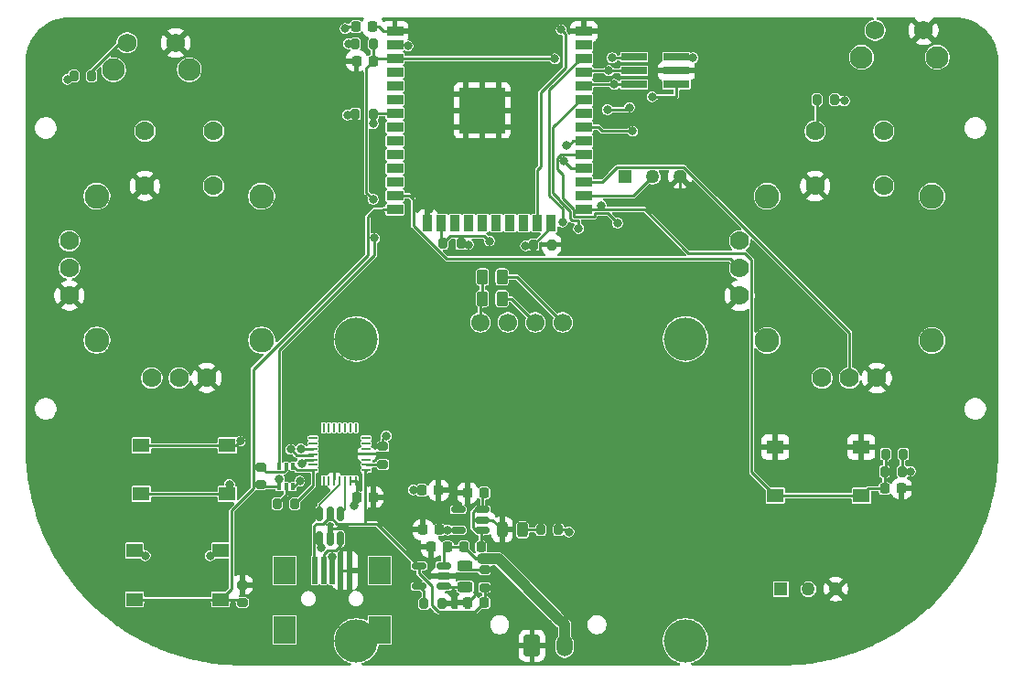
<source format=gbr>
%TF.GenerationSoftware,KiCad,Pcbnew,9.0.1*%
%TF.CreationDate,2025-09-21T13:47:25+02:00*%
%TF.ProjectId,RcSender,52635365-6e64-4657-922e-6b696361645f,rev?*%
%TF.SameCoordinates,Original*%
%TF.FileFunction,Copper,L1,Top*%
%TF.FilePolarity,Positive*%
%FSLAX46Y46*%
G04 Gerber Fmt 4.6, Leading zero omitted, Abs format (unit mm)*
G04 Created by KiCad (PCBNEW 9.0.1) date 2025-09-21 13:47:25*
%MOMM*%
%LPD*%
G01*
G04 APERTURE LIST*
G04 Aperture macros list*
%AMRoundRect*
0 Rectangle with rounded corners*
0 $1 Rounding radius*
0 $2 $3 $4 $5 $6 $7 $8 $9 X,Y pos of 4 corners*
0 Add a 4 corners polygon primitive as box body*
4,1,4,$2,$3,$4,$5,$6,$7,$8,$9,$2,$3,0*
0 Add four circle primitives for the rounded corners*
1,1,$1+$1,$2,$3*
1,1,$1+$1,$4,$5*
1,1,$1+$1,$6,$7*
1,1,$1+$1,$8,$9*
0 Add four rect primitives between the rounded corners*
20,1,$1+$1,$2,$3,$4,$5,0*
20,1,$1+$1,$4,$5,$6,$7,0*
20,1,$1+$1,$6,$7,$8,$9,0*
20,1,$1+$1,$8,$9,$2,$3,0*%
G04 Aperture macros list end*
%TA.AperFunction,SMDPad,CuDef*%
%ADD10RoundRect,0.200000X-0.275000X0.200000X-0.275000X-0.200000X0.275000X-0.200000X0.275000X0.200000X0*%
%TD*%
%TA.AperFunction,ComponentPad*%
%ADD11R,1.268000X1.268000*%
%TD*%
%TA.AperFunction,ComponentPad*%
%ADD12C,1.268000*%
%TD*%
%TA.AperFunction,ComponentPad*%
%ADD13C,1.700000*%
%TD*%
%TA.AperFunction,ComponentPad*%
%ADD14C,4.000000*%
%TD*%
%TA.AperFunction,SMDPad,CuDef*%
%ADD15RoundRect,0.100000X0.100000X-0.225000X0.100000X0.225000X-0.100000X0.225000X-0.100000X-0.225000X0*%
%TD*%
%TA.AperFunction,SMDPad,CuDef*%
%ADD16R,1.500000X0.900000*%
%TD*%
%TA.AperFunction,SMDPad,CuDef*%
%ADD17R,0.900000X1.500000*%
%TD*%
%TA.AperFunction,SMDPad,CuDef*%
%ADD18R,1.050000X1.050000*%
%TD*%
%TA.AperFunction,HeatsinkPad*%
%ADD19C,0.600000*%
%TD*%
%TA.AperFunction,SMDPad,CuDef*%
%ADD20R,4.200000X4.200000*%
%TD*%
%TA.AperFunction,SMDPad,CuDef*%
%ADD21RoundRect,0.150000X0.512500X0.150000X-0.512500X0.150000X-0.512500X-0.150000X0.512500X-0.150000X0*%
%TD*%
%TA.AperFunction,SMDPad,CuDef*%
%ADD22RoundRect,0.200000X0.275000X-0.200000X0.275000X0.200000X-0.275000X0.200000X-0.275000X-0.200000X0*%
%TD*%
%TA.AperFunction,SMDPad,CuDef*%
%ADD23RoundRect,0.225000X0.225000X0.250000X-0.225000X0.250000X-0.225000X-0.250000X0.225000X-0.250000X0*%
%TD*%
%TA.AperFunction,ComponentPad*%
%ADD24C,2.100000*%
%TD*%
%TA.AperFunction,ComponentPad*%
%ADD25C,1.750000*%
%TD*%
%TA.AperFunction,SMDPad,CuDef*%
%ADD26RoundRect,0.243750X-0.243750X-0.456250X0.243750X-0.456250X0.243750X0.456250X-0.243750X0.456250X0*%
%TD*%
%TA.AperFunction,SMDPad,CuDef*%
%ADD27RoundRect,0.200000X0.200000X0.275000X-0.200000X0.275000X-0.200000X-0.275000X0.200000X-0.275000X0*%
%TD*%
%TA.AperFunction,SMDPad,CuDef*%
%ADD28RoundRect,0.243750X0.456250X-0.243750X0.456250X0.243750X-0.456250X0.243750X-0.456250X-0.243750X0*%
%TD*%
%TA.AperFunction,SMDPad,CuDef*%
%ADD29RoundRect,0.225000X-0.225000X-0.250000X0.225000X-0.250000X0.225000X0.250000X-0.225000X0.250000X0*%
%TD*%
%TA.AperFunction,SMDPad,CuDef*%
%ADD30RoundRect,0.218750X0.218750X0.256250X-0.218750X0.256250X-0.218750X-0.256250X0.218750X-0.256250X0*%
%TD*%
%TA.AperFunction,SMDPad,CuDef*%
%ADD31R,1.550000X1.300000*%
%TD*%
%TA.AperFunction,SMDPad,CuDef*%
%ADD32RoundRect,0.200000X-0.200000X-0.275000X0.200000X-0.275000X0.200000X0.275000X-0.200000X0.275000X0*%
%TD*%
%TA.AperFunction,SMDPad,CuDef*%
%ADD33R,2.400000X0.740000*%
%TD*%
%TA.AperFunction,SMDPad,CuDef*%
%ADD34RoundRect,0.062500X0.062500X-0.337500X0.062500X0.337500X-0.062500X0.337500X-0.062500X-0.337500X0*%
%TD*%
%TA.AperFunction,SMDPad,CuDef*%
%ADD35RoundRect,0.062500X0.337500X-0.062500X0.337500X0.062500X-0.337500X0.062500X-0.337500X-0.062500X0*%
%TD*%
%TA.AperFunction,HeatsinkPad*%
%ADD36R,3.350000X3.350000*%
%TD*%
%TA.AperFunction,ComponentPad*%
%ADD37RoundRect,0.250001X-0.499999X-0.759999X0.499999X-0.759999X0.499999X0.759999X-0.499999X0.759999X0*%
%TD*%
%TA.AperFunction,ComponentPad*%
%ADD38O,1.500000X2.020000*%
%TD*%
%TA.AperFunction,SMDPad,CuDef*%
%ADD39RoundRect,0.150000X0.150000X-0.512500X0.150000X0.512500X-0.150000X0.512500X-0.150000X-0.512500X0*%
%TD*%
%TA.AperFunction,ComponentPad*%
%ADD40C,1.778000*%
%TD*%
%TA.AperFunction,ComponentPad*%
%ADD41C,2.286000*%
%TD*%
%TA.AperFunction,SMDPad,CuDef*%
%ADD42RoundRect,0.250000X-0.262500X-0.450000X0.262500X-0.450000X0.262500X0.450000X-0.262500X0.450000X0*%
%TD*%
%TA.AperFunction,SMDPad,CuDef*%
%ADD43R,0.500000X2.500000*%
%TD*%
%TA.AperFunction,SMDPad,CuDef*%
%ADD44R,2.000000X2.500000*%
%TD*%
%TA.AperFunction,ViaPad*%
%ADD45C,0.800000*%
%TD*%
%TA.AperFunction,Conductor*%
%ADD46C,0.250000*%
%TD*%
%TA.AperFunction,Conductor*%
%ADD47C,1.000000*%
%TD*%
%TA.AperFunction,Conductor*%
%ADD48C,0.254000*%
%TD*%
%TA.AperFunction,Conductor*%
%ADD49C,0.200000*%
%TD*%
G04 APERTURE END LIST*
D10*
%TO.P,R13,1*%
%TO.N,+3.3V*%
X64200000Y-121500000D03*
%TO.P,R13,2*%
%TO.N,Net-(U7-~{RST})*%
X64200000Y-123150000D03*
%TD*%
D11*
%TO.P,POT1,1*%
%TO.N,+3.3V*%
X101020000Y-134700000D03*
D12*
%TO.P,POT1,2*%
%TO.N,IO5*%
X103560000Y-134700000D03*
%TO.P,POT1,3*%
%TO.N,GND*%
X106100000Y-134700000D03*
%TD*%
D13*
%TO.P,U8,1,VCC*%
%TO.N,+3V3*%
X73200000Y-110000000D03*
%TO.P,U8,2,GND*%
%TO.N,GNDD*%
X75740000Y-110000000D03*
%TO.P,U8,3,SCL*%
%TO.N,SCL*%
X78280000Y-110000000D03*
%TO.P,U8,4,SDA*%
%TO.N,SDA*%
X80820000Y-110000000D03*
D14*
%TO.P,U8,A*%
%TO.N,N/C*%
X61740000Y-111540000D03*
X61740000Y-139500000D03*
X92200000Y-111540000D03*
X92200000Y-139500000D03*
%TD*%
D15*
%TO.P,Q1,1,E1*%
%TO.N,Net-(Q1A-E1)*%
X54580000Y-125220000D03*
%TO.P,Q1,2,B1*%
%TO.N,Net-(Q1A-B1)*%
X55230000Y-125220000D03*
%TO.P,Q1,3,C2*%
%TO.N,BT*%
X55880000Y-125220000D03*
%TO.P,Q1,4,E2*%
%TO.N,Net-(Q1B-E2)*%
X55880000Y-123320000D03*
%TO.P,Q1,5,B2*%
%TO.N,Net-(Q1B-B2)*%
X55230000Y-123320000D03*
%TO.P,Q1,6,C1*%
%TO.N,EN*%
X54580000Y-123320000D03*
%TD*%
D16*
%TO.P,U4,1,GND*%
%TO.N,GND*%
X65305000Y-83035000D03*
%TO.P,U4,2,VDD*%
%TO.N,+3.3V*%
X65305000Y-84305000D03*
%TO.P,U4,3,EN*%
%TO.N,EN*%
X65305000Y-85575000D03*
%TO.P,U4,4,SENSOR_VP*%
%TO.N,unconnected-(U4-SENSOR_VP-Pad4)*%
X65305000Y-86845000D03*
%TO.P,U4,5,SENSOR_VN*%
%TO.N,unconnected-(U4-SENSOR_VN-Pad5)*%
X65305000Y-88115000D03*
%TO.P,U4,6,IO34*%
%TO.N,/STDEsp32/GPIO34*%
X65305000Y-89385000D03*
%TO.P,U4,7,IO35*%
%TO.N,IO35*%
X65305000Y-90655000D03*
%TO.P,U4,8,IO32*%
%TO.N,/STDEsp32/GPIO32*%
X65305000Y-91925000D03*
%TO.P,U4,9,IO33*%
%TO.N,/STDEsp32/GPIO33*%
X65305000Y-93195000D03*
%TO.P,U4,10,IO25*%
%TO.N,/STDEsp32/GPIO25*%
X65305000Y-94465000D03*
%TO.P,U4,11,IO26*%
%TO.N,/STDEsp32/GPIO26*%
X65305000Y-95735000D03*
%TO.P,U4,12,IO27*%
%TO.N,/STDEsp32/GPIO27*%
X65305000Y-97005000D03*
%TO.P,U4,13,IO14*%
%TO.N,IO14*%
X65305000Y-98275000D03*
%TO.P,U4,14,IO12*%
%TO.N,IO12*%
X65305000Y-99545000D03*
D17*
%TO.P,U4,15,GND*%
%TO.N,GND*%
X68345000Y-100795000D03*
%TO.P,U4,16,IO13*%
%TO.N,IO13*%
X69615000Y-100795000D03*
%TO.P,U4,17,SHD/SD2*%
%TO.N,unconnected-(U4-SHD{slash}SD2-Pad17)*%
X70885000Y-100795000D03*
%TO.P,U4,18,SWP/SD3*%
%TO.N,unconnected-(U4-SWP{slash}SD3-Pad18)*%
X72155000Y-100795000D03*
%TO.P,U4,19,SCS/CMD*%
%TO.N,unconnected-(U4-SCS{slash}CMD-Pad19)*%
X73425000Y-100795000D03*
%TO.P,U4,20,SCK/CLK*%
%TO.N,unconnected-(U4-SCK{slash}CLK-Pad20)*%
X74695000Y-100795000D03*
%TO.P,U4,21,SDO/SD0*%
%TO.N,unconnected-(U4-SDO{slash}SD0-Pad21)*%
X75965000Y-100795000D03*
%TO.P,U4,22,SDI/SD1*%
%TO.N,unconnected-(U4-SDI{slash}SD1-Pad22)*%
X77235000Y-100795000D03*
%TO.P,U4,23,IO15*%
%TO.N,IO15*%
X78505000Y-100795000D03*
%TO.P,U4,24,IO2*%
%TO.N,IO2*%
X79775000Y-100795000D03*
D16*
%TO.P,U4,25,IO0*%
%TO.N,BT*%
X82805000Y-99545000D03*
%TO.P,U4,26,IO4*%
%TO.N,IO4*%
X82805000Y-98275000D03*
%TO.P,U4,27,IO16*%
%TO.N,IO16*%
X82805000Y-97005000D03*
%TO.P,U4,28,IO17*%
%TO.N,IO17*%
X82805000Y-95735000D03*
%TO.P,U4,29,IO5*%
%TO.N,IO5*%
X82805000Y-94465000D03*
%TO.P,U4,30,IO18*%
%TO.N,IO18*%
X82805000Y-93195000D03*
%TO.P,U4,31,IO19*%
%TO.N,IO19*%
X82805000Y-91925000D03*
%TO.P,U4,32,NC*%
%TO.N,unconnected-(U4-NC-Pad32)*%
X82805000Y-90655000D03*
%TO.P,U4,33,IO21*%
%TO.N,SDA*%
X82805000Y-89385000D03*
%TO.P,U4,34,RXD0/IO3*%
%TO.N,RX*%
X82805000Y-88115000D03*
%TO.P,U4,35,TXD0/IO1*%
%TO.N,TX*%
X82805000Y-86845000D03*
%TO.P,U4,36,IO22*%
%TO.N,SCL*%
X82805000Y-85575000D03*
%TO.P,U4,37,IO23*%
%TO.N,/STDEsp32/GPIO23*%
X82805000Y-84305000D03*
%TO.P,U4,38,GND*%
%TO.N,GND*%
X82805000Y-83035000D03*
D18*
%TO.P,U4,39,GND*%
X71850000Y-88850000D03*
D19*
X71850000Y-89612500D03*
D18*
X71850000Y-90375000D03*
D19*
X71850000Y-91137500D03*
D18*
X71850000Y-91900000D03*
D19*
X72612500Y-88850000D03*
X72612500Y-90375000D03*
X72612500Y-91900000D03*
D18*
X73375000Y-88850000D03*
D19*
X73375000Y-89612500D03*
D18*
X73375000Y-90375000D03*
D20*
X73375000Y-90375000D03*
D19*
X73375000Y-91137500D03*
D18*
X73375000Y-91900000D03*
D19*
X74137500Y-88850000D03*
X74137500Y-90375000D03*
X74137500Y-91900000D03*
D18*
X74900000Y-88850000D03*
D19*
X74900000Y-89612500D03*
D18*
X74900000Y-90375000D03*
D19*
X74900000Y-91137500D03*
D18*
X74900000Y-91900000D03*
%TD*%
D21*
%TO.P,U2,1,VIN*%
%TO.N,Net-(U2-EN)*%
X73425000Y-129250000D03*
%TO.P,U2,2,GND*%
%TO.N,GND*%
X73425000Y-128300000D03*
%TO.P,U2,3,EN*%
%TO.N,Net-(U2-EN)*%
X73425000Y-127350000D03*
%TO.P,U2,4,NC*%
%TO.N,unconnected-(U2-NC-Pad4)*%
X71150000Y-127350000D03*
%TO.P,U2,5,VOUT*%
%TO.N,+3.3V*%
X71150000Y-129250000D03*
%TD*%
D22*
%TO.P,R2,1*%
%TO.N,+5V*%
X73600000Y-134550000D03*
%TO.P,R2,2*%
%TO.N,Net-(D1-A)*%
X73600000Y-132900000D03*
%TD*%
D23*
%TO.P,C3,1*%
%TO.N,Net-(U2-EN)*%
X73575000Y-125800000D03*
%TO.P,C3,2*%
%TO.N,GND*%
X72025000Y-125800000D03*
%TD*%
D24*
%TO.P,SW1,*%
%TO.N,*%
X39275000Y-86602500D03*
X46285000Y-86602500D03*
D25*
%TO.P,SW1,1,1*%
%TO.N,IO15*%
X40525000Y-84112500D03*
%TO.P,SW1,2,2*%
%TO.N,GND*%
X45025000Y-84112500D03*
%TD*%
D26*
%TO.P,D2,1,K*%
%TO.N,GND*%
X75225000Y-129200000D03*
%TO.P,D2,2,A*%
%TO.N,Net-(D2-A)*%
X77100000Y-129200000D03*
%TD*%
D27*
%TO.P,R3,1*%
%TO.N,+3.3V*%
X80450000Y-129200000D03*
%TO.P,R3,2*%
%TO.N,Net-(D2-A)*%
X78800000Y-129200000D03*
%TD*%
D28*
%TO.P,D1,1,K*%
%TO.N,Net-(D1-K)*%
X71800000Y-134475000D03*
%TO.P,D1,2,A*%
%TO.N,Net-(D1-A)*%
X71800000Y-132600000D03*
%TD*%
D29*
%TO.P,C9,1*%
%TO.N,+3.3V*%
X61750000Y-126200000D03*
%TO.P,C9,2*%
%TO.N,GND*%
X63300000Y-126200000D03*
%TD*%
D30*
%TO.P,FB1,1*%
%TO.N,Net-(U2-EN)*%
X73275000Y-130800000D03*
%TO.P,FB1,2*%
%TO.N,VIN*%
X71700000Y-130800000D03*
%TD*%
D31*
%TO.P,SW3,1,1*%
%TO.N,+3.3V*%
X41220000Y-131150000D03*
X49180000Y-131150000D03*
%TO.P,SW3,2,2*%
%TO.N,IO12*%
X41220000Y-135650000D03*
X49180000Y-135650000D03*
%TD*%
D22*
%TO.P,R7,1*%
%TO.N,IO12*%
X51200000Y-135950000D03*
%TO.P,R7,2*%
%TO.N,GND*%
X51200000Y-134300000D03*
%TD*%
D23*
%TO.P,C1,1*%
%TO.N,+5V*%
X73575000Y-135950000D03*
%TO.P,C1,2*%
%TO.N,GND*%
X72025000Y-135950000D03*
%TD*%
D32*
%TO.P,R5,1*%
%TO.N,+3.3V*%
X35600000Y-87200000D03*
%TO.P,R5,2*%
%TO.N,IO15*%
X37250000Y-87200000D03*
%TD*%
%TO.P,R12,1*%
%TO.N,IO19*%
X104350000Y-89400000D03*
%TO.P,R12,2*%
%TO.N,+3.3V*%
X106000000Y-89400000D03*
%TD*%
D33*
%TO.P,J3,1,Pin_1*%
%TO.N,EN*%
X87450000Y-85430000D03*
%TO.P,J3,2,Pin_2*%
%TO.N,+3.3V*%
X91350000Y-85430000D03*
%TO.P,J3,3,Pin_3*%
%TO.N,TX*%
X87450000Y-86700000D03*
%TO.P,J3,4,Pin_4*%
%TO.N,GND*%
X91350000Y-86700000D03*
%TO.P,J3,5,Pin_5*%
%TO.N,RX*%
X87450000Y-87970000D03*
%TO.P,J3,6,Pin_6*%
%TO.N,BT*%
X91350000Y-87970000D03*
%TD*%
D34*
%TO.P,U7,1,~{DCD}*%
%TO.N,unconnected-(U7-~{DCD}-Pad1)*%
X58700000Y-124650000D03*
%TO.P,U7,2,~{RI}/CLK*%
%TO.N,unconnected-(U7-~{RI}{slash}CLK-Pad2)*%
X59200000Y-124650000D03*
%TO.P,U7,3,GND*%
%TO.N,GND*%
X59700000Y-124650000D03*
%TO.P,U7,4,D+*%
%TO.N,USBP*%
X60200000Y-124650000D03*
%TO.P,U7,5,D-*%
%TO.N,USBN*%
X60700000Y-124650000D03*
%TO.P,U7,6,VDD*%
%TO.N,+3.3V*%
X61200000Y-124650000D03*
%TO.P,U7,7,VREGIN*%
X61700000Y-124650000D03*
D35*
%TO.P,U7,8,VBUS*%
%TO.N,+5V*%
X62650000Y-123700000D03*
%TO.P,U7,9,~{RST}*%
%TO.N,Net-(U7-~{RST})*%
X62650000Y-123200000D03*
%TO.P,U7,10,NC*%
%TO.N,unconnected-(U7-NC-Pad10)*%
X62650000Y-122700000D03*
%TO.P,U7,11,~{SUSPEND}*%
%TO.N,GND*%
X62650000Y-122200000D03*
%TO.P,U7,12,SUSPEND*%
%TO.N,unconnected-(U7-SUSPEND-Pad12)*%
X62650000Y-121700000D03*
%TO.P,U7,13,CHREN*%
%TO.N,unconnected-(U7-CHREN-Pad13)*%
X62650000Y-121200000D03*
%TO.P,U7,14,CHR1*%
%TO.N,unconnected-(U7-CHR1-Pad14)*%
X62650000Y-120700000D03*
D34*
%TO.P,U7,15,CHR0*%
%TO.N,unconnected-(U7-CHR0-Pad15)*%
X61700000Y-119750000D03*
%TO.P,U7,16,~{WAKEUP}/GPIO.3*%
%TO.N,unconnected-(U7-~{WAKEUP}{slash}GPIO.3-Pad16)*%
X61200000Y-119750000D03*
%TO.P,U7,17,RS485/GPIO.2*%
%TO.N,unconnected-(U7-RS485{slash}GPIO.2-Pad17)*%
X60700000Y-119750000D03*
%TO.P,U7,18,~{RXT}/GPIO.1*%
%TO.N,unconnected-(U7-~{RXT}{slash}GPIO.1-Pad18)*%
X60200000Y-119750000D03*
%TO.P,U7,19,~{TXT}/GPIO.0*%
%TO.N,unconnected-(U7-~{TXT}{slash}GPIO.0-Pad19)*%
X59700000Y-119750000D03*
%TO.P,U7,20,GPIO.6*%
%TO.N,unconnected-(U7-GPIO.6-Pad20)*%
X59200000Y-119750000D03*
%TO.P,U7,21,GPIO.5*%
%TO.N,unconnected-(U7-GPIO.5-Pad21)*%
X58700000Y-119750000D03*
D35*
%TO.P,U7,22,GPIO.4*%
%TO.N,unconnected-(U7-GPIO.4-Pad22)*%
X57750000Y-120700000D03*
%TO.P,U7,23,~{CTS}*%
%TO.N,unconnected-(U7-~{CTS}-Pad23)*%
X57750000Y-121200000D03*
%TO.P,U7,24,~{RTS}*%
%TO.N,Net-(Q1A-E1)*%
X57750000Y-121700000D03*
%TO.P,U7,25,RXD*%
%TO.N,TX*%
X57750000Y-122200000D03*
%TO.P,U7,26,TXD*%
%TO.N,RX*%
X57750000Y-122700000D03*
%TO.P,U7,27,~{DSR}*%
%TO.N,unconnected-(U7-~{DSR}-Pad27)*%
X57750000Y-123200000D03*
%TO.P,U7,28,~{DTR}*%
%TO.N,Net-(Q1B-E2)*%
X57750000Y-123700000D03*
D36*
%TO.P,U7,29,GND*%
%TO.N,GND*%
X60200000Y-122200000D03*
%TD*%
D31*
%TO.P,BT1,1,1*%
%TO.N,GND*%
X100500000Y-121550000D03*
X108460000Y-121550000D03*
%TO.P,BT1,2,2*%
%TO.N,BT*%
X100500000Y-126050000D03*
X108460000Y-126050000D03*
%TD*%
D10*
%TO.P,R15,1*%
%TO.N,Net-(Q1B-B2)*%
X52900000Y-123375000D03*
%TO.P,R15,2*%
%TO.N,Net-(Q1A-E1)*%
X52900000Y-125025000D03*
%TD*%
D32*
%TO.P,R14,1*%
%TO.N,Net-(Q1A-B1)*%
X54400000Y-126800000D03*
%TO.P,R14,2*%
%TO.N,Net-(Q1B-E2)*%
X56050000Y-126800000D03*
%TD*%
D37*
%TO.P,J2,1,Pin_1*%
%TO.N,GND*%
X78000000Y-139960000D03*
D38*
%TO.P,J2,2,Pin_2*%
%TO.N,VIN*%
X81000000Y-139960000D03*
%TD*%
D39*
%TO.P,U3,1,I/O1*%
%TO.N,Net-(J1-D+)*%
X58350000Y-130037500D03*
%TO.P,U3,2,GND*%
%TO.N,GND*%
X59300000Y-130037500D03*
%TO.P,U3,3,I/O2*%
%TO.N,Net-(J1-D-)*%
X60250000Y-130037500D03*
%TO.P,U3,4,I/O2*%
%TO.N,USBN*%
X60250000Y-127762500D03*
%TO.P,U3,5,VBUS*%
%TO.N,+5V*%
X59300000Y-127762500D03*
%TO.P,U3,6,I/O1*%
%TO.N,USBP*%
X58350000Y-127762500D03*
%TD*%
D23*
%TO.P,C4,1*%
%TO.N,+3.3V*%
X69450000Y-129200000D03*
%TO.P,C4,2*%
%TO.N,GND*%
X67900000Y-129200000D03*
%TD*%
D32*
%TO.P,R8,1*%
%TO.N,IO2*%
X78150000Y-102800000D03*
%TO.P,R8,2*%
%TO.N,GND*%
X79800000Y-102800000D03*
%TD*%
%TO.P,R9,1*%
%TO.N,+3.3V*%
X61650000Y-84200000D03*
%TO.P,R9,2*%
%TO.N,EN*%
X63300000Y-84200000D03*
%TD*%
D29*
%TO.P,C5,1*%
%TO.N,BT*%
X110625000Y-125400000D03*
%TO.P,C5,2*%
%TO.N,GND*%
X112175000Y-125400000D03*
%TD*%
D23*
%TO.P,C2,1*%
%TO.N,VIN*%
X70200000Y-130800000D03*
%TO.P,C2,2*%
%TO.N,GND*%
X68650000Y-130800000D03*
%TD*%
D31*
%TO.P,SW4,1,1*%
%TO.N,+3.3V*%
X41840000Y-121400000D03*
X49800000Y-121400000D03*
%TO.P,SW4,2,2*%
%TO.N,IO2*%
X41840000Y-125900000D03*
X49800000Y-125900000D03*
%TD*%
D23*
%TO.P,C8,1*%
%TO.N,GND*%
X69350000Y-125550000D03*
%TO.P,C8,2*%
%TO.N,+3.3V*%
X67800000Y-125550000D03*
%TD*%
D32*
%TO.P,R1,1*%
%TO.N,Net-(U1-PROG)*%
X68000000Y-136050000D03*
%TO.P,R1,2*%
%TO.N,GND*%
X69650000Y-136050000D03*
%TD*%
D40*
%TO.P,U5,B1A,SEL+*%
%TO.N,IO35*%
X42175000Y-92281281D03*
%TO.P,U5,B1B*%
%TO.N,N/C*%
X48525000Y-92281281D03*
%TO.P,U5,B2A,SEL-*%
%TO.N,GND*%
X42175000Y-97361281D03*
%TO.P,U5,B2B*%
%TO.N,N/C*%
X48525000Y-97361281D03*
%TO.P,U5,H1,H+*%
%TO.N,+3.3V*%
X42810000Y-115141281D03*
%TO.P,U5,H2,H*%
%TO.N,IO17*%
X45350000Y-115141281D03*
%TO.P,U5,H3,H-*%
%TO.N,GND*%
X47890000Y-115141281D03*
D41*
%TO.P,U5,S1,SHIELD*%
%TO.N,unconnected-(U5-SHIELD-PadS1)_2*%
X37730000Y-98313781D03*
%TO.P,U5,S2,SHIELD*%
%TO.N,unconnected-(U5-SHIELD-PadS1)*%
X37730000Y-111648781D03*
%TO.P,U5,S3,SHIELD*%
%TO.N,unconnected-(U5-SHIELD-PadS1)_1*%
X52970000Y-111648781D03*
%TO.P,U5,S4,SHIELD*%
%TO.N,unconnected-(U5-SHIELD-PadS1)_3*%
X52970000Y-98313781D03*
D40*
%TO.P,U5,V1,V+*%
%TO.N,+3.3V*%
X35190000Y-102441281D03*
%TO.P,U5,V2,V*%
%TO.N,IO18*%
X35190000Y-104981281D03*
%TO.P,U5,V3,V-*%
%TO.N,GND*%
X35190000Y-107521281D03*
%TD*%
D27*
%TO.P,R11,1*%
%TO.N,IO35*%
X63300000Y-90700000D03*
%TO.P,R11,2*%
%TO.N,+3.3V*%
X61650000Y-90700000D03*
%TD*%
D29*
%TO.P,C6,1*%
%TO.N,GND*%
X61750000Y-85800000D03*
%TO.P,C6,2*%
%TO.N,EN*%
X63300000Y-85800000D03*
%TD*%
D23*
%TO.P,C7,1*%
%TO.N,GND*%
X63250000Y-82600000D03*
%TO.P,C7,2*%
%TO.N,+3.3V*%
X61700000Y-82600000D03*
%TD*%
D42*
%TO.P,R16,1*%
%TO.N,+3V3*%
X73400000Y-107800000D03*
%TO.P,R16,2*%
%TO.N,SCL*%
X75225000Y-107800000D03*
%TD*%
D27*
%TO.P,R10,1*%
%TO.N,+3.3V*%
X112350000Y-122200000D03*
%TO.P,R10,2*%
%TO.N,BT*%
X110700000Y-122200000D03*
%TD*%
D21*
%TO.P,U1,1,STAT*%
%TO.N,Net-(D1-K)*%
X69800000Y-134450000D03*
%TO.P,U1,2,V_{SS}*%
%TO.N,GND*%
X69800000Y-133500000D03*
%TO.P,U1,3,V_{BAT}*%
%TO.N,VIN*%
X69800000Y-132550000D03*
%TO.P,U1,4,V_{DD}*%
%TO.N,+5V*%
X67525000Y-132550000D03*
%TO.P,U1,5,PROG*%
%TO.N,Net-(U1-PROG)*%
X67525000Y-134450000D03*
%TD*%
D27*
%TO.P,R6,1*%
%TO.N,+3.3V*%
X71400000Y-102700000D03*
%TO.P,R6,2*%
%TO.N,IO13*%
X69750000Y-102700000D03*
%TD*%
D42*
%TO.P,R17,1*%
%TO.N,+3V3*%
X73400000Y-105800000D03*
%TO.P,R17,2*%
%TO.N,SDA*%
X75225000Y-105800000D03*
%TD*%
D40*
%TO.P,U6,B1A,SEL+*%
%TO.N,IO19*%
X104185000Y-92300000D03*
%TO.P,U6,B1B*%
%TO.N,N/C*%
X110535000Y-92300000D03*
%TO.P,U6,B2A,SEL-*%
%TO.N,GND*%
X104185000Y-97380000D03*
%TO.P,U6,B2B*%
%TO.N,N/C*%
X110535000Y-97380000D03*
%TO.P,U6,H1,H+*%
%TO.N,+3.3V*%
X104820000Y-115160000D03*
%TO.P,U6,H2,H*%
%TO.N,IO16*%
X107360000Y-115160000D03*
%TO.P,U6,H3,H-*%
%TO.N,GND*%
X109900000Y-115160000D03*
D41*
%TO.P,U6,S1,SHIELD*%
%TO.N,unconnected-(U6-SHIELD-PadS1)_1*%
X99740000Y-98332500D03*
%TO.P,U6,S2,SHIELD*%
%TO.N,unconnected-(U6-SHIELD-PadS1)_3*%
X99740000Y-111667500D03*
%TO.P,U6,S3,SHIELD*%
%TO.N,unconnected-(U6-SHIELD-PadS1)*%
X114980000Y-111667500D03*
%TO.P,U6,S4,SHIELD*%
%TO.N,unconnected-(U6-SHIELD-PadS1)_2*%
X114980000Y-98332500D03*
D40*
%TO.P,U6,V1,V+*%
%TO.N,+3.3V*%
X97200000Y-102460000D03*
%TO.P,U6,V2,V*%
%TO.N,IO14*%
X97200000Y-105000000D03*
%TO.P,U6,V3,V-*%
%TO.N,GND*%
X97200000Y-107540000D03*
%TD*%
D24*
%TO.P,SW2,*%
%TO.N,*%
X108475000Y-85452500D03*
X115485000Y-85452500D03*
D25*
%TO.P,SW2,1,1*%
%TO.N,IO13*%
X109725000Y-82962500D03*
%TO.P,SW2,2,2*%
%TO.N,GND*%
X114225000Y-82962500D03*
%TD*%
D27*
%TO.P,R4,1*%
%TO.N,+3.3V*%
X112250000Y-123800000D03*
%TO.P,R4,2*%
%TO.N,BT*%
X110600000Y-123800000D03*
%TD*%
D11*
%TO.P,POT2,1*%
%TO.N,+3.3V*%
X86620000Y-96500000D03*
D12*
%TO.P,POT2,2*%
%TO.N,IO4*%
X89160000Y-96500000D03*
%TO.P,POT2,3*%
%TO.N,GND*%
X91700000Y-96500000D03*
%TD*%
D43*
%TO.P,J1,1,VBUS*%
%TO.N,+5V*%
X57900000Y-132975000D03*
%TO.P,J1,2,D-*%
%TO.N,Net-(J1-D-)*%
X58700000Y-132975000D03*
%TO.P,J1,3,D+*%
%TO.N,Net-(J1-D+)*%
X59500000Y-132975000D03*
%TO.P,J1,4,GND*%
%TO.N,GND*%
X60300000Y-132975000D03*
%TO.P,J1,5,Shield*%
X61100000Y-132975000D03*
D44*
%TO.P,J1,6*%
%TO.N,N/C*%
X55100000Y-132975000D03*
X55100000Y-138475000D03*
X63900000Y-132975000D03*
X63900000Y-138475000D03*
%TD*%
D45*
%TO.N,BT*%
X84400000Y-99200000D03*
%TO.N,GND*%
X70600000Y-103400000D03*
X69400000Y-104400000D03*
X91800000Y-98400000D03*
X91900000Y-94700000D03*
X68500000Y-99500000D03*
%TO.N,BT*%
X89100000Y-89100000D03*
X56500000Y-124700000D03*
%TO.N,+3.3V*%
X92900000Y-85500000D03*
X72100000Y-102800000D03*
X42200000Y-131600000D03*
X64500000Y-120500000D03*
X51000000Y-121000000D03*
X70200000Y-129250000D03*
X48200000Y-131600000D03*
X60700000Y-82800000D03*
X35000000Y-87500000D03*
X113000000Y-123800000D03*
X61000000Y-84200000D03*
X81400000Y-129400000D03*
X67000000Y-125500000D03*
X66500000Y-84400000D03*
X60900000Y-90800000D03*
X106900000Y-89500000D03*
X61500000Y-127000000D03*
%TO.N,EN*%
X63425000Y-102200000D03*
X80100000Y-85600000D03*
X63300000Y-98600000D03*
X85400000Y-85500000D03*
%TO.N,RX*%
X85600000Y-87970000D03*
X56700000Y-123075000D03*
%TO.N,TX*%
X55655715Y-121760400D03*
X85100000Y-86700000D03*
%TO.N,IO13*%
X74063288Y-102463288D03*
X84973000Y-90300000D03*
X87000000Y-90100000D03*
%TO.N,IO15*%
X80700000Y-82900000D03*
%TO.N,IO35*%
X63300000Y-91600000D03*
%TO.N,IO5*%
X85900000Y-100800000D03*
%TO.N,Net-(J1-D+)*%
X59529585Y-131727000D03*
X58449999Y-130834289D03*
%TO.N,Net-(Q1A-E1)*%
X56600000Y-121700000D03*
X54600000Y-124500000D03*
%TO.N,IO17*%
X80941601Y-95089999D03*
%TO.N,IO18*%
X81200000Y-93600000D03*
%TO.N,IO2*%
X50000000Y-125000000D03*
X77400000Y-102900000D03*
%TO.N,IO19*%
X87300000Y-92300000D03*
%TO.N,SCL*%
X80800000Y-100700000D03*
%TO.N,SDA*%
X82300000Y-101300000D03*
%TD*%
D46*
%TO.N,BT*%
X84055000Y-99545000D02*
X84400000Y-99200000D01*
X82805000Y-99545000D02*
X84055000Y-99545000D01*
%TO.N,GND*%
X91700000Y-98300000D02*
X91800000Y-98400000D01*
X91700000Y-96500000D02*
X91700000Y-98300000D01*
D47*
%TO.N,VIN*%
X74910000Y-131900000D02*
X73400000Y-131900000D01*
D46*
X69800000Y-131200000D02*
X70200000Y-130800000D01*
D47*
X81000000Y-138000000D02*
X81000000Y-139960000D01*
X80200000Y-137190000D02*
X80200000Y-137200000D01*
D46*
X71700000Y-130800000D02*
X70200000Y-130800000D01*
X71700000Y-130800000D02*
X72800000Y-131900000D01*
D47*
X80200000Y-137190000D02*
X74910000Y-131900000D01*
D46*
X72800000Y-131900000D02*
X73400000Y-131900000D01*
D47*
X80200000Y-137200000D02*
X81000000Y-138000000D01*
D46*
X69800000Y-132550000D02*
X69800000Y-131200000D01*
%TO.N,GND*%
X59400000Y-129100000D02*
X60800000Y-129100000D01*
X73425000Y-128300000D02*
X74325000Y-128300000D01*
X68345000Y-99655000D02*
X68500000Y-99500000D01*
X79775000Y-102775000D02*
X79800000Y-102800000D01*
X74325000Y-128300000D02*
X75225000Y-129200000D01*
X72025000Y-135950000D02*
X72726000Y-135249000D01*
X63250000Y-82600000D02*
X63800000Y-82600000D01*
X72196080Y-133500000D02*
X69800000Y-133500000D01*
X72726000Y-134029920D02*
X72196080Y-133500000D01*
X60300000Y-132975000D02*
X61100000Y-132975000D01*
X72726000Y-135249000D02*
X72726000Y-134029920D01*
X65305000Y-83035000D02*
X64235000Y-83035000D01*
X64235000Y-83035000D02*
X64000000Y-82800000D01*
X59300000Y-129200000D02*
X59400000Y-129100000D01*
X63800000Y-82600000D02*
X64000000Y-82800000D01*
X68345000Y-100795000D02*
X68345000Y-99655000D01*
X59300000Y-130037500D02*
X59300000Y-129200000D01*
D48*
%TO.N,BT*%
X89100000Y-89100000D02*
X91350000Y-89100000D01*
D46*
X98315000Y-123865000D02*
X98315000Y-104228151D01*
X92479388Y-103575000D02*
X88449388Y-99545000D01*
X110700000Y-122200000D02*
X110700000Y-123700000D01*
X88449388Y-99545000D02*
X82805000Y-99545000D01*
D48*
X55880000Y-125220000D02*
X55980000Y-125220000D01*
D46*
X109110000Y-125400000D02*
X108460000Y-126050000D01*
X98315000Y-104228151D02*
X97661849Y-103575000D01*
X110625000Y-125400000D02*
X109110000Y-125400000D01*
D48*
X55980000Y-125220000D02*
X56500000Y-124700000D01*
D46*
X91350000Y-89100000D02*
X91350000Y-87970000D01*
X97661849Y-103575000D02*
X92479388Y-103575000D01*
X110625000Y-123825000D02*
X110600000Y-123800000D01*
X110700000Y-123700000D02*
X110600000Y-123800000D01*
X110625000Y-125400000D02*
X110625000Y-123825000D01*
X108460000Y-126050000D02*
X100500000Y-126050000D01*
X100500000Y-126050000D02*
X98315000Y-123865000D01*
%TO.N,+3.3V*%
X71400000Y-102700000D02*
X72000000Y-102700000D01*
X66405000Y-84305000D02*
X66500000Y-84400000D01*
X50600000Y-121400000D02*
X51000000Y-121000000D01*
X61750000Y-124700000D02*
X61700000Y-124650000D01*
X112250000Y-123800000D02*
X112250000Y-122300000D01*
X49800000Y-121400000D02*
X41840000Y-121400000D01*
X112250000Y-122300000D02*
X112350000Y-122200000D01*
X61650000Y-84200000D02*
X61000000Y-84200000D01*
X67050000Y-125550000D02*
X67000000Y-125500000D01*
X64200000Y-120800000D02*
X64500000Y-120500000D01*
X35600000Y-87200000D02*
X35300000Y-87200000D01*
X60900000Y-82600000D02*
X60700000Y-82800000D01*
X61700000Y-82600000D02*
X60900000Y-82600000D01*
X61750000Y-126200000D02*
X61750000Y-126750000D01*
X72000000Y-102700000D02*
X72100000Y-102800000D01*
X91350000Y-85430000D02*
X92830000Y-85430000D01*
X61750000Y-126750000D02*
X61500000Y-127000000D01*
X35300000Y-87200000D02*
X35000000Y-87500000D01*
X61650000Y-90700000D02*
X61000000Y-90700000D01*
X71150000Y-129250000D02*
X70200000Y-129250000D01*
X61000000Y-90700000D02*
X60900000Y-90800000D01*
X41750000Y-131150000D02*
X42200000Y-131600000D01*
X106800000Y-89400000D02*
X106900000Y-89500000D01*
X48650000Y-131150000D02*
X48200000Y-131600000D01*
X67800000Y-125550000D02*
X67050000Y-125550000D01*
X80450000Y-129200000D02*
X81200000Y-129200000D01*
X61200000Y-124650000D02*
X61700000Y-124650000D01*
X70150000Y-129200000D02*
X70200000Y-129250000D01*
X49180000Y-131150000D02*
X48650000Y-131150000D01*
X92830000Y-85430000D02*
X92900000Y-85500000D01*
X41220000Y-131150000D02*
X41750000Y-131150000D01*
X61750000Y-126200000D02*
X61750000Y-124700000D01*
X112250000Y-123800000D02*
X113000000Y-123800000D01*
X106000000Y-89400000D02*
X106800000Y-89400000D01*
X49800000Y-121400000D02*
X50600000Y-121400000D01*
X81200000Y-129200000D02*
X81400000Y-129400000D01*
X64200000Y-121500000D02*
X64200000Y-120800000D01*
X65305000Y-84305000D02*
X66405000Y-84305000D01*
X69450000Y-129200000D02*
X70150000Y-129200000D01*
%TO.N,EN*%
X63300000Y-98600000D02*
X62674000Y-97974000D01*
X54580000Y-123320000D02*
X54580000Y-112620000D01*
X62674000Y-86426000D02*
X63300000Y-85800000D01*
X65305000Y-85575000D02*
X63525000Y-85575000D01*
X63425000Y-103775000D02*
X63425000Y-102200000D01*
X85400000Y-85500000D02*
X87380000Y-85500000D01*
X65305000Y-85575000D02*
X80075000Y-85575000D01*
X54580000Y-112620000D02*
X59000000Y-108200000D01*
X80075000Y-85575000D02*
X80100000Y-85600000D01*
X62674000Y-97974000D02*
X62674000Y-86426000D01*
X87380000Y-85500000D02*
X87450000Y-85430000D01*
X59000000Y-108200000D02*
X63425000Y-103775000D01*
X63525000Y-85575000D02*
X63300000Y-85800000D01*
X63300000Y-84200000D02*
X63300000Y-85800000D01*
%TO.N,Net-(D1-A)*%
X72100000Y-132900000D02*
X71800000Y-132600000D01*
X73600000Y-132900000D02*
X72100000Y-132900000D01*
%TO.N,RX*%
X87450000Y-87970000D02*
X85600000Y-87970000D01*
D48*
X57075000Y-122700000D02*
X56700000Y-123075000D01*
D46*
X82950000Y-87970000D02*
X82805000Y-88115000D01*
D48*
X57750000Y-122700000D02*
X57075000Y-122700000D01*
D46*
X85600000Y-87970000D02*
X82950000Y-87970000D01*
%TO.N,TX*%
X87450000Y-86700000D02*
X85100000Y-86700000D01*
X82950000Y-86700000D02*
X82805000Y-86845000D01*
D48*
X56222315Y-122327000D02*
X55655715Y-121760400D01*
X57623000Y-122327000D02*
X56222315Y-122327000D01*
D46*
X85100000Y-86700000D02*
X82950000Y-86700000D01*
D48*
X57750000Y-122200000D02*
X57623000Y-122327000D01*
%TO.N,Net-(U2-EN)*%
X73275000Y-129400000D02*
X73425000Y-129250000D01*
D46*
X73425000Y-129250000D02*
X72762501Y-129250000D01*
X73425000Y-127350000D02*
X73425000Y-125950000D01*
X72537500Y-127575001D02*
X72762501Y-127350000D01*
X72762501Y-129250000D02*
X72537500Y-129024999D01*
X73425000Y-125950000D02*
X73575000Y-125800000D01*
X72537500Y-129024999D02*
X72537500Y-127575001D01*
X72762501Y-127350000D02*
X73425000Y-127350000D01*
D48*
X73275000Y-130800000D02*
X73275000Y-129400000D01*
D46*
%TO.N,IO13*%
X86800000Y-90300000D02*
X87000000Y-90100000D01*
X74063288Y-102463288D02*
X73599000Y-101999000D01*
X84973000Y-90300000D02*
X86800000Y-90300000D01*
X69615000Y-100795000D02*
X69615000Y-102565000D01*
X70451000Y-101999000D02*
X69750000Y-102700000D01*
X73599000Y-101999000D02*
X70451000Y-101999000D01*
X69900000Y-102700000D02*
X69750000Y-102700000D01*
X69615000Y-102565000D02*
X69750000Y-102700000D01*
%TO.N,IO15*%
X80700000Y-82900000D02*
X81100000Y-83300000D01*
X78800000Y-95600000D02*
X78505000Y-95895000D01*
X81100000Y-86400000D02*
X78800000Y-88700000D01*
X39862500Y-84112500D02*
X40525000Y-84112500D01*
X37250000Y-87200000D02*
X37250000Y-86725000D01*
X78505000Y-95895000D02*
X78505000Y-100795000D01*
X81100000Y-83300000D02*
X81100000Y-86400000D01*
X37250000Y-86725000D02*
X39862500Y-84112500D01*
X78800000Y-88700000D02*
X78800000Y-95600000D01*
%TO.N,IO12*%
X64255000Y-99545000D02*
X65305000Y-99545000D01*
X64200000Y-99600000D02*
X64255000Y-99545000D01*
X62800000Y-103754840D02*
X62800000Y-100200000D01*
X50181000Y-134649000D02*
X50181000Y-127419000D01*
X50181000Y-127419000D02*
X52199000Y-125401000D01*
X63400000Y-99600000D02*
X64200000Y-99600000D01*
X49180000Y-135650000D02*
X50900000Y-135650000D01*
X50900000Y-135650000D02*
X51200000Y-135950000D01*
X49180000Y-135650000D02*
X50181000Y-134649000D01*
X62800000Y-100200000D02*
X63400000Y-99600000D01*
X49180000Y-135650000D02*
X41220000Y-135650000D01*
X52199000Y-125401000D02*
X52199000Y-114355840D01*
X52199000Y-114355840D02*
X62800000Y-103754840D01*
%TO.N,IO35*%
X63345000Y-90655000D02*
X63300000Y-90700000D01*
X65305000Y-90655000D02*
X63345000Y-90655000D01*
X63300000Y-91600000D02*
X63300000Y-90700000D01*
%TO.N,+5V*%
X57825000Y-128865514D02*
X58040514Y-128650000D01*
X59300000Y-128009486D02*
X59940514Y-128650000D01*
X58659486Y-128650000D02*
X59300000Y-128009486D01*
X59940514Y-128650000D02*
X61132370Y-128650000D01*
X61132370Y-128650000D02*
X62500000Y-128650000D01*
X67525000Y-133208884D02*
X67525000Y-132550000D01*
X57900000Y-132975000D02*
X57825000Y-132900000D01*
X73575000Y-135950000D02*
X72750000Y-136775000D01*
X62500000Y-128650000D02*
X62525000Y-128625000D01*
X59300000Y-127762500D02*
X59300000Y-128009486D01*
D48*
X63625000Y-128650000D02*
X61132370Y-128650000D01*
D46*
X57825000Y-132900000D02*
X57825000Y-128865514D01*
X68700000Y-136181582D02*
X68700000Y-134383884D01*
X58040514Y-128650000D02*
X58659486Y-128650000D01*
X69293418Y-136775000D02*
X68700000Y-136181582D01*
X62525000Y-123825000D02*
X62650000Y-123700000D01*
X73600000Y-134550000D02*
X73600000Y-135925000D01*
X62525000Y-128625000D02*
X62525000Y-123825000D01*
X72750000Y-136775000D02*
X69293418Y-136775000D01*
X68700000Y-134383884D02*
X67525000Y-133208884D01*
D48*
X67525000Y-132550000D02*
X63625000Y-128650000D01*
D46*
X73600000Y-135925000D02*
X73575000Y-135950000D01*
%TO.N,Net-(D2-A)*%
X78800000Y-129200000D02*
X77100000Y-129200000D01*
%TO.N,Net-(D1-K)*%
X71800000Y-134475000D02*
X69825000Y-134475000D01*
X69825000Y-134475000D02*
X69800000Y-134450000D01*
%TO.N,IO5*%
X81829000Y-100221000D02*
X81829000Y-99529000D01*
X83781000Y-99900000D02*
X83781000Y-100221000D01*
X81201900Y-94465000D02*
X82805000Y-94465000D01*
X85900000Y-100800000D02*
X85000000Y-99900000D01*
X80315601Y-95349297D02*
X80315601Y-94830701D01*
X80682303Y-94463999D02*
X81200899Y-94463999D01*
X85000000Y-99900000D02*
X83781000Y-99900000D01*
X80826316Y-98526316D02*
X80826316Y-96426316D01*
X80800000Y-96400000D02*
X80800000Y-96348632D01*
X83781000Y-100221000D02*
X81829000Y-100221000D01*
X81200899Y-94463999D02*
X81201900Y-94465000D01*
X80315601Y-94830701D02*
X80682303Y-94463999D01*
X80800000Y-96348632D02*
X80300000Y-95848632D01*
X80300000Y-95848632D02*
X80300000Y-95364898D01*
X81829000Y-99529000D02*
X80826316Y-98526316D01*
X80826316Y-96426316D02*
X80800000Y-96400000D01*
X80300000Y-95364898D02*
X80315601Y-95349297D01*
D48*
%TO.N,Net-(J1-D+)*%
X58449999Y-130834289D02*
X58449999Y-130137499D01*
X59500000Y-132975000D02*
X59500000Y-131756585D01*
X59500000Y-131756585D02*
X59529585Y-131727000D01*
X58449999Y-130137499D02*
X58350000Y-130037500D01*
D46*
%TO.N,Net-(Q1A-E1)*%
X54580000Y-125220000D02*
X53095000Y-125220000D01*
X53095000Y-125220000D02*
X52900000Y-125025000D01*
X54580000Y-125220000D02*
X54580000Y-124520000D01*
X56600000Y-121700000D02*
X57750000Y-121700000D01*
X54580000Y-124520000D02*
X54600000Y-124500000D01*
%TO.N,Net-(Q1B-E2)*%
X57750000Y-123700000D02*
X56260000Y-123700000D01*
X56260000Y-123700000D02*
X55880000Y-123320000D01*
D48*
X57750000Y-125100000D02*
X57750000Y-123700000D01*
X56050000Y-126800000D02*
X57750000Y-125100000D01*
D46*
%TO.N,Net-(Q1A-B1)*%
X55230000Y-125970000D02*
X55230000Y-125220000D01*
X54400000Y-126800000D02*
X55230000Y-125970000D01*
%TO.N,Net-(Q1B-B2)*%
X55230000Y-123320000D02*
X55230000Y-123644999D01*
X53395000Y-123870000D02*
X52900000Y-123375000D01*
X55004999Y-123870000D02*
X53395000Y-123870000D01*
X55230000Y-123644999D02*
X55004999Y-123870000D01*
D49*
%TO.N,USBN*%
X60250000Y-127762500D02*
X60700000Y-127312500D01*
X60700000Y-127312500D02*
X60700000Y-124650000D01*
%TO.N,USBP*%
X60200000Y-125000000D02*
X60200000Y-124650000D01*
X58350000Y-126850000D02*
X60200000Y-125000000D01*
X58350000Y-127762500D02*
X58350000Y-126850000D01*
D48*
%TO.N,Net-(J1-D-)*%
X60250000Y-130699999D02*
X59849999Y-131100000D01*
X59071000Y-131100000D02*
X58700000Y-131471000D01*
X58700000Y-131471000D02*
X58700000Y-132975000D01*
X60250000Y-130037500D02*
X60250000Y-130699999D01*
X59849999Y-131100000D02*
X59071000Y-131100000D01*
D46*
%TO.N,IO4*%
X89160000Y-96500000D02*
X87385000Y-98275000D01*
X87385000Y-98275000D02*
X82805000Y-98275000D01*
%TO.N,IO17*%
X81586602Y-95735000D02*
X82805000Y-95735000D01*
X80941601Y-95089999D02*
X81586602Y-95735000D01*
%TO.N,IO18*%
X81200000Y-93600000D02*
X81400000Y-93600000D01*
X81805000Y-93195000D02*
X82805000Y-93195000D01*
X81400000Y-93600000D02*
X81805000Y-93195000D01*
%TO.N,Net-(U1-PROG)*%
X68000000Y-136050000D02*
X68000000Y-134925000D01*
X68000000Y-134925000D02*
X67525000Y-134450000D01*
%TO.N,IO2*%
X49800000Y-125900000D02*
X41840000Y-125900000D01*
X49800000Y-125200000D02*
X50000000Y-125000000D01*
X77500000Y-102800000D02*
X77400000Y-102900000D01*
X78150000Y-102800000D02*
X77500000Y-102800000D01*
X78150000Y-102800000D02*
X79775000Y-101175000D01*
X79775000Y-101175000D02*
X79775000Y-100795000D01*
X49800000Y-125900000D02*
X49800000Y-125200000D01*
%TO.N,IO19*%
X104350000Y-89400000D02*
X104350000Y-92135000D01*
D48*
X84100000Y-91900000D02*
X84075000Y-91925000D01*
X82975000Y-91925000D02*
X83000000Y-91900000D01*
X87300000Y-92300000D02*
X84500000Y-92300000D01*
D46*
X104350000Y-92135000D02*
X104185000Y-92300000D01*
D48*
X84075000Y-91925000D02*
X82805000Y-91925000D01*
X84500000Y-92300000D02*
X84100000Y-91900000D01*
D46*
%TO.N,Net-(U7-~{RST})*%
X63500000Y-123200000D02*
X62650000Y-123200000D01*
X64200000Y-123150000D02*
X63550000Y-123150000D01*
X63550000Y-123150000D02*
X63500000Y-123200000D01*
%TO.N,IO14*%
X66675000Y-98275000D02*
X65305000Y-98275000D01*
X70078003Y-104111001D02*
X67000000Y-101032998D01*
X97200000Y-105000000D02*
X96311001Y-104111001D01*
X67000000Y-98600000D02*
X66675000Y-98275000D01*
X96311001Y-104111001D02*
X70078003Y-104111001D01*
X67000000Y-101032998D02*
X67000000Y-98600000D01*
%TO.N,IO16*%
X85860000Y-95640000D02*
X84495000Y-97005000D01*
X107360000Y-110943776D02*
X92056224Y-95640000D01*
X107360000Y-115160000D02*
X107360000Y-110943776D01*
X84495000Y-97005000D02*
X82805000Y-97005000D01*
X92056224Y-95640000D02*
X85860000Y-95640000D01*
%TO.N,SCL*%
X75225000Y-107800000D02*
X76080000Y-107800000D01*
X79598000Y-98290776D02*
X79598000Y-88482000D01*
X80800000Y-99492776D02*
X79598000Y-98290776D01*
X82505000Y-85575000D02*
X82805000Y-85575000D01*
X80800000Y-100700000D02*
X80800000Y-99492776D01*
X76080000Y-107800000D02*
X78280000Y-110000000D01*
X79598000Y-88482000D02*
X82505000Y-85575000D01*
%TO.N,+3V3*%
X73200000Y-110000000D02*
X73200000Y-108000000D01*
X73200000Y-108000000D02*
X73400000Y-107800000D01*
X73400000Y-105800000D02*
X73400000Y-107800000D01*
%TO.N,SDA*%
X82505000Y-89385000D02*
X82805000Y-89385000D01*
X80475316Y-98575316D02*
X79949000Y-98049000D01*
X81683611Y-100572000D02*
X81478000Y-100366389D01*
X81478000Y-99674388D02*
X80475316Y-98671704D01*
X80475316Y-98671704D02*
X80475316Y-98575316D01*
X75225000Y-105800000D02*
X76620000Y-105800000D01*
X82300000Y-101300000D02*
X82300000Y-100572000D01*
X79949000Y-91941000D02*
X82505000Y-89385000D01*
X82300000Y-100572000D02*
X81683611Y-100572000D01*
X81478000Y-100366389D02*
X81478000Y-99674388D01*
X79949000Y-98049000D02*
X79949000Y-91941000D01*
X76620000Y-105800000D02*
X80820000Y-110000000D01*
%TD*%
%TA.AperFunction,Conductor*%
%TO.N,GND*%
G36*
X73368039Y-128069685D02*
G01*
X73413794Y-128122489D01*
X73425000Y-128174000D01*
X73425000Y-128426000D01*
X73405315Y-128493039D01*
X73352511Y-128538794D01*
X73301000Y-128550000D01*
X72887000Y-128550000D01*
X72819961Y-128530315D01*
X72774206Y-128477511D01*
X72763000Y-128426000D01*
X72763000Y-128174000D01*
X72782685Y-128106961D01*
X72835489Y-128061206D01*
X72887000Y-128050000D01*
X73301000Y-128050000D01*
X73368039Y-128069685D01*
G37*
%TD.AperFunction*%
%TA.AperFunction,Conductor*%
G36*
X70950081Y-134720185D02*
G01*
X70995836Y-134772989D01*
X71005980Y-134808318D01*
X71006099Y-134809218D01*
X71006100Y-134809223D01*
X71006102Y-134809230D01*
X71057402Y-134919244D01*
X71057406Y-134919250D01*
X71143250Y-135005094D01*
X71143251Y-135005094D01*
X71143255Y-135005097D01*
X71205317Y-135034037D01*
X71257757Y-135080209D01*
X71276909Y-135147402D01*
X71256694Y-135214283D01*
X71240597Y-135234098D01*
X71227424Y-135247271D01*
X71138457Y-135391507D01*
X71138452Y-135391518D01*
X71085144Y-135552393D01*
X71075000Y-135651677D01*
X71075000Y-135700000D01*
X71901000Y-135700000D01*
X71968039Y-135719685D01*
X72013794Y-135772489D01*
X72025000Y-135824000D01*
X72025000Y-135950000D01*
X72151000Y-135950000D01*
X72218039Y-135969685D01*
X72263794Y-136022489D01*
X72275000Y-136074000D01*
X72275000Y-136425500D01*
X72255315Y-136492539D01*
X72202511Y-136538294D01*
X72151000Y-136549500D01*
X71899000Y-136549500D01*
X71831961Y-136529815D01*
X71786206Y-136477011D01*
X71775000Y-136425500D01*
X71775000Y-136200000D01*
X71075001Y-136200000D01*
X71075001Y-136248322D01*
X71085143Y-136347605D01*
X71098031Y-136386495D01*
X71100433Y-136456323D01*
X71064702Y-136516366D01*
X71002182Y-136547559D01*
X70980325Y-136549500D01*
X70670519Y-136549500D01*
X70603480Y-136529815D01*
X70557725Y-136477011D01*
X70547028Y-136414279D01*
X70550000Y-136381572D01*
X70550000Y-136300000D01*
X69900000Y-136300000D01*
X69900000Y-136425500D01*
X69880315Y-136492539D01*
X69827511Y-136538294D01*
X69776000Y-136549500D01*
X69524000Y-136549500D01*
X69456961Y-136529815D01*
X69411206Y-136477011D01*
X69400000Y-136425500D01*
X69400000Y-136174000D01*
X69419685Y-136106961D01*
X69472489Y-136061206D01*
X69524000Y-136050000D01*
X69650000Y-136050000D01*
X69650000Y-135924000D01*
X69669685Y-135856961D01*
X69722489Y-135811206D01*
X69774000Y-135800000D01*
X70549999Y-135800000D01*
X70549999Y-135718417D01*
X70543591Y-135647897D01*
X70543590Y-135647892D01*
X70493018Y-135485603D01*
X70405072Y-135340122D01*
X70284877Y-135219927D01*
X70139395Y-135131980D01*
X70139396Y-135131980D01*
X70013933Y-135092885D01*
X69955785Y-135054148D01*
X69927811Y-134990123D01*
X69938893Y-134921137D01*
X69985511Y-134869094D01*
X70050823Y-134850500D01*
X70337176Y-134850500D01*
X70337177Y-134850499D01*
X70410240Y-134835966D01*
X70493101Y-134780601D01*
X70507478Y-134759084D01*
X70509800Y-134755609D01*
X70563412Y-134710804D01*
X70612902Y-134700500D01*
X70883042Y-134700500D01*
X70950081Y-134720185D01*
G37*
%TD.AperFunction*%
%TA.AperFunction,Conductor*%
G36*
X59512786Y-128545185D02*
G01*
X59533428Y-128561819D01*
X59637206Y-128665597D01*
X59670691Y-128726920D01*
X59665707Y-128796612D01*
X59623835Y-128852545D01*
X59558371Y-128876962D01*
X59550832Y-128876933D01*
X59550000Y-128877703D01*
X59550000Y-129913500D01*
X59530315Y-129980539D01*
X59477511Y-130026294D01*
X59426000Y-130037500D01*
X59174000Y-130037500D01*
X59106961Y-130017815D01*
X59061206Y-129965011D01*
X59050000Y-129913500D01*
X59050000Y-128877703D01*
X59045856Y-128873874D01*
X59033947Y-128871377D01*
X59007139Y-128869460D01*
X59000265Y-128864314D01*
X58991865Y-128862553D01*
X58972720Y-128843694D01*
X58951206Y-128827588D01*
X58948206Y-128819544D01*
X58942090Y-128813520D01*
X58936180Y-128787301D01*
X58926789Y-128762123D01*
X58928613Y-128753734D01*
X58926726Y-128745360D01*
X58935928Y-128720110D01*
X58941641Y-128693851D01*
X58949159Y-128683807D01*
X58950651Y-128679715D01*
X58962779Y-128665610D01*
X59066573Y-128561816D01*
X59127894Y-128528334D01*
X59154252Y-128525500D01*
X59445747Y-128525500D01*
X59512786Y-128545185D01*
G37*
%TD.AperFunction*%
%TA.AperFunction,Conductor*%
G36*
X62378566Y-81785185D02*
G01*
X62424321Y-81837989D01*
X62434265Y-81907147D01*
X62417065Y-81954597D01*
X62363457Y-82041507D01*
X62363451Y-82041520D01*
X62355351Y-82065965D01*
X62315577Y-82123409D01*
X62251061Y-82150230D01*
X62182285Y-82137914D01*
X62149965Y-82114639D01*
X62114579Y-82079253D01*
X62051438Y-82049810D01*
X62010545Y-82030741D01*
X62010543Y-82030740D01*
X62010544Y-82030740D01*
X61963139Y-82024500D01*
X61436867Y-82024500D01*
X61421839Y-82026478D01*
X61389455Y-82030741D01*
X61389453Y-82030742D01*
X61389451Y-82030742D01*
X61285420Y-82079253D01*
X61204253Y-82160420D01*
X61155740Y-82264456D01*
X61155447Y-82266686D01*
X61155136Y-82267387D01*
X61155246Y-82268147D01*
X61153638Y-82271666D01*
X61153085Y-82273566D01*
X61152808Y-82273485D01*
X61141024Y-82299288D01*
X61127180Y-82330583D01*
X61126539Y-82331005D01*
X61126221Y-82331703D01*
X61097418Y-82350212D01*
X61068855Y-82369053D01*
X61067874Y-82369200D01*
X61067443Y-82369477D01*
X61032508Y-82374500D01*
X60997238Y-82374500D01*
X60935238Y-82357887D01*
X60893188Y-82333609D01*
X60893187Y-82333608D01*
X60893186Y-82333608D01*
X60765892Y-82299500D01*
X60634108Y-82299500D01*
X60506812Y-82333608D01*
X60392686Y-82399500D01*
X60392683Y-82399502D01*
X60299502Y-82492683D01*
X60299500Y-82492686D01*
X60233608Y-82606812D01*
X60199500Y-82734108D01*
X60199500Y-82865891D01*
X60233608Y-82993187D01*
X60242111Y-83007914D01*
X60299500Y-83107314D01*
X60392686Y-83200500D01*
X60473287Y-83247035D01*
X60504948Y-83265315D01*
X60506814Y-83266392D01*
X60634108Y-83300500D01*
X60634110Y-83300500D01*
X60765890Y-83300500D01*
X60765892Y-83300500D01*
X60893186Y-83266392D01*
X61007314Y-83200500D01*
X61098563Y-83109251D01*
X61159886Y-83075766D01*
X61229578Y-83080750D01*
X61273925Y-83109251D01*
X61285421Y-83120747D01*
X61389455Y-83169259D01*
X61436861Y-83175500D01*
X61963138Y-83175499D01*
X62010545Y-83169259D01*
X62114579Y-83120747D01*
X62149966Y-83085359D01*
X62211286Y-83051875D01*
X62280978Y-83056859D01*
X62336912Y-83098729D01*
X62355351Y-83134035D01*
X62363451Y-83158477D01*
X62363457Y-83158492D01*
X62452424Y-83302728D01*
X62452427Y-83302732D01*
X62572267Y-83422572D01*
X62572271Y-83422575D01*
X62716507Y-83511542D01*
X62716520Y-83511548D01*
X62805072Y-83540891D01*
X62862518Y-83580663D01*
X62889341Y-83645179D01*
X62877026Y-83713955D01*
X62853753Y-83746275D01*
X62847795Y-83752232D01*
X62847794Y-83752234D01*
X62802415Y-83855006D01*
X62802415Y-83855008D01*
X62799500Y-83880131D01*
X62799500Y-84519856D01*
X62799502Y-84519882D01*
X62802413Y-84544987D01*
X62802415Y-84544991D01*
X62847793Y-84647764D01*
X62847794Y-84647765D01*
X62927235Y-84727206D01*
X62994782Y-84757031D01*
X63000587Y-84759594D01*
X63014790Y-84771591D01*
X63031703Y-84779315D01*
X63040928Y-84793669D01*
X63053963Y-84804680D01*
X63059425Y-84822452D01*
X63069477Y-84838093D01*
X63074086Y-84870154D01*
X63074490Y-84871466D01*
X63074500Y-84873027D01*
X63074500Y-85112935D01*
X63054815Y-85179974D01*
X63002011Y-85225729D01*
X62993080Y-85229050D01*
X62885420Y-85279253D01*
X62850033Y-85314640D01*
X62788710Y-85348125D01*
X62719018Y-85343139D01*
X62663085Y-85301267D01*
X62644647Y-85265961D01*
X62636548Y-85241520D01*
X62636542Y-85241507D01*
X62547575Y-85097271D01*
X62547572Y-85097267D01*
X62427732Y-84977427D01*
X62427728Y-84977424D01*
X62283492Y-84888457D01*
X62283483Y-84888453D01*
X62157370Y-84846663D01*
X62099926Y-84806890D01*
X62073103Y-84742374D01*
X62085418Y-84673598D01*
X62096707Y-84657926D01*
X62095712Y-84657245D01*
X62102202Y-84647768D01*
X62102206Y-84647765D01*
X62147585Y-84544991D01*
X62150500Y-84519865D01*
X62150499Y-83880136D01*
X62150497Y-83880117D01*
X62147586Y-83855012D01*
X62147585Y-83855010D01*
X62147585Y-83855009D01*
X62102206Y-83752235D01*
X62022765Y-83672794D01*
X61982024Y-83654805D01*
X61919992Y-83627415D01*
X61894865Y-83624500D01*
X61405143Y-83624500D01*
X61405117Y-83624502D01*
X61380012Y-83627413D01*
X61380008Y-83627415D01*
X61277234Y-83672793D01*
X61277229Y-83672797D01*
X61262128Y-83687898D01*
X61200804Y-83721380D01*
X61142359Y-83719988D01*
X61065893Y-83699500D01*
X61065892Y-83699500D01*
X60934108Y-83699500D01*
X60806812Y-83733608D01*
X60692686Y-83799500D01*
X60692683Y-83799502D01*
X60599502Y-83892683D01*
X60599500Y-83892686D01*
X60533608Y-84006812D01*
X60499500Y-84134108D01*
X60499500Y-84265891D01*
X60533608Y-84393187D01*
X60535837Y-84397047D01*
X60599500Y-84507314D01*
X60692686Y-84600500D01*
X60806814Y-84666392D01*
X60934108Y-84700500D01*
X60934110Y-84700500D01*
X61065892Y-84700500D01*
X61070516Y-84699891D01*
X61139552Y-84710653D01*
X61191810Y-84757031D01*
X61210698Y-84824299D01*
X61190220Y-84891100D01*
X61151805Y-84928367D01*
X61072268Y-84977426D01*
X60952427Y-85097267D01*
X60952424Y-85097271D01*
X60863457Y-85241507D01*
X60863452Y-85241518D01*
X60810144Y-85402393D01*
X60800000Y-85501677D01*
X60800000Y-85550000D01*
X61626000Y-85550000D01*
X61693039Y-85569685D01*
X61738794Y-85622489D01*
X61750000Y-85674000D01*
X61750000Y-85800000D01*
X61876000Y-85800000D01*
X61943039Y-85819685D01*
X61988794Y-85872489D01*
X62000000Y-85924000D01*
X62000000Y-86774999D01*
X62023308Y-86774999D01*
X62023322Y-86774998D01*
X62122607Y-86764855D01*
X62285496Y-86710879D01*
X62355324Y-86708477D01*
X62415366Y-86744209D01*
X62446559Y-86806729D01*
X62448500Y-86828585D01*
X62448500Y-97919142D01*
X62448499Y-97919156D01*
X62448499Y-98018853D01*
X62448500Y-98018858D01*
X62472772Y-98077457D01*
X62482829Y-98101735D01*
X62482830Y-98101736D01*
X62546264Y-98165170D01*
X62546265Y-98165170D01*
X62563705Y-98182610D01*
X62773327Y-98392232D01*
X62806812Y-98453555D01*
X62805422Y-98512003D01*
X62799500Y-98534105D01*
X62799500Y-98534108D01*
X62799500Y-98665892D01*
X62799861Y-98667238D01*
X62833608Y-98793187D01*
X62853211Y-98827140D01*
X62899500Y-98907314D01*
X62992686Y-99000500D01*
X63106814Y-99066392D01*
X63234108Y-99100500D01*
X63234110Y-99100500D01*
X63365890Y-99100500D01*
X63365892Y-99100500D01*
X63493186Y-99066392D01*
X63607314Y-99000500D01*
X63700500Y-98907314D01*
X63766392Y-98793186D01*
X63800500Y-98665892D01*
X63800500Y-98534108D01*
X63766392Y-98406814D01*
X63764036Y-98402734D01*
X63747735Y-98374500D01*
X63700500Y-98292686D01*
X63607314Y-98199500D01*
X63547049Y-98164706D01*
X63493187Y-98133608D01*
X63397596Y-98107995D01*
X63365892Y-98099500D01*
X63234108Y-98099500D01*
X63234105Y-98099500D01*
X63212003Y-98105422D01*
X63200003Y-98105135D01*
X63188759Y-98109330D01*
X63165723Y-98104318D01*
X63142153Y-98103757D01*
X63130506Y-98096657D01*
X63120486Y-98094478D01*
X63092232Y-98073327D01*
X62935819Y-97916914D01*
X62902334Y-97855591D01*
X62899500Y-97829233D01*
X62899500Y-92161473D01*
X62919185Y-92094434D01*
X62971989Y-92048679D01*
X63041147Y-92038735D01*
X63085498Y-92054085D01*
X63106814Y-92066392D01*
X63234108Y-92100500D01*
X63234110Y-92100500D01*
X63365890Y-92100500D01*
X63365892Y-92100500D01*
X63493186Y-92066392D01*
X63607314Y-92000500D01*
X63700500Y-91907314D01*
X63766392Y-91793186D01*
X63800500Y-91665892D01*
X63800500Y-91534108D01*
X63766392Y-91406814D01*
X63766390Y-91406810D01*
X63713955Y-91315990D01*
X63697482Y-91248090D01*
X63720334Y-91182063D01*
X63733651Y-91166319D01*
X63752206Y-91147765D01*
X63797585Y-91044991D01*
X63800500Y-91019865D01*
X63800500Y-91004500D01*
X63820185Y-90937461D01*
X63872989Y-90891706D01*
X63924500Y-90880500D01*
X64330501Y-90880500D01*
X64397540Y-90900185D01*
X64443295Y-90952989D01*
X64454501Y-91004500D01*
X64454501Y-91114902D01*
X64460330Y-91144212D01*
X64474500Y-91165419D01*
X64482543Y-91177457D01*
X64496669Y-91186895D01*
X64541475Y-91240505D01*
X64550185Y-91309829D01*
X64520033Y-91372858D01*
X64496674Y-91393100D01*
X64482543Y-91402542D01*
X64460332Y-91435785D01*
X64460329Y-91435791D01*
X64454500Y-91465098D01*
X64454500Y-92384894D01*
X64454501Y-92384902D01*
X64460330Y-92414212D01*
X64470123Y-92428868D01*
X64482543Y-92447457D01*
X64496669Y-92456895D01*
X64541475Y-92510505D01*
X64550185Y-92579829D01*
X64520033Y-92642858D01*
X64496674Y-92663100D01*
X64482543Y-92672542D01*
X64460332Y-92705785D01*
X64460329Y-92705791D01*
X64454500Y-92735098D01*
X64454500Y-93654894D01*
X64454501Y-93654902D01*
X64460330Y-93684212D01*
X64460332Y-93684214D01*
X64482543Y-93717457D01*
X64496669Y-93726895D01*
X64541475Y-93780505D01*
X64550185Y-93849829D01*
X64520033Y-93912858D01*
X64496674Y-93933100D01*
X64482543Y-93942542D01*
X64460332Y-93975785D01*
X64460329Y-93975791D01*
X64454500Y-94005098D01*
X64454500Y-94924894D01*
X64454501Y-94924902D01*
X64460330Y-94954212D01*
X64460332Y-94954214D01*
X64482543Y-94987457D01*
X64496669Y-94996895D01*
X64541475Y-95050505D01*
X64550185Y-95119829D01*
X64520033Y-95182858D01*
X64496674Y-95203100D01*
X64482543Y-95212542D01*
X64460332Y-95245785D01*
X64460329Y-95245791D01*
X64454500Y-95275098D01*
X64454500Y-96194894D01*
X64454501Y-96194902D01*
X64460330Y-96224212D01*
X64480045Y-96253718D01*
X64482543Y-96257457D01*
X64496669Y-96266895D01*
X64541475Y-96320505D01*
X64550185Y-96389829D01*
X64520033Y-96452858D01*
X64496674Y-96473100D01*
X64482543Y-96482542D01*
X64460332Y-96515785D01*
X64460329Y-96515791D01*
X64454500Y-96545098D01*
X64454500Y-97464894D01*
X64454501Y-97464902D01*
X64460330Y-97494212D01*
X64479174Y-97522414D01*
X64482543Y-97527457D01*
X64496669Y-97536895D01*
X64541475Y-97590505D01*
X64550185Y-97659829D01*
X64520033Y-97722858D01*
X64496674Y-97743100D01*
X64482543Y-97752542D01*
X64460332Y-97785785D01*
X64460329Y-97785791D01*
X64454500Y-97815098D01*
X64454500Y-98734894D01*
X64454501Y-98734902D01*
X64460330Y-98764212D01*
X64460332Y-98764214D01*
X64482543Y-98797457D01*
X64496669Y-98806895D01*
X64541475Y-98860505D01*
X64550185Y-98929829D01*
X64520033Y-98992858D01*
X64496674Y-99013100D01*
X64482543Y-99022542D01*
X64460332Y-99055785D01*
X64460329Y-99055791D01*
X64454500Y-99085098D01*
X64454500Y-99195500D01*
X64451949Y-99204185D01*
X64453238Y-99213147D01*
X64442259Y-99237187D01*
X64434815Y-99262539D01*
X64427974Y-99268466D01*
X64424213Y-99276703D01*
X64401978Y-99290992D01*
X64382011Y-99308294D01*
X64371496Y-99310581D01*
X64365435Y-99314477D01*
X64330500Y-99319500D01*
X64314297Y-99319500D01*
X64314289Y-99319499D01*
X64299855Y-99319499D01*
X64210146Y-99319499D01*
X64210143Y-99319499D01*
X64167909Y-99336993D01*
X64167872Y-99337009D01*
X64165892Y-99337830D01*
X64127264Y-99353830D01*
X64124146Y-99356947D01*
X64110157Y-99363326D01*
X64085092Y-99366913D01*
X64060932Y-99374480D01*
X64058714Y-99374500D01*
X63355145Y-99374500D01*
X63355143Y-99374500D01*
X63355141Y-99374501D01*
X63272266Y-99408827D01*
X62608830Y-100072263D01*
X62608830Y-100072265D01*
X62574499Y-100155144D01*
X62574499Y-100259288D01*
X62574500Y-100259297D01*
X62574500Y-103610072D01*
X62554815Y-103677111D01*
X62538181Y-103697753D01*
X54425181Y-111810753D01*
X54363858Y-111844238D01*
X54294166Y-111839254D01*
X54238233Y-111797382D01*
X54213816Y-111731918D01*
X54213500Y-111723072D01*
X54213500Y-111550909D01*
X54182881Y-111357593D01*
X54128479Y-111190162D01*
X54122397Y-111171443D01*
X54122395Y-111171440D01*
X54122395Y-111171438D01*
X54080157Y-111088543D01*
X54033536Y-110997045D01*
X54026143Y-110986870D01*
X53918494Y-110838700D01*
X53780080Y-110700286D01*
X53621739Y-110585247D01*
X53621738Y-110585246D01*
X53621736Y-110585245D01*
X53567276Y-110557496D01*
X53447342Y-110496385D01*
X53261187Y-110435899D01*
X53067871Y-110405281D01*
X53067866Y-110405281D01*
X52872134Y-110405281D01*
X52872129Y-110405281D01*
X52678812Y-110435899D01*
X52492657Y-110496385D01*
X52318260Y-110585247D01*
X52159919Y-110700286D01*
X52021505Y-110838700D01*
X51906466Y-110997041D01*
X51817604Y-111171438D01*
X51757118Y-111357593D01*
X51726500Y-111550909D01*
X51726500Y-111746652D01*
X51757118Y-111939968D01*
X51817604Y-112126123D01*
X51906466Y-112300520D01*
X52021505Y-112458861D01*
X52159919Y-112597275D01*
X52252940Y-112664857D01*
X52318264Y-112712317D01*
X52421202Y-112764767D01*
X52492657Y-112801176D01*
X52492659Y-112801176D01*
X52492662Y-112801178D01*
X52592444Y-112833599D01*
X52678812Y-112861662D01*
X52872129Y-112892281D01*
X53044291Y-112892281D01*
X53111330Y-112911966D01*
X53157085Y-112964770D01*
X53167029Y-113033928D01*
X53138004Y-113097484D01*
X53131972Y-113103962D01*
X52007830Y-114228103D01*
X52007830Y-114228105D01*
X51973499Y-114310984D01*
X51973499Y-114415128D01*
X51973500Y-114415137D01*
X51973500Y-125256232D01*
X51953815Y-125323271D01*
X51937181Y-125343913D01*
X50887180Y-126393913D01*
X50825857Y-126427398D01*
X50756165Y-126422414D01*
X50700232Y-126380542D01*
X50675815Y-126315078D01*
X50675499Y-126306254D01*
X50675499Y-125240102D01*
X50669669Y-125210787D01*
X50662795Y-125200499D01*
X50647457Y-125177542D01*
X50614214Y-125155332D01*
X50614215Y-125155332D01*
X50614213Y-125155331D01*
X50614210Y-125155330D01*
X50614209Y-125155330D01*
X50600305Y-125152564D01*
X50538395Y-125120177D01*
X50503823Y-125059460D01*
X50500500Y-125030947D01*
X50500500Y-124934110D01*
X50500500Y-124934108D01*
X50466392Y-124806814D01*
X50459282Y-124794500D01*
X50443637Y-124767401D01*
X50400500Y-124692686D01*
X50307314Y-124599500D01*
X50249098Y-124565889D01*
X50193187Y-124533608D01*
X50093188Y-124506814D01*
X50065892Y-124499500D01*
X49934108Y-124499500D01*
X49806812Y-124533608D01*
X49692686Y-124599500D01*
X49692683Y-124599502D01*
X49599502Y-124692683D01*
X49599500Y-124692686D01*
X49533608Y-124806812D01*
X49499500Y-124934108D01*
X49499500Y-125025500D01*
X49479815Y-125092539D01*
X49427011Y-125138294D01*
X49375500Y-125149500D01*
X49015105Y-125149500D01*
X49015097Y-125149501D01*
X48985787Y-125155330D01*
X48952542Y-125177542D01*
X48930332Y-125210785D01*
X48930329Y-125210791D01*
X48924500Y-125240098D01*
X48924500Y-125550500D01*
X48904815Y-125617539D01*
X48852011Y-125663294D01*
X48800500Y-125674500D01*
X42839499Y-125674500D01*
X42772460Y-125654815D01*
X42726705Y-125602011D01*
X42715499Y-125550500D01*
X42715499Y-125240105D01*
X42715498Y-125240097D01*
X42715056Y-125237877D01*
X42709669Y-125210787D01*
X42702795Y-125200499D01*
X42687457Y-125177542D01*
X42654214Y-125155332D01*
X42654215Y-125155332D01*
X42654213Y-125155331D01*
X42654211Y-125155330D01*
X42654208Y-125155329D01*
X42624901Y-125149500D01*
X41055105Y-125149500D01*
X41055097Y-125149501D01*
X41025787Y-125155330D01*
X40992542Y-125177542D01*
X40970332Y-125210785D01*
X40970329Y-125210791D01*
X40964500Y-125240098D01*
X40964500Y-126559894D01*
X40964501Y-126559902D01*
X40970330Y-126589212D01*
X40992542Y-126622457D01*
X41009219Y-126633599D01*
X41025787Y-126644669D01*
X41025790Y-126644669D01*
X41025791Y-126644670D01*
X41035647Y-126646630D01*
X41055101Y-126650500D01*
X42624898Y-126650499D01*
X42654213Y-126644669D01*
X42687457Y-126622457D01*
X42709669Y-126589213D01*
X42711503Y-126579995D01*
X42715500Y-126559901D01*
X42715500Y-126249500D01*
X42735185Y-126182461D01*
X42787989Y-126136706D01*
X42839500Y-126125500D01*
X48800501Y-126125500D01*
X48867540Y-126145185D01*
X48913295Y-126197989D01*
X48924501Y-126249500D01*
X48924501Y-126559902D01*
X48930330Y-126589212D01*
X48952542Y-126622457D01*
X48969219Y-126633599D01*
X48985787Y-126644669D01*
X48985790Y-126644669D01*
X48985791Y-126644670D01*
X48995647Y-126646630D01*
X49015101Y-126650500D01*
X50331233Y-126650499D01*
X50398272Y-126670184D01*
X50444027Y-126722987D01*
X50453971Y-126792146D01*
X50424946Y-126855702D01*
X50418914Y-126862180D01*
X49989832Y-127291261D01*
X49989828Y-127291268D01*
X49989370Y-127292372D01*
X49989369Y-127292376D01*
X49984080Y-127305146D01*
X49955499Y-127374145D01*
X49955499Y-127463855D01*
X49955500Y-127463857D01*
X49955500Y-127488906D01*
X49955500Y-130275500D01*
X49935815Y-130342539D01*
X49883011Y-130388294D01*
X49831500Y-130399500D01*
X48395105Y-130399500D01*
X48395097Y-130399501D01*
X48365787Y-130405330D01*
X48332542Y-130427542D01*
X48310332Y-130460785D01*
X48310329Y-130460791D01*
X48304500Y-130490098D01*
X48304500Y-130975500D01*
X48284815Y-131042539D01*
X48232011Y-131088294D01*
X48180500Y-131099500D01*
X48134108Y-131099500D01*
X48006812Y-131133608D01*
X47892686Y-131199500D01*
X47892683Y-131199502D01*
X47799502Y-131292683D01*
X47799500Y-131292686D01*
X47733608Y-131406812D01*
X47708773Y-131499499D01*
X47699500Y-131534108D01*
X47699500Y-131665892D01*
X47712687Y-131715106D01*
X47733608Y-131793187D01*
X47743259Y-131809902D01*
X47799500Y-131907314D01*
X47892686Y-132000500D01*
X48006814Y-132066392D01*
X48134108Y-132100500D01*
X48134110Y-132100500D01*
X48265890Y-132100500D01*
X48265892Y-132100500D01*
X48393186Y-132066392D01*
X48507314Y-132000500D01*
X48570997Y-131936817D01*
X48632321Y-131903333D01*
X48658678Y-131900499D01*
X49831500Y-131900499D01*
X49898539Y-131920184D01*
X49944294Y-131972988D01*
X49955500Y-132024499D01*
X49955500Y-134504232D01*
X49935815Y-134571271D01*
X49919181Y-134591913D01*
X49647913Y-134863181D01*
X49586590Y-134896666D01*
X49560232Y-134899500D01*
X48395105Y-134899500D01*
X48395097Y-134899501D01*
X48365787Y-134905330D01*
X48332542Y-134927542D01*
X48310332Y-134960785D01*
X48310329Y-134960791D01*
X48304500Y-134990098D01*
X48304500Y-135300500D01*
X48284815Y-135367539D01*
X48232011Y-135413294D01*
X48180500Y-135424500D01*
X42219499Y-135424500D01*
X42152460Y-135404815D01*
X42106705Y-135352011D01*
X42095499Y-135300500D01*
X42095499Y-134990105D01*
X42095498Y-134990097D01*
X42089669Y-134960787D01*
X42067457Y-134927542D01*
X42034214Y-134905332D01*
X42034215Y-134905332D01*
X42034213Y-134905331D01*
X42034211Y-134905330D01*
X42034208Y-134905329D01*
X42004901Y-134899500D01*
X40435105Y-134899500D01*
X40435097Y-134899501D01*
X40405787Y-134905330D01*
X40372542Y-134927542D01*
X40350332Y-134960785D01*
X40350329Y-134960791D01*
X40344500Y-134990098D01*
X40344500Y-136309894D01*
X40344501Y-136309902D01*
X40350330Y-136339212D01*
X40372542Y-136372457D01*
X40386185Y-136381572D01*
X40405787Y-136394669D01*
X40405790Y-136394669D01*
X40405791Y-136394670D01*
X40415647Y-136396630D01*
X40435101Y-136400500D01*
X42004898Y-136400499D01*
X42034213Y-136394669D01*
X42067457Y-136372457D01*
X42089669Y-136339213D01*
X42092941Y-136322764D01*
X42095500Y-136309901D01*
X42095500Y-135999500D01*
X42115185Y-135932461D01*
X42167989Y-135886706D01*
X42219500Y-135875500D01*
X48180501Y-135875500D01*
X48247540Y-135895185D01*
X48293295Y-135947989D01*
X48304501Y-135999500D01*
X48304501Y-136309902D01*
X48310330Y-136339212D01*
X48332542Y-136372457D01*
X48346185Y-136381572D01*
X48365787Y-136394669D01*
X48365790Y-136394669D01*
X48365791Y-136394670D01*
X48375647Y-136396630D01*
X48395101Y-136400500D01*
X49964898Y-136400499D01*
X49994213Y-136394669D01*
X50027457Y-136372457D01*
X50049669Y-136339213D01*
X50052941Y-136322764D01*
X50055500Y-136309901D01*
X50055500Y-135999500D01*
X50075185Y-135932461D01*
X50127989Y-135886706D01*
X50179500Y-135875500D01*
X50500500Y-135875500D01*
X50567539Y-135895185D01*
X50613294Y-135947989D01*
X50624500Y-135999499D01*
X50624500Y-136194856D01*
X50624502Y-136194882D01*
X50627413Y-136219987D01*
X50627415Y-136219991D01*
X50672793Y-136322764D01*
X50672794Y-136322765D01*
X50752235Y-136402206D01*
X50855009Y-136447585D01*
X50880135Y-136450500D01*
X51519864Y-136450499D01*
X51519879Y-136450497D01*
X51519882Y-136450497D01*
X51544987Y-136447586D01*
X51544988Y-136447585D01*
X51544991Y-136447585D01*
X51647765Y-136402206D01*
X51727206Y-136322765D01*
X51772585Y-136219991D01*
X51775500Y-136194865D01*
X51775499Y-135705136D01*
X51775484Y-135705006D01*
X51772586Y-135680012D01*
X51772585Y-135680010D01*
X51772585Y-135680009D01*
X51756683Y-135643995D01*
X56599499Y-135643995D01*
X56626418Y-135779322D01*
X56626421Y-135779332D01*
X56679221Y-135906804D01*
X56679228Y-135906817D01*
X56755885Y-136021541D01*
X56755888Y-136021545D01*
X56853454Y-136119111D01*
X56853458Y-136119114D01*
X56968182Y-136195771D01*
X56968195Y-136195778D01*
X57070465Y-136238139D01*
X57095672Y-136248580D01*
X57095676Y-136248580D01*
X57095677Y-136248581D01*
X57231004Y-136275500D01*
X57231007Y-136275500D01*
X57368995Y-136275500D01*
X57460041Y-136257389D01*
X57504328Y-136248580D01*
X57631811Y-136195775D01*
X57746542Y-136119114D01*
X57844114Y-136021542D01*
X57920775Y-135906811D01*
X57973580Y-135779328D01*
X57985696Y-135718417D01*
X58000500Y-135643995D01*
X60999499Y-135643995D01*
X61026418Y-135779322D01*
X61026421Y-135779332D01*
X61079221Y-135906804D01*
X61079228Y-135906817D01*
X61155885Y-136021541D01*
X61155888Y-136021545D01*
X61253454Y-136119111D01*
X61253458Y-136119114D01*
X61368182Y-136195771D01*
X61368195Y-136195778D01*
X61470465Y-136238139D01*
X61495672Y-136248580D01*
X61495676Y-136248580D01*
X61495677Y-136248581D01*
X61631004Y-136275500D01*
X61631007Y-136275500D01*
X61768995Y-136275500D01*
X61860041Y-136257389D01*
X61904328Y-136248580D01*
X62031811Y-136195775D01*
X62146542Y-136119114D01*
X62244114Y-136021542D01*
X62320775Y-135906811D01*
X62373580Y-135779328D01*
X62385696Y-135718417D01*
X62400500Y-135643995D01*
X62400500Y-135506004D01*
X62373581Y-135370677D01*
X62373580Y-135370676D01*
X62373580Y-135370672D01*
X62365868Y-135352054D01*
X62320778Y-135243195D01*
X62320771Y-135243182D01*
X62244114Y-135128458D01*
X62244111Y-135128454D01*
X62146545Y-135030888D01*
X62146541Y-135030885D01*
X62031817Y-134954228D01*
X62031804Y-134954221D01*
X61904332Y-134901421D01*
X61904322Y-134901418D01*
X61768995Y-134874500D01*
X61768993Y-134874500D01*
X61689269Y-134874500D01*
X61622230Y-134854815D01*
X61576475Y-134802011D01*
X61566531Y-134732853D01*
X61595556Y-134669297D01*
X61614958Y-134651234D01*
X61707187Y-134582190D01*
X61707190Y-134582187D01*
X61793350Y-134467093D01*
X61793354Y-134467086D01*
X61843596Y-134332379D01*
X61843598Y-134332372D01*
X61849999Y-134272844D01*
X61850000Y-134272827D01*
X61850000Y-133225000D01*
X61350000Y-133225000D01*
X61350000Y-134725000D01*
X61386319Y-134761319D01*
X61385037Y-134762600D01*
X61415268Y-134797489D01*
X61425212Y-134866647D01*
X61396187Y-134930203D01*
X61371365Y-134952102D01*
X61253458Y-135030885D01*
X61253454Y-135030888D01*
X61155888Y-135128454D01*
X61155885Y-135128458D01*
X61079228Y-135243182D01*
X61079221Y-135243195D01*
X61026421Y-135370667D01*
X61026418Y-135370677D01*
X60999500Y-135506004D01*
X60999500Y-135506007D01*
X60999500Y-135643993D01*
X60999500Y-135643995D01*
X60999499Y-135643995D01*
X58000500Y-135643995D01*
X58000500Y-135506004D01*
X57973581Y-135370677D01*
X57973580Y-135370676D01*
X57973580Y-135370672D01*
X57965868Y-135352054D01*
X57920778Y-135243195D01*
X57920771Y-135243182D01*
X57844114Y-135128458D01*
X57844111Y-135128454D01*
X57746545Y-135030888D01*
X57746541Y-135030885D01*
X57631817Y-134954228D01*
X57631804Y-134954221D01*
X57504332Y-134901421D01*
X57504322Y-134901418D01*
X57368995Y-134874500D01*
X57368993Y-134874500D01*
X57231007Y-134874500D01*
X57231005Y-134874500D01*
X57095677Y-134901418D01*
X57095667Y-134901421D01*
X56968195Y-134954221D01*
X56968182Y-134954228D01*
X56853458Y-135030885D01*
X56853454Y-135030888D01*
X56755888Y-135128454D01*
X56755885Y-135128458D01*
X56679228Y-135243182D01*
X56679221Y-135243195D01*
X56626421Y-135370667D01*
X56626418Y-135370677D01*
X56599500Y-135506004D01*
X56599500Y-135506007D01*
X56599500Y-135643993D01*
X56599500Y-135643995D01*
X56599499Y-135643995D01*
X51756683Y-135643995D01*
X51727206Y-135577235D01*
X51647765Y-135497794D01*
X51637222Y-135493139D01*
X51544992Y-135452415D01*
X51519868Y-135449500D01*
X51519865Y-135449500D01*
X51029878Y-135449500D01*
X50982424Y-135440060D01*
X50961199Y-135431268D01*
X50906796Y-135387427D01*
X50884732Y-135321132D01*
X50902012Y-135253433D01*
X50920972Y-135229027D01*
X50950000Y-135199999D01*
X51450000Y-135199999D01*
X51531581Y-135199999D01*
X51602102Y-135193591D01*
X51602107Y-135193590D01*
X51764396Y-135143018D01*
X51909877Y-135055072D01*
X52030072Y-134934877D01*
X52118019Y-134789395D01*
X52168590Y-134627106D01*
X52175000Y-134556572D01*
X52175000Y-134550000D01*
X51450000Y-134550000D01*
X51450000Y-135199999D01*
X50950000Y-135199999D01*
X50950000Y-134050000D01*
X51450000Y-134050000D01*
X52174999Y-134050000D01*
X52174999Y-134043417D01*
X52168591Y-133972897D01*
X52168590Y-133972892D01*
X52118018Y-133810603D01*
X52030072Y-133665122D01*
X51909877Y-133544927D01*
X51764395Y-133456980D01*
X51764396Y-133456980D01*
X51602105Y-133406409D01*
X51602106Y-133406409D01*
X51531572Y-133400000D01*
X51450000Y-133400000D01*
X51450000Y-134050000D01*
X50950000Y-134050000D01*
X50950000Y-133400000D01*
X50949999Y-133399999D01*
X50868417Y-133400000D01*
X50797897Y-133406408D01*
X50797892Y-133406409D01*
X50635602Y-133456981D01*
X50594650Y-133481738D01*
X50527095Y-133499574D01*
X50460621Y-133478056D01*
X50416334Y-133424016D01*
X50406500Y-133375621D01*
X50406500Y-131715098D01*
X53999500Y-131715098D01*
X53999500Y-134234894D01*
X53999501Y-134234902D01*
X54005330Y-134264212D01*
X54027542Y-134297457D01*
X54039007Y-134305117D01*
X54060787Y-134319669D01*
X54060790Y-134319669D01*
X54060791Y-134319670D01*
X54070647Y-134321630D01*
X54090101Y-134325500D01*
X56109898Y-134325499D01*
X56139213Y-134319669D01*
X56172457Y-134297457D01*
X56194669Y-134264213D01*
X56200500Y-134234899D01*
X56200499Y-131715102D01*
X56200498Y-131715098D01*
X57549500Y-131715098D01*
X57549500Y-134234894D01*
X57549501Y-134234902D01*
X57555330Y-134264212D01*
X57577542Y-134297457D01*
X57589007Y-134305117D01*
X57610787Y-134319669D01*
X57610790Y-134319669D01*
X57610791Y-134319670D01*
X57620647Y-134321630D01*
X57640101Y-134325500D01*
X58159898Y-134325499D01*
X58189213Y-134319669D01*
X58222457Y-134297457D01*
X58222456Y-134297457D01*
X58231111Y-134291675D01*
X58297789Y-134270798D01*
X58365169Y-134289284D01*
X58368888Y-134291674D01*
X58377542Y-134297456D01*
X58377543Y-134297457D01*
X58410787Y-134319669D01*
X58410789Y-134319669D01*
X58410791Y-134319670D01*
X58420647Y-134321630D01*
X58440101Y-134325500D01*
X58959898Y-134325499D01*
X58989213Y-134319669D01*
X59022457Y-134297457D01*
X59022456Y-134297457D01*
X59031111Y-134291675D01*
X59097789Y-134270798D01*
X59165169Y-134289284D01*
X59168888Y-134291674D01*
X59177542Y-134297456D01*
X59177543Y-134297457D01*
X59210787Y-134319669D01*
X59210789Y-134319669D01*
X59210791Y-134319670D01*
X59220647Y-134321630D01*
X59240101Y-134325500D01*
X59467741Y-134325499D01*
X59534780Y-134345183D01*
X59580535Y-134397987D01*
X59583923Y-134406165D01*
X59606646Y-134467087D01*
X59606649Y-134467093D01*
X59692809Y-134582187D01*
X59692812Y-134582190D01*
X59807906Y-134668350D01*
X59807913Y-134668354D01*
X59942620Y-134718596D01*
X59942627Y-134718598D01*
X60002155Y-134724999D01*
X60002172Y-134725000D01*
X60050000Y-134725000D01*
X60550000Y-134725000D01*
X60597828Y-134725000D01*
X60597844Y-134724999D01*
X60657377Y-134718597D01*
X60664933Y-134716813D01*
X60665272Y-134718250D01*
X60726342Y-134713874D01*
X60741633Y-134718364D01*
X60742622Y-134718597D01*
X60802155Y-134724999D01*
X60802172Y-134725000D01*
X60850000Y-134725000D01*
X60850000Y-132725000D01*
X61350000Y-132725000D01*
X61850000Y-132725000D01*
X61850000Y-131715098D01*
X62799500Y-131715098D01*
X62799500Y-134234894D01*
X62799501Y-134234902D01*
X62805330Y-134264212D01*
X62827542Y-134297457D01*
X62839007Y-134305117D01*
X62860787Y-134319669D01*
X62860790Y-134319669D01*
X62860791Y-134319670D01*
X62870647Y-134321630D01*
X62890101Y-134325500D01*
X64909898Y-134325499D01*
X64939213Y-134319669D01*
X64972457Y-134297457D01*
X64994669Y-134264213D01*
X65000500Y-134234899D01*
X65000499Y-131715102D01*
X64994669Y-131685787D01*
X64981663Y-131666321D01*
X64972457Y-131652542D01*
X64939214Y-131630332D01*
X64939215Y-131630332D01*
X64939213Y-131630331D01*
X64939211Y-131630330D01*
X64939208Y-131630329D01*
X64909901Y-131624500D01*
X62890105Y-131624500D01*
X62890097Y-131624501D01*
X62860787Y-131630330D01*
X62827542Y-131652542D01*
X62805332Y-131685785D01*
X62805329Y-131685791D01*
X62799500Y-131715098D01*
X61850000Y-131715098D01*
X61850000Y-131677172D01*
X61849999Y-131677155D01*
X61843598Y-131617627D01*
X61843596Y-131617620D01*
X61793354Y-131482913D01*
X61793350Y-131482906D01*
X61707190Y-131367812D01*
X61707187Y-131367809D01*
X61592093Y-131281649D01*
X61592086Y-131281645D01*
X61457379Y-131231403D01*
X61457372Y-131231401D01*
X61397844Y-131225000D01*
X61350000Y-131225000D01*
X61350000Y-132725000D01*
X60850000Y-132725000D01*
X60850000Y-131225000D01*
X60802155Y-131225000D01*
X60742624Y-131231401D01*
X60735073Y-131233186D01*
X60734734Y-131231754D01*
X60673630Y-131236119D01*
X60658350Y-131231632D01*
X60657375Y-131231401D01*
X60597844Y-131225000D01*
X60550000Y-131225000D01*
X60550000Y-134725000D01*
X60050000Y-134725000D01*
X60050000Y-131273094D01*
X60058644Y-131243653D01*
X60065168Y-131213667D01*
X60068922Y-131208651D01*
X60069685Y-131206055D01*
X60086319Y-131185413D01*
X60185775Y-131085957D01*
X60216320Y-131055413D01*
X60442866Y-130828867D01*
X60442866Y-130828866D01*
X60451502Y-130820231D01*
X60453089Y-130821818D01*
X60487685Y-130792901D01*
X60487585Y-130792751D01*
X60488983Y-130791816D01*
X60494205Y-130787452D01*
X60496256Y-130786580D01*
X60497732Y-130785967D01*
X60497740Y-130785966D01*
X60580601Y-130730601D01*
X60635966Y-130647740D01*
X60650500Y-130574674D01*
X60650500Y-129500326D01*
X60650500Y-129500323D01*
X60650499Y-129500321D01*
X60635967Y-129427264D01*
X60635966Y-129427260D01*
X60614521Y-129395165D01*
X60580601Y-129344399D01*
X60497740Y-129289034D01*
X60497739Y-129289033D01*
X60497735Y-129289032D01*
X60424677Y-129274500D01*
X60424674Y-129274500D01*
X60127746Y-129274500D01*
X60122217Y-129272876D01*
X60116563Y-129273995D01*
X60089064Y-129263141D01*
X60060707Y-129254815D01*
X60055535Y-129249908D01*
X60051572Y-129248344D01*
X60039854Y-129235029D01*
X60027092Y-129222920D01*
X59918448Y-129071920D01*
X59910058Y-129048058D01*
X59897936Y-129025858D01*
X59898665Y-129015655D01*
X59895273Y-129006006D01*
X59901115Y-128981397D01*
X59902920Y-128956166D01*
X59909050Y-128947976D01*
X59911413Y-128938026D01*
X59929633Y-128920481D01*
X59944792Y-128900233D01*
X59954374Y-128896658D01*
X59961743Y-128889564D01*
X59986557Y-128884655D01*
X60010256Y-128875816D01*
X60019102Y-128875500D01*
X61064849Y-128875500D01*
X61085154Y-128877500D01*
X61087117Y-128877500D01*
X63479405Y-128877500D01*
X63546444Y-128897185D01*
X63567086Y-128913819D01*
X66776269Y-132123003D01*
X66809754Y-132184326D01*
X66804770Y-132254018D01*
X66791693Y-132279571D01*
X66776534Y-132302258D01*
X66776532Y-132302264D01*
X66762000Y-132375321D01*
X66762000Y-132724678D01*
X66776532Y-132797735D01*
X66776533Y-132797739D01*
X66776534Y-132797740D01*
X66831899Y-132880601D01*
X66886911Y-132917358D01*
X66914760Y-132935966D01*
X66914764Y-132935967D01*
X66987821Y-132950499D01*
X66987824Y-132950500D01*
X66987826Y-132950500D01*
X67175500Y-132950500D01*
X67184185Y-132953050D01*
X67193147Y-132951762D01*
X67217187Y-132962740D01*
X67242539Y-132970185D01*
X67248466Y-132977025D01*
X67256703Y-132980787D01*
X67270992Y-133003021D01*
X67288294Y-133022989D01*
X67290581Y-133033503D01*
X67294477Y-133039565D01*
X67299500Y-133074500D01*
X67299500Y-133154026D01*
X67299499Y-133154040D01*
X67299499Y-133253737D01*
X67299500Y-133253742D01*
X67323772Y-133312341D01*
X67333829Y-133336619D01*
X67333830Y-133336620D01*
X67397264Y-133400054D01*
X67397265Y-133400054D01*
X67414705Y-133417494D01*
X67835030Y-133837819D01*
X67868515Y-133899142D01*
X67863531Y-133968834D01*
X67821659Y-134024767D01*
X67756195Y-134049184D01*
X67747349Y-134049500D01*
X66987823Y-134049500D01*
X66914764Y-134064032D01*
X66914760Y-134064033D01*
X66831899Y-134119399D01*
X66776533Y-134202260D01*
X66776532Y-134202264D01*
X66762000Y-134275321D01*
X66762000Y-134624678D01*
X66776532Y-134697735D01*
X66776533Y-134697739D01*
X66776534Y-134697740D01*
X66831899Y-134780601D01*
X66914760Y-134835966D01*
X66914764Y-134835967D01*
X66987821Y-134850499D01*
X66987824Y-134850500D01*
X66987826Y-134850500D01*
X67555231Y-134850500D01*
X67584667Y-134859143D01*
X67614657Y-134865667D01*
X67619674Y-134869422D01*
X67622270Y-134870185D01*
X67642912Y-134886818D01*
X67738181Y-134982086D01*
X67771666Y-135043409D01*
X67774500Y-135069768D01*
X67774500Y-135376972D01*
X67754815Y-135444011D01*
X67702011Y-135489766D01*
X67700587Y-135490406D01*
X67627234Y-135522794D01*
X67547794Y-135602234D01*
X67502415Y-135705006D01*
X67502415Y-135705008D01*
X67499500Y-135730131D01*
X67499500Y-136369856D01*
X67499502Y-136369882D01*
X67502413Y-136394987D01*
X67502415Y-136394991D01*
X67547793Y-136497764D01*
X67547794Y-136497765D01*
X67627235Y-136577206D01*
X67730009Y-136622585D01*
X67755135Y-136625500D01*
X68244864Y-136625499D01*
X68244879Y-136625497D01*
X68244882Y-136625497D01*
X68269987Y-136622586D01*
X68269988Y-136622585D01*
X68269991Y-136622585D01*
X68372765Y-136577206D01*
X68452206Y-136497765D01*
X68454153Y-136493353D01*
X68474436Y-136469338D01*
X68493278Y-136444170D01*
X68496804Y-136442854D01*
X68499234Y-136439978D01*
X68529290Y-136430737D01*
X68558742Y-136419753D01*
X68562420Y-136420553D01*
X68566018Y-136419447D01*
X68596297Y-136427922D01*
X68627015Y-136434605D01*
X68631103Y-136437665D01*
X68633302Y-136438281D01*
X68655269Y-136455756D01*
X68785741Y-136586228D01*
X68804177Y-136609759D01*
X68894927Y-136759877D01*
X69015122Y-136880072D01*
X69160598Y-136968016D01*
X69160602Y-136968017D01*
X69193755Y-136978348D01*
X69193757Y-136978349D01*
X69199121Y-136980020D01*
X69200013Y-136980390D01*
X69248564Y-137000501D01*
X69264843Y-137000501D01*
X69282862Y-137006116D01*
X69322894Y-137018590D01*
X69322893Y-137018590D01*
X69393408Y-137024998D01*
X69393426Y-137024999D01*
X69409833Y-137024997D01*
X69449495Y-137003336D01*
X69475863Y-137000500D01*
X72690703Y-137000500D01*
X72690711Y-137000501D01*
X72705145Y-137000501D01*
X72794853Y-137000501D01*
X72794855Y-137000501D01*
X72853460Y-136976225D01*
X72877736Y-136966170D01*
X72941170Y-136902736D01*
X72941170Y-136902734D01*
X73282086Y-136561818D01*
X73343409Y-136528333D01*
X73369767Y-136525499D01*
X73838133Y-136525499D01*
X73838138Y-136525499D01*
X73885545Y-136519259D01*
X73989579Y-136470747D01*
X74070747Y-136389579D01*
X74119259Y-136285545D01*
X74125500Y-136238139D01*
X74125499Y-135661862D01*
X74119259Y-135614455D01*
X74070747Y-135510421D01*
X73989579Y-135429253D01*
X73897094Y-135386126D01*
X73884076Y-135374664D01*
X73868297Y-135367458D01*
X73858397Y-135352054D01*
X73844656Y-135339955D01*
X73839770Y-135323069D01*
X73830523Y-135308680D01*
X73825500Y-135273745D01*
X73825500Y-135171893D01*
X73845185Y-135104854D01*
X73897989Y-135059099D01*
X73935213Y-135048718D01*
X73944991Y-135047585D01*
X74047765Y-135002206D01*
X74127206Y-134922765D01*
X74172585Y-134819991D01*
X74175500Y-134794865D01*
X74175499Y-134305136D01*
X74175497Y-134305117D01*
X74172586Y-134280012D01*
X74172585Y-134280010D01*
X74172585Y-134280009D01*
X74127206Y-134177235D01*
X74047765Y-134097794D01*
X74036729Y-134092921D01*
X73944992Y-134052415D01*
X73919865Y-134049500D01*
X73280143Y-134049500D01*
X73280117Y-134049502D01*
X73255012Y-134052413D01*
X73255008Y-134052415D01*
X73152235Y-134097793D01*
X73072794Y-134177234D01*
X73027415Y-134280006D01*
X73027415Y-134280008D01*
X73024500Y-134305131D01*
X73024500Y-134794856D01*
X73024502Y-134794882D01*
X73027413Y-134819987D01*
X73027415Y-134819991D01*
X73072793Y-134922764D01*
X73072794Y-134922765D01*
X73152235Y-135002206D01*
X73217187Y-135030885D01*
X73255006Y-135047584D01*
X73255009Y-135047585D01*
X73264786Y-135048719D01*
X73266404Y-135049405D01*
X73268147Y-135049155D01*
X73298459Y-135062998D01*
X73329111Y-135075996D01*
X73330101Y-135077448D01*
X73331703Y-135078180D01*
X73349718Y-135106212D01*
X73368478Y-135133720D01*
X73368829Y-135135951D01*
X73369477Y-135136958D01*
X73374500Y-135171893D01*
X73374500Y-135257508D01*
X73354815Y-135324547D01*
X73302011Y-135370302D01*
X73266689Y-135380447D01*
X73264456Y-135380740D01*
X73264451Y-135380742D01*
X73160420Y-135429253D01*
X73125033Y-135464640D01*
X73063710Y-135498125D01*
X72994018Y-135493139D01*
X72938085Y-135451267D01*
X72919647Y-135415961D01*
X72911548Y-135391520D01*
X72911542Y-135391507D01*
X72822575Y-135247271D01*
X72822572Y-135247267D01*
X72702731Y-135127426D01*
X72596894Y-135062144D01*
X72550170Y-135010196D01*
X72538949Y-134941233D01*
X72549606Y-134904210D01*
X72593900Y-134809223D01*
X72600500Y-134759091D01*
X72600499Y-134190910D01*
X72593900Y-134140777D01*
X72593898Y-134140772D01*
X72593897Y-134140769D01*
X72542597Y-134030755D01*
X72542593Y-134030749D01*
X72456750Y-133944906D01*
X72456744Y-133944902D01*
X72346729Y-133893602D01*
X72346724Y-133893600D01*
X72346723Y-133893600D01*
X72346720Y-133893599D01*
X72346718Y-133893599D01*
X72296601Y-133887001D01*
X72296596Y-133887000D01*
X72296591Y-133887000D01*
X72296584Y-133887000D01*
X71303407Y-133887000D01*
X71253280Y-133893599D01*
X71253269Y-133893602D01*
X71143255Y-133944902D01*
X71134368Y-133951126D01*
X71132790Y-133948873D01*
X71085759Y-133974546D01*
X71016068Y-133969552D01*
X70960140Y-133927673D01*
X70935732Y-133862206D01*
X70940341Y-133818781D01*
X70959599Y-133752494D01*
X70959600Y-133752488D01*
X70959795Y-133750001D01*
X70959795Y-133750000D01*
X68640204Y-133750000D01*
X68605167Y-133787902D01*
X68545205Y-133823767D01*
X68475371Y-133821522D01*
X68426431Y-133791410D01*
X67797202Y-133162181D01*
X67763717Y-133100858D01*
X67768701Y-133031166D01*
X67810573Y-132975233D01*
X67876037Y-132950816D01*
X67884883Y-132950500D01*
X68062176Y-132950500D01*
X68062177Y-132950499D01*
X68135240Y-132935966D01*
X68218101Y-132880601D01*
X68273466Y-132797740D01*
X68288000Y-132724674D01*
X68288000Y-132375326D01*
X68288000Y-132375323D01*
X68287999Y-132375321D01*
X68273467Y-132302264D01*
X68273466Y-132302260D01*
X68258306Y-132279571D01*
X68218101Y-132219399D01*
X68162735Y-132182405D01*
X68135239Y-132164033D01*
X68135235Y-132164032D01*
X68062177Y-132149500D01*
X68062174Y-132149500D01*
X67497596Y-132149500D01*
X67430557Y-132129815D01*
X67409915Y-132113181D01*
X66395056Y-131098322D01*
X67700001Y-131098322D01*
X67710144Y-131197607D01*
X67763452Y-131358481D01*
X67763457Y-131358492D01*
X67852424Y-131502728D01*
X67852427Y-131502732D01*
X67972267Y-131622572D01*
X67972271Y-131622575D01*
X68116507Y-131711542D01*
X68116518Y-131711547D01*
X68277393Y-131764855D01*
X68376683Y-131774999D01*
X68400000Y-131774998D01*
X68400000Y-131050000D01*
X67700001Y-131050000D01*
X67700001Y-131098322D01*
X66395056Y-131098322D01*
X64746734Y-129450000D01*
X66950001Y-129450000D01*
X66950001Y-129498322D01*
X66960144Y-129597607D01*
X67013452Y-129758481D01*
X67013457Y-129758492D01*
X67102424Y-129902728D01*
X67102427Y-129902732D01*
X67222267Y-130022572D01*
X67222271Y-130022575D01*
X67366507Y-130111542D01*
X67366518Y-130111547D01*
X67527393Y-130164856D01*
X67626592Y-130174990D01*
X67691284Y-130201386D01*
X67731435Y-130258566D01*
X67734299Y-130328377D01*
X67731696Y-130337351D01*
X67710144Y-130402390D01*
X67710144Y-130402391D01*
X67700000Y-130501677D01*
X67700000Y-130550000D01*
X68526000Y-130550000D01*
X68593039Y-130569685D01*
X68638794Y-130622489D01*
X68650000Y-130674000D01*
X68650000Y-130800000D01*
X68776000Y-130800000D01*
X68843039Y-130819685D01*
X68888794Y-130872489D01*
X68900000Y-130924000D01*
X68900000Y-131774999D01*
X68923308Y-131774999D01*
X68923322Y-131774998D01*
X69022607Y-131764855D01*
X69183481Y-131711547D01*
X69183492Y-131711542D01*
X69327728Y-131622575D01*
X69327732Y-131622572D01*
X69362819Y-131587486D01*
X69424142Y-131554001D01*
X69493834Y-131558985D01*
X69549767Y-131600857D01*
X69574184Y-131666321D01*
X69574500Y-131675167D01*
X69574500Y-132025500D01*
X69554815Y-132092539D01*
X69502011Y-132138294D01*
X69450500Y-132149500D01*
X69262823Y-132149500D01*
X69189764Y-132164032D01*
X69189760Y-132164033D01*
X69106899Y-132219399D01*
X69051533Y-132302260D01*
X69051532Y-132302264D01*
X69037000Y-132375321D01*
X69037000Y-132672254D01*
X69017315Y-132739293D01*
X68976121Y-132778986D01*
X68885947Y-132832314D01*
X68885938Y-132832321D01*
X68769821Y-132948438D01*
X68769814Y-132948447D01*
X68686218Y-133089801D01*
X68640399Y-133247513D01*
X68640204Y-133249998D01*
X68640205Y-133250000D01*
X70959795Y-133250000D01*
X70959795Y-133249999D01*
X70959692Y-133248691D01*
X70974057Y-133180314D01*
X71023109Y-133130557D01*
X71091274Y-133115219D01*
X71135714Y-133126581D01*
X71253270Y-133181397D01*
X71253271Y-133181397D01*
X71253277Y-133181400D01*
X71303409Y-133188000D01*
X72296590Y-133187999D01*
X72296592Y-133187999D01*
X72313301Y-133185799D01*
X72346723Y-133181400D01*
X72383976Y-133164029D01*
X72441689Y-133137118D01*
X72494093Y-133125500D01*
X72926972Y-133125500D01*
X72994011Y-133145185D01*
X73039766Y-133197989D01*
X73040406Y-133199413D01*
X73072794Y-133272765D01*
X73152235Y-133352206D01*
X73255009Y-133397585D01*
X73280135Y-133400500D01*
X73919864Y-133400499D01*
X73919879Y-133400497D01*
X73919882Y-133400497D01*
X73944987Y-133397586D01*
X73944988Y-133397585D01*
X73944991Y-133397585D01*
X74047765Y-133352206D01*
X74127206Y-133272765D01*
X74172585Y-133169991D01*
X74175500Y-133144865D01*
X74175499Y-132655136D01*
X74173603Y-132638786D01*
X74185433Y-132569925D01*
X74232613Y-132518391D01*
X74296777Y-132500500D01*
X74609903Y-132500500D01*
X74676942Y-132520185D01*
X74697584Y-132536819D01*
X79694274Y-137533509D01*
X79697164Y-137536497D01*
X79706874Y-137546881D01*
X79719480Y-137568716D01*
X79831284Y-137680520D01*
X79831286Y-137680521D01*
X79839833Y-137689068D01*
X80363181Y-138212416D01*
X80396666Y-138273739D01*
X80399500Y-138300097D01*
X80399500Y-139046349D01*
X80379815Y-139113388D01*
X80363181Y-139134030D01*
X80339376Y-139157834D01*
X80339373Y-139157837D01*
X80246295Y-139297139D01*
X80182184Y-139451917D01*
X80182182Y-139451925D01*
X80149500Y-139616228D01*
X80149500Y-140303771D01*
X80182182Y-140468074D01*
X80182184Y-140468082D01*
X80246295Y-140622860D01*
X80339373Y-140762162D01*
X80457837Y-140880626D01*
X80550494Y-140942537D01*
X80597137Y-140973703D01*
X80751918Y-141037816D01*
X80916228Y-141070499D01*
X80916232Y-141070500D01*
X80916233Y-141070500D01*
X81083768Y-141070500D01*
X81083769Y-141070499D01*
X81248082Y-141037816D01*
X81402863Y-140973703D01*
X81542162Y-140880626D01*
X81660626Y-140762162D01*
X81753703Y-140622863D01*
X81817816Y-140468082D01*
X81850500Y-140303767D01*
X81850500Y-139616233D01*
X81817816Y-139451918D01*
X81753703Y-139297137D01*
X81722537Y-139250494D01*
X81660626Y-139157837D01*
X81636819Y-139134030D01*
X81603334Y-139072707D01*
X81600500Y-139046349D01*
X81600500Y-138089379D01*
X81600500Y-138079060D01*
X81600501Y-138079057D01*
X81600501Y-137920943D01*
X81598314Y-137912781D01*
X83114500Y-137912781D01*
X83114500Y-138087218D01*
X83148527Y-138258283D01*
X83148529Y-138258291D01*
X83215278Y-138419439D01*
X83215283Y-138419448D01*
X83312186Y-138564473D01*
X83312189Y-138564477D01*
X83435522Y-138687810D01*
X83435526Y-138687813D01*
X83580551Y-138784716D01*
X83580557Y-138784719D01*
X83580558Y-138784720D01*
X83741709Y-138851471D01*
X83912781Y-138885499D01*
X83912785Y-138885500D01*
X83912786Y-138885500D01*
X84087215Y-138885500D01*
X84087216Y-138885499D01*
X84258291Y-138851471D01*
X84419442Y-138784720D01*
X84564474Y-138687813D01*
X84687813Y-138564474D01*
X84784720Y-138419442D01*
X84851471Y-138258291D01*
X84885500Y-138087214D01*
X84885500Y-137912786D01*
X84851471Y-137741709D01*
X84784720Y-137580558D01*
X84784719Y-137580557D01*
X84784716Y-137580551D01*
X84687813Y-137435526D01*
X84687810Y-137435522D01*
X84564477Y-137312189D01*
X84564473Y-137312186D01*
X84419448Y-137215283D01*
X84419439Y-137215278D01*
X84258291Y-137148529D01*
X84258283Y-137148527D01*
X84087218Y-137114500D01*
X84087214Y-137114500D01*
X83912786Y-137114500D01*
X83912781Y-137114500D01*
X83741716Y-137148527D01*
X83741708Y-137148529D01*
X83580560Y-137215278D01*
X83580551Y-137215283D01*
X83435526Y-137312186D01*
X83435522Y-137312189D01*
X83312189Y-137435522D01*
X83312186Y-137435526D01*
X83215283Y-137580551D01*
X83215278Y-137580560D01*
X83148529Y-137741708D01*
X83148527Y-137741716D01*
X83114500Y-137912781D01*
X81598314Y-137912781D01*
X81559577Y-137768215D01*
X81508946Y-137680520D01*
X81480520Y-137631284D01*
X81368716Y-137519480D01*
X81368715Y-137519479D01*
X81364385Y-137515149D01*
X81364374Y-137515139D01*
X80705726Y-136856491D01*
X80686019Y-136830809D01*
X80680520Y-136821284D01*
X79560287Y-135701051D01*
X78780373Y-134921137D01*
X77915334Y-134056098D01*
X100285500Y-134056098D01*
X100285500Y-135343894D01*
X100285501Y-135343902D01*
X100291330Y-135373212D01*
X100313542Y-135406457D01*
X100327767Y-135415961D01*
X100346787Y-135428669D01*
X100346790Y-135428669D01*
X100346791Y-135428670D01*
X100356647Y-135430630D01*
X100376101Y-135434500D01*
X101663898Y-135434499D01*
X101693213Y-135428669D01*
X101726457Y-135406457D01*
X101748669Y-135373213D01*
X101754500Y-135343899D01*
X101754499Y-134627653D01*
X102825500Y-134627653D01*
X102825500Y-134772346D01*
X102853724Y-134914238D01*
X102853726Y-134914246D01*
X102909093Y-135047914D01*
X102989476Y-135168217D01*
X103091782Y-135270523D01*
X103146490Y-135307077D01*
X103212084Y-135350906D01*
X103345754Y-135406274D01*
X103487648Y-135434498D01*
X103487653Y-135434499D01*
X103487657Y-135434500D01*
X103487658Y-135434500D01*
X103632343Y-135434500D01*
X103632344Y-135434499D01*
X103774246Y-135406274D01*
X103907916Y-135350906D01*
X104028217Y-135270523D01*
X104130523Y-135168217D01*
X104210906Y-135047916D01*
X104266274Y-134914246D01*
X104294500Y-134772342D01*
X104294500Y-134627658D01*
X104291136Y-134610747D01*
X104966000Y-134610747D01*
X104966000Y-134789252D01*
X104993921Y-134965540D01*
X105049083Y-135135312D01*
X105130112Y-135294341D01*
X105139367Y-135307077D01*
X105720000Y-134726445D01*
X105720000Y-134750028D01*
X105745896Y-134846675D01*
X105795924Y-134933325D01*
X105866675Y-135004076D01*
X105953325Y-135054104D01*
X106049972Y-135080000D01*
X106073554Y-135080000D01*
X105492921Y-135660631D01*
X105505652Y-135669882D01*
X105664690Y-135750917D01*
X105834459Y-135806078D01*
X106010748Y-135834000D01*
X106189252Y-135834000D01*
X106365540Y-135806078D01*
X106535309Y-135750917D01*
X106694345Y-135669884D01*
X106707078Y-135660631D01*
X106126447Y-135080000D01*
X106150028Y-135080000D01*
X106246675Y-135054104D01*
X106333325Y-135004076D01*
X106404076Y-134933325D01*
X106454104Y-134846675D01*
X106480000Y-134750028D01*
X106480000Y-134726446D01*
X107060631Y-135307078D01*
X107069884Y-135294345D01*
X107150917Y-135135309D01*
X107206078Y-134965540D01*
X107234000Y-134789252D01*
X107234000Y-134610747D01*
X107206078Y-134434459D01*
X107150917Y-134264690D01*
X107069882Y-134105652D01*
X107060631Y-134092921D01*
X106480000Y-134673552D01*
X106480000Y-134649972D01*
X106454104Y-134553325D01*
X106404076Y-134466675D01*
X106333325Y-134395924D01*
X106246675Y-134345896D01*
X106150028Y-134320000D01*
X106126447Y-134320000D01*
X106707078Y-133739367D01*
X106694341Y-133730112D01*
X106535312Y-133649083D01*
X106365540Y-133593921D01*
X106189252Y-133566000D01*
X106010748Y-133566000D01*
X105834459Y-133593921D01*
X105664690Y-133649082D01*
X105505649Y-133730118D01*
X105492921Y-133739366D01*
X105492920Y-133739367D01*
X106073554Y-134320000D01*
X106049972Y-134320000D01*
X105953325Y-134345896D01*
X105866675Y-134395924D01*
X105795924Y-134466675D01*
X105745896Y-134553325D01*
X105720000Y-134649972D01*
X105720000Y-134673553D01*
X105139367Y-134092920D01*
X105139366Y-134092921D01*
X105130118Y-134105649D01*
X105049082Y-134264690D01*
X104993921Y-134434459D01*
X104966000Y-134610747D01*
X104291136Y-134610747D01*
X104266274Y-134485754D01*
X104210906Y-134352084D01*
X104159618Y-134275326D01*
X104130523Y-134231782D01*
X104028217Y-134129476D01*
X103930272Y-134064032D01*
X103907916Y-134049094D01*
X103863627Y-134030749D01*
X103774246Y-133993726D01*
X103774238Y-133993724D01*
X103632346Y-133965500D01*
X103632342Y-133965500D01*
X103487658Y-133965500D01*
X103487653Y-133965500D01*
X103345761Y-133993724D01*
X103345753Y-133993726D01*
X103212085Y-134049093D01*
X103091782Y-134129476D01*
X102989476Y-134231782D01*
X102909093Y-134352085D01*
X102853726Y-134485753D01*
X102853724Y-134485761D01*
X102825500Y-134627653D01*
X101754499Y-134627653D01*
X101754499Y-134056102D01*
X101748669Y-134026787D01*
X101747319Y-134024767D01*
X101726457Y-133993542D01*
X101698025Y-133974546D01*
X101693213Y-133971331D01*
X101693211Y-133971330D01*
X101693208Y-133971329D01*
X101663901Y-133965500D01*
X100376105Y-133965500D01*
X100376097Y-133965501D01*
X100346787Y-133971330D01*
X100313542Y-133993542D01*
X100291332Y-134026785D01*
X100291329Y-134026791D01*
X100285500Y-134056098D01*
X77915334Y-134056098D01*
X75397589Y-131538354D01*
X75397588Y-131538352D01*
X75278717Y-131419481D01*
X75278716Y-131419480D01*
X75186970Y-131366511D01*
X75141785Y-131340423D01*
X74989057Y-131299499D01*
X74830943Y-131299499D01*
X74823347Y-131299499D01*
X74823331Y-131299500D01*
X73925737Y-131299500D01*
X73858698Y-131279815D01*
X73812943Y-131227011D01*
X73802999Y-131157853D01*
X73806689Y-131140808D01*
X73806878Y-131140156D01*
X73806878Y-131140154D01*
X73806879Y-131140153D01*
X73813000Y-131093659D01*
X73812999Y-130506342D01*
X73806879Y-130459847D01*
X73759299Y-130357811D01*
X73679689Y-130278201D01*
X73673897Y-130275500D01*
X73574095Y-130228961D01*
X73521656Y-130182788D01*
X73502500Y-130116579D01*
X73502500Y-129774500D01*
X73522185Y-129707461D01*
X73574989Y-129661706D01*
X73626500Y-129650500D01*
X73962176Y-129650500D01*
X73962177Y-129650499D01*
X74035240Y-129635966D01*
X74046584Y-129628385D01*
X74113260Y-129607506D01*
X74180641Y-129625989D01*
X74227333Y-129677967D01*
X74238835Y-129718882D01*
X74247907Y-129807674D01*
X74302594Y-129972709D01*
X74302596Y-129972714D01*
X74393870Y-130120691D01*
X74516808Y-130243629D01*
X74664785Y-130334903D01*
X74664790Y-130334905D01*
X74829826Y-130389592D01*
X74931684Y-130399999D01*
X74931697Y-130400000D01*
X74975000Y-130400000D01*
X75475000Y-130400000D01*
X75518303Y-130400000D01*
X75518315Y-130399999D01*
X75620173Y-130389592D01*
X75785209Y-130334905D01*
X75785214Y-130334903D01*
X75933191Y-130243629D01*
X76056129Y-130120691D01*
X76147403Y-129972714D01*
X76147405Y-129972709D01*
X76202092Y-129807673D01*
X76212499Y-129705815D01*
X76212500Y-129705802D01*
X76212500Y-129450000D01*
X75475000Y-129450000D01*
X75475000Y-130400000D01*
X74975000Y-130400000D01*
X74975000Y-128950000D01*
X75475000Y-128950000D01*
X76212500Y-128950000D01*
X76212500Y-128703415D01*
X76512000Y-128703415D01*
X76512000Y-129696592D01*
X76518599Y-129746719D01*
X76518602Y-129746730D01*
X76569902Y-129856744D01*
X76569906Y-129856750D01*
X76655750Y-129942594D01*
X76655751Y-129942594D01*
X76655755Y-129942597D01*
X76765770Y-129993897D01*
X76765771Y-129993897D01*
X76765777Y-129993900D01*
X76815909Y-130000500D01*
X77384090Y-130000499D01*
X77384092Y-130000499D01*
X77400801Y-129998299D01*
X77434223Y-129993900D01*
X77434228Y-129993897D01*
X77434230Y-129993897D01*
X77544244Y-129942597D01*
X77544245Y-129942596D01*
X77544250Y-129942594D01*
X77630094Y-129856750D01*
X77681400Y-129746723D01*
X77688000Y-129696591D01*
X77688000Y-129549500D01*
X77707685Y-129482461D01*
X77760489Y-129436706D01*
X77812000Y-129425500D01*
X78178107Y-129425500D01*
X78245146Y-129445185D01*
X78290901Y-129497989D01*
X78301282Y-129535217D01*
X78302415Y-129544992D01*
X78347793Y-129647764D01*
X78347794Y-129647765D01*
X78427235Y-129727206D01*
X78530009Y-129772585D01*
X78555135Y-129775500D01*
X79044864Y-129775499D01*
X79044879Y-129775497D01*
X79044882Y-129775497D01*
X79069987Y-129772586D01*
X79069988Y-129772585D01*
X79069991Y-129772585D01*
X79172765Y-129727206D01*
X79252206Y-129647765D01*
X79297585Y-129544991D01*
X79300500Y-129519865D01*
X79300499Y-128880136D01*
X79300499Y-128880135D01*
X79300499Y-128880131D01*
X79949500Y-128880131D01*
X79949500Y-129519856D01*
X79949502Y-129519882D01*
X79952413Y-129544987D01*
X79952415Y-129544991D01*
X79997793Y-129647764D01*
X79997794Y-129647765D01*
X80077235Y-129727206D01*
X80180009Y-129772585D01*
X80205135Y-129775500D01*
X80694864Y-129775499D01*
X80694879Y-129775497D01*
X80694882Y-129775497D01*
X80719987Y-129772586D01*
X80719988Y-129772585D01*
X80719991Y-129772585D01*
X80822765Y-129727206D01*
X80833398Y-129716572D01*
X80894717Y-129683088D01*
X80964408Y-129688071D01*
X81008759Y-129716573D01*
X81092686Y-129800500D01*
X81206814Y-129866392D01*
X81334108Y-129900500D01*
X81334110Y-129900500D01*
X81465890Y-129900500D01*
X81465892Y-129900500D01*
X81593186Y-129866392D01*
X81707314Y-129800500D01*
X81800500Y-129707314D01*
X81866392Y-129593186D01*
X81900500Y-129465892D01*
X81900500Y-129334108D01*
X81866392Y-129206814D01*
X81800500Y-129092686D01*
X81707314Y-128999500D01*
X81637026Y-128958919D01*
X81593187Y-128933608D01*
X81512024Y-128911861D01*
X81465892Y-128899500D01*
X81334108Y-128899500D01*
X81206814Y-128933608D01*
X81206811Y-128933609D01*
X81190127Y-128943242D01*
X81167743Y-128956166D01*
X81164762Y-128957887D01*
X81149273Y-128962037D01*
X81137697Y-128969477D01*
X81102762Y-128974500D01*
X81071893Y-128974500D01*
X81004854Y-128954815D01*
X80959099Y-128902011D01*
X80948718Y-128864783D01*
X80948664Y-128864314D01*
X80947585Y-128855009D01*
X80902206Y-128752235D01*
X80822765Y-128672794D01*
X80806463Y-128665596D01*
X80719992Y-128627415D01*
X80694865Y-128624500D01*
X80205143Y-128624500D01*
X80205117Y-128624502D01*
X80180012Y-128627413D01*
X80180008Y-128627415D01*
X80077235Y-128672793D01*
X79997794Y-128752234D01*
X79952415Y-128855006D01*
X79952415Y-128855008D01*
X79949500Y-128880131D01*
X79300499Y-128880131D01*
X79300499Y-128880130D01*
X79297586Y-128855012D01*
X79297585Y-128855010D01*
X79297585Y-128855009D01*
X79252206Y-128752235D01*
X79172765Y-128672794D01*
X79156463Y-128665596D01*
X79069992Y-128627415D01*
X79044865Y-128624500D01*
X78555143Y-128624500D01*
X78555117Y-128624502D01*
X78530012Y-128627413D01*
X78530008Y-128627415D01*
X78427235Y-128672793D01*
X78347794Y-128752234D01*
X78302415Y-128855006D01*
X78302415Y-128855008D01*
X78301280Y-128864792D01*
X78273999Y-128929116D01*
X78216273Y-128968480D01*
X78178106Y-128974500D01*
X77811999Y-128974500D01*
X77744960Y-128954815D01*
X77699205Y-128902011D01*
X77687999Y-128850500D01*
X77687999Y-128703407D01*
X77683969Y-128672793D01*
X77681400Y-128653277D01*
X77681397Y-128653270D01*
X77681397Y-128653269D01*
X77630097Y-128543255D01*
X77630093Y-128543249D01*
X77544250Y-128457406D01*
X77544244Y-128457402D01*
X77434229Y-128406102D01*
X77434224Y-128406100D01*
X77434223Y-128406100D01*
X77434220Y-128406099D01*
X77434218Y-128406099D01*
X77384101Y-128399501D01*
X77384096Y-128399500D01*
X77384091Y-128399500D01*
X77384084Y-128399500D01*
X76815907Y-128399500D01*
X76765780Y-128406099D01*
X76765769Y-128406102D01*
X76655755Y-128457402D01*
X76655749Y-128457406D01*
X76569906Y-128543249D01*
X76569902Y-128543255D01*
X76518602Y-128653270D01*
X76518599Y-128653281D01*
X76512001Y-128703398D01*
X76512000Y-128703415D01*
X76212500Y-128703415D01*
X76212500Y-128694197D01*
X76212499Y-128694184D01*
X76202092Y-128592326D01*
X76147405Y-128427290D01*
X76147403Y-128427285D01*
X76056129Y-128279308D01*
X75933191Y-128156370D01*
X75785214Y-128065096D01*
X75785209Y-128065094D01*
X75620173Y-128010407D01*
X75518315Y-128000000D01*
X75475000Y-128000000D01*
X75475000Y-128950000D01*
X74975000Y-128950000D01*
X74975000Y-128000000D01*
X74931684Y-128000000D01*
X74829826Y-128010407D01*
X74718475Y-128047305D01*
X74648646Y-128049707D01*
X74588605Y-128013975D01*
X74560394Y-127964193D01*
X74538781Y-127889802D01*
X74455185Y-127748447D01*
X74455178Y-127748438D01*
X74339061Y-127632321D01*
X74339052Y-127632314D01*
X74248879Y-127578986D01*
X74201195Y-127527917D01*
X74188000Y-127472254D01*
X74188000Y-127175321D01*
X74173467Y-127102264D01*
X74173466Y-127102260D01*
X74151509Y-127069399D01*
X74118101Y-127019399D01*
X74035240Y-126964034D01*
X74035239Y-126964033D01*
X74035235Y-126964032D01*
X73962177Y-126949500D01*
X73962174Y-126949500D01*
X73774500Y-126949500D01*
X73707461Y-126929815D01*
X73661706Y-126877011D01*
X73650500Y-126825500D01*
X73650500Y-126499499D01*
X73670185Y-126432460D01*
X73722989Y-126386705D01*
X73774500Y-126375499D01*
X73838133Y-126375499D01*
X73838138Y-126375499D01*
X73885545Y-126369259D01*
X73989579Y-126320747D01*
X74070747Y-126239579D01*
X74119259Y-126135545D01*
X74125500Y-126088139D01*
X74125499Y-125511862D01*
X74119259Y-125464455D01*
X74070747Y-125360421D01*
X73989579Y-125279253D01*
X73885545Y-125230741D01*
X73885543Y-125230740D01*
X73885544Y-125230740D01*
X73838139Y-125224500D01*
X73311867Y-125224500D01*
X73296839Y-125226478D01*
X73264455Y-125230741D01*
X73264453Y-125230742D01*
X73264451Y-125230742D01*
X73160420Y-125279253D01*
X73125033Y-125314640D01*
X73063710Y-125348125D01*
X72994018Y-125343139D01*
X72938085Y-125301267D01*
X72919647Y-125265961D01*
X72911548Y-125241520D01*
X72911542Y-125241507D01*
X72822575Y-125097271D01*
X72822572Y-125097267D01*
X72702732Y-124977427D01*
X72702728Y-124977424D01*
X72558492Y-124888457D01*
X72558481Y-124888452D01*
X72397606Y-124835144D01*
X72298322Y-124825000D01*
X72275000Y-124825000D01*
X72275000Y-126774999D01*
X72298308Y-126774999D01*
X72298322Y-126774998D01*
X72397607Y-126764855D01*
X72558481Y-126711547D01*
X72558492Y-126711542D01*
X72702728Y-126622575D01*
X72702732Y-126622572D01*
X72822572Y-126502732D01*
X72822575Y-126502728D01*
X72911542Y-126358492D01*
X72911549Y-126358477D01*
X72919647Y-126334039D01*
X72921001Y-126332083D01*
X72921171Y-126329707D01*
X72940788Y-126303501D01*
X72959418Y-126276593D01*
X72961617Y-126275678D01*
X72963043Y-126273774D01*
X72993700Y-126262339D01*
X73023934Y-126249769D01*
X73026277Y-126250188D01*
X73028507Y-126249357D01*
X73060480Y-126256312D01*
X73092710Y-126262083D01*
X73095178Y-126263860D01*
X73096780Y-126264209D01*
X73125034Y-126285360D01*
X73163181Y-126323507D01*
X73196666Y-126384830D01*
X73199500Y-126411188D01*
X73199500Y-126825500D01*
X73179815Y-126892539D01*
X73127011Y-126938294D01*
X73075500Y-126949500D01*
X72887823Y-126949500D01*
X72814764Y-126964032D01*
X72814760Y-126964033D01*
X72731899Y-127019399D01*
X72676531Y-127102263D01*
X72674512Y-127107140D01*
X72641414Y-127148208D01*
X72643400Y-127150194D01*
X72409765Y-127383830D01*
X72346329Y-127447265D01*
X72336274Y-127471538D01*
X72336274Y-127471540D01*
X72329081Y-127488906D01*
X72311999Y-127530144D01*
X72311999Y-127634289D01*
X72312000Y-127634298D01*
X72312000Y-127869462D01*
X72307077Y-127904057D01*
X72265399Y-128047513D01*
X72265203Y-128049999D01*
X72279055Y-128064983D01*
X72310107Y-128127573D01*
X72312000Y-128149155D01*
X72312000Y-128450844D01*
X72292315Y-128517883D01*
X72279056Y-128535016D01*
X72265204Y-128550000D01*
X72265399Y-128552488D01*
X72265400Y-128552494D01*
X72307076Y-128695941D01*
X72312000Y-128730536D01*
X72312000Y-128970141D01*
X72311999Y-128970155D01*
X72311999Y-129069854D01*
X72321455Y-129092683D01*
X72321457Y-129092686D01*
X72346330Y-129152735D01*
X72346331Y-129152736D01*
X72427196Y-129233601D01*
X72427201Y-129233605D01*
X72592511Y-129398916D01*
X72643401Y-129449806D01*
X72641203Y-129452003D01*
X72673648Y-129490825D01*
X72674513Y-129492861D01*
X72676533Y-129497737D01*
X72676534Y-129497740D01*
X72731899Y-129580601D01*
X72799828Y-129625989D01*
X72814760Y-129635966D01*
X72814764Y-129635967D01*
X72887821Y-129650499D01*
X72887824Y-129650500D01*
X72887826Y-129650500D01*
X72923500Y-129650500D01*
X72990539Y-129670185D01*
X73036294Y-129722989D01*
X73047500Y-129774500D01*
X73047500Y-130116579D01*
X73027815Y-130183618D01*
X72975905Y-130228961D01*
X72870310Y-130278201D01*
X72790701Y-130357810D01*
X72743121Y-130459845D01*
X72743120Y-130459846D01*
X72737000Y-130506340D01*
X72737000Y-131093652D01*
X72737001Y-131093658D01*
X72743121Y-131140153D01*
X72743122Y-131140155D01*
X72743122Y-131140156D01*
X72781490Y-131222436D01*
X72791982Y-131291514D01*
X72763462Y-131355298D01*
X72704986Y-131393537D01*
X72635118Y-131394092D01*
X72581427Y-131362522D01*
X72274318Y-131055413D01*
X72240833Y-130994090D01*
X72237999Y-130967732D01*
X72237999Y-130506347D01*
X72237999Y-130506342D01*
X72231879Y-130459847D01*
X72184299Y-130357811D01*
X72104689Y-130278201D01*
X72078440Y-130265961D01*
X72002654Y-130230621D01*
X72002653Y-130230620D01*
X71956159Y-130224500D01*
X71443847Y-130224500D01*
X71429108Y-130226440D01*
X71397347Y-130230621D01*
X71397345Y-130230622D01*
X71397343Y-130230622D01*
X71295310Y-130278201D01*
X71215701Y-130357810D01*
X71168121Y-130459845D01*
X71168120Y-130459845D01*
X71167220Y-130466688D01*
X71166909Y-130467388D01*
X71167019Y-130468147D01*
X71152785Y-130499313D01*
X71138951Y-130530584D01*
X71138312Y-130531004D01*
X71137994Y-130531703D01*
X71109172Y-130550224D01*
X71080626Y-130569054D01*
X71079645Y-130569200D01*
X71079216Y-130569477D01*
X71044281Y-130574500D01*
X70867491Y-130574500D01*
X70800452Y-130554815D01*
X70754697Y-130502011D01*
X70744552Y-130466683D01*
X70744259Y-130464455D01*
X70695747Y-130360421D01*
X70614579Y-130279253D01*
X70510545Y-130230741D01*
X70510543Y-130230740D01*
X70510544Y-130230740D01*
X70463139Y-130224500D01*
X69936867Y-130224500D01*
X69921839Y-130226478D01*
X69889455Y-130230741D01*
X69889453Y-130230742D01*
X69889451Y-130230742D01*
X69785420Y-130279253D01*
X69750033Y-130314640D01*
X69688710Y-130348125D01*
X69619018Y-130343139D01*
X69563085Y-130301267D01*
X69544647Y-130265961D01*
X69536548Y-130241520D01*
X69536542Y-130241507D01*
X69447575Y-130097271D01*
X69447572Y-130097267D01*
X69337485Y-129987180D01*
X69304000Y-129925857D01*
X69308984Y-129856165D01*
X69350856Y-129800232D01*
X69416320Y-129775815D01*
X69425150Y-129775499D01*
X69713138Y-129775499D01*
X69760545Y-129769259D01*
X69864579Y-129720747D01*
X69864583Y-129720742D01*
X69867553Y-129718664D01*
X69872946Y-129716845D01*
X69874411Y-129716162D01*
X69874487Y-129716325D01*
X69933759Y-129696335D01*
X70000679Y-129712850D01*
X70006814Y-129716392D01*
X70134108Y-129750500D01*
X70134110Y-129750500D01*
X70265890Y-129750500D01*
X70265892Y-129750500D01*
X70393186Y-129716392D01*
X70493933Y-129658225D01*
X70561831Y-129641752D01*
X70580121Y-129643994D01*
X70598215Y-129647593D01*
X70612825Y-129650500D01*
X70612826Y-129650500D01*
X71687176Y-129650500D01*
X71687177Y-129650499D01*
X71760240Y-129635966D01*
X71843101Y-129580601D01*
X71898466Y-129497740D01*
X71913000Y-129424674D01*
X71913000Y-129075326D01*
X71913000Y-129075323D01*
X71912999Y-129075321D01*
X71898467Y-129002264D01*
X71898466Y-129002260D01*
X71883687Y-128980141D01*
X71843101Y-128919399D01*
X71780928Y-128877857D01*
X71760239Y-128864033D01*
X71760235Y-128864032D01*
X71687177Y-128849500D01*
X71687174Y-128849500D01*
X70612826Y-128849500D01*
X70612821Y-128849500D01*
X70580124Y-128856004D01*
X70510532Y-128849777D01*
X70493933Y-128841774D01*
X70393189Y-128783609D01*
X70393186Y-128783608D01*
X70265892Y-128749500D01*
X70134108Y-128749500D01*
X70046090Y-128773084D01*
X69976240Y-128771421D01*
X69926316Y-128740990D01*
X69864579Y-128679253D01*
X69854052Y-128674344D01*
X69760545Y-128630741D01*
X69760543Y-128630740D01*
X69760544Y-128630740D01*
X69713139Y-128624500D01*
X69186867Y-128624500D01*
X69171839Y-128626478D01*
X69139455Y-128630741D01*
X69139453Y-128630742D01*
X69139451Y-128630742D01*
X69035420Y-128679253D01*
X69000033Y-128714640D01*
X68938710Y-128748125D01*
X68869018Y-128743139D01*
X68813085Y-128701267D01*
X68794647Y-128665961D01*
X68786548Y-128641520D01*
X68786542Y-128641507D01*
X68697575Y-128497271D01*
X68697572Y-128497267D01*
X68577732Y-128377427D01*
X68577728Y-128377424D01*
X68433492Y-128288457D01*
X68433481Y-128288452D01*
X68272606Y-128235144D01*
X68173322Y-128225000D01*
X68150000Y-128225000D01*
X68150000Y-129076000D01*
X68130315Y-129143039D01*
X68077511Y-129188794D01*
X68026000Y-129200000D01*
X67900000Y-129200000D01*
X67900000Y-129326000D01*
X67880315Y-129393039D01*
X67827511Y-129438794D01*
X67776000Y-129450000D01*
X66950001Y-129450000D01*
X64746734Y-129450000D01*
X64198411Y-128901677D01*
X66950000Y-128901677D01*
X66950000Y-128950000D01*
X67650000Y-128950000D01*
X67650000Y-128224999D01*
X67626693Y-128225000D01*
X67626674Y-128225001D01*
X67527392Y-128235144D01*
X67366518Y-128288452D01*
X67366507Y-128288457D01*
X67222271Y-128377424D01*
X67222267Y-128377427D01*
X67102427Y-128497267D01*
X67102424Y-128497271D01*
X67013457Y-128641507D01*
X67013452Y-128641518D01*
X66960144Y-128802393D01*
X66950000Y-128901677D01*
X64198411Y-128901677D01*
X63753870Y-128457136D01*
X63670253Y-128422500D01*
X62874500Y-128422500D01*
X62807461Y-128402815D01*
X62761706Y-128350011D01*
X62750500Y-128298500D01*
X62750500Y-127277959D01*
X62770185Y-127210920D01*
X62811268Y-127175321D01*
X70387000Y-127175321D01*
X70387000Y-127524678D01*
X70401532Y-127597735D01*
X70401533Y-127597739D01*
X70419905Y-127625235D01*
X70456899Y-127680601D01*
X70539760Y-127735966D01*
X70539764Y-127735967D01*
X70612821Y-127750499D01*
X70612824Y-127750500D01*
X70612826Y-127750500D01*
X71687176Y-127750500D01*
X71687177Y-127750499D01*
X71760240Y-127735966D01*
X71843101Y-127680601D01*
X71898466Y-127597740D01*
X71913000Y-127524674D01*
X71913000Y-127175326D01*
X71913000Y-127175321D01*
X71898467Y-127102264D01*
X71898466Y-127102260D01*
X71855617Y-127038131D01*
X71843101Y-127019399D01*
X71843100Y-127019398D01*
X71781400Y-126978172D01*
X71736595Y-126924560D01*
X71727888Y-126855235D01*
X71758042Y-126792208D01*
X71762609Y-126787390D01*
X71775000Y-126774998D01*
X71775000Y-126050000D01*
X71075001Y-126050000D01*
X71075001Y-126098322D01*
X71085144Y-126197607D01*
X71138452Y-126358481D01*
X71138457Y-126358492D01*
X71227424Y-126502728D01*
X71227427Y-126502732D01*
X71347267Y-126622572D01*
X71347271Y-126622575D01*
X71491510Y-126711543D01*
X71494882Y-126713116D01*
X71496807Y-126714811D01*
X71497663Y-126715339D01*
X71497572Y-126715485D01*
X71547323Y-126759286D01*
X71566477Y-126826479D01*
X71546264Y-126893361D01*
X71493100Y-126938698D01*
X71442481Y-126949500D01*
X70612823Y-126949500D01*
X70539764Y-126964032D01*
X70539760Y-126964033D01*
X70456899Y-127019399D01*
X70401533Y-127102260D01*
X70401532Y-127102264D01*
X70387000Y-127175321D01*
X62811268Y-127175321D01*
X62822989Y-127165165D01*
X62892147Y-127155221D01*
X62913507Y-127160254D01*
X62927393Y-127164856D01*
X63026683Y-127174999D01*
X63550000Y-127174999D01*
X63573308Y-127174999D01*
X63573322Y-127174998D01*
X63672607Y-127164855D01*
X63833481Y-127111547D01*
X63833492Y-127111542D01*
X63911059Y-127063698D01*
X63911062Y-127063696D01*
X63977731Y-127022573D01*
X64097572Y-126902732D01*
X64097575Y-126902728D01*
X64186542Y-126758492D01*
X64186547Y-126758481D01*
X64239855Y-126597606D01*
X64249999Y-126498322D01*
X64250000Y-126498309D01*
X64250000Y-126450000D01*
X63550000Y-126450000D01*
X63550000Y-127174999D01*
X63026683Y-127174999D01*
X63050000Y-127174998D01*
X63050000Y-125950000D01*
X63550000Y-125950000D01*
X64249999Y-125950000D01*
X64249999Y-125901692D01*
X64249998Y-125901677D01*
X64239855Y-125802392D01*
X64186547Y-125641518D01*
X64186542Y-125641507D01*
X64097575Y-125497271D01*
X64097572Y-125497267D01*
X64034413Y-125434108D01*
X66499500Y-125434108D01*
X66499500Y-125565892D01*
X66503273Y-125579974D01*
X66533608Y-125693187D01*
X66558066Y-125735548D01*
X66599500Y-125807314D01*
X66692686Y-125900500D01*
X66791521Y-125957563D01*
X66806739Y-125966349D01*
X66806814Y-125966392D01*
X66934108Y-126000500D01*
X66934110Y-126000500D01*
X67065889Y-126000500D01*
X67065892Y-126000500D01*
X67193186Y-125966392D01*
X67193189Y-125966389D01*
X67193342Y-125966349D01*
X67263192Y-125968012D01*
X67313117Y-125998443D01*
X67385421Y-126070747D01*
X67489455Y-126119259D01*
X67536861Y-126125500D01*
X68063138Y-126125499D01*
X68110545Y-126119259D01*
X68214579Y-126070747D01*
X68249966Y-126035359D01*
X68311286Y-126001875D01*
X68380978Y-126006859D01*
X68436912Y-126048729D01*
X68455351Y-126084035D01*
X68463451Y-126108477D01*
X68463457Y-126108492D01*
X68552424Y-126252728D01*
X68552427Y-126252732D01*
X68672267Y-126372572D01*
X68672271Y-126372575D01*
X68816507Y-126461542D01*
X68816518Y-126461547D01*
X68977393Y-126514855D01*
X69076683Y-126524999D01*
X69600000Y-126524999D01*
X69623308Y-126524999D01*
X69623322Y-126524998D01*
X69722607Y-126514855D01*
X69883481Y-126461547D01*
X69883492Y-126461542D01*
X70027728Y-126372575D01*
X70027732Y-126372572D01*
X70147572Y-126252732D01*
X70147575Y-126252728D01*
X70236542Y-126108492D01*
X70236547Y-126108481D01*
X70289855Y-125947606D01*
X70299999Y-125848322D01*
X70300000Y-125848309D01*
X70300000Y-125800000D01*
X69600000Y-125800000D01*
X69600000Y-126524999D01*
X69076683Y-126524999D01*
X69100000Y-126524998D01*
X69100000Y-125501677D01*
X71075000Y-125501677D01*
X71075000Y-125550000D01*
X71775000Y-125550000D01*
X71775000Y-124824999D01*
X71751693Y-124825000D01*
X71751674Y-124825001D01*
X71652392Y-124835144D01*
X71491518Y-124888452D01*
X71491507Y-124888457D01*
X71347271Y-124977424D01*
X71347267Y-124977427D01*
X71227427Y-125097267D01*
X71227424Y-125097271D01*
X71138457Y-125241507D01*
X71138452Y-125241518D01*
X71085144Y-125402393D01*
X71075000Y-125501677D01*
X69100000Y-125501677D01*
X69100000Y-125300000D01*
X69600000Y-125300000D01*
X70299999Y-125300000D01*
X70299999Y-125251692D01*
X70299998Y-125251677D01*
X70289855Y-125152392D01*
X70236547Y-124991518D01*
X70236542Y-124991507D01*
X70147575Y-124847271D01*
X70147572Y-124847267D01*
X70027732Y-124727427D01*
X70027728Y-124727424D01*
X69883492Y-124638457D01*
X69883481Y-124638452D01*
X69722606Y-124585144D01*
X69623322Y-124575000D01*
X69600000Y-124575000D01*
X69600000Y-125300000D01*
X69100000Y-125300000D01*
X69100000Y-124574999D01*
X69076693Y-124575000D01*
X69076674Y-124575001D01*
X68977392Y-124585144D01*
X68816518Y-124638452D01*
X68816507Y-124638457D01*
X68672271Y-124727424D01*
X68672267Y-124727427D01*
X68552427Y-124847267D01*
X68552424Y-124847271D01*
X68463457Y-124991507D01*
X68463451Y-124991520D01*
X68455351Y-125015965D01*
X68415577Y-125073409D01*
X68351061Y-125100230D01*
X68282285Y-125087914D01*
X68249965Y-125064639D01*
X68214579Y-125029253D01*
X68167535Y-125007316D01*
X68110545Y-124980741D01*
X68110543Y-124980740D01*
X68110544Y-124980740D01*
X68063139Y-124974500D01*
X67536867Y-124974500D01*
X67521839Y-124976478D01*
X67489455Y-124980741D01*
X67489453Y-124980742D01*
X67489451Y-124980742D01*
X67385419Y-125029253D01*
X67379574Y-125035099D01*
X67318250Y-125068582D01*
X67248558Y-125063595D01*
X67229896Y-125054802D01*
X67193189Y-125033609D01*
X67193186Y-125033608D01*
X67065892Y-124999500D01*
X66934108Y-124999500D01*
X66806812Y-125033608D01*
X66692686Y-125099500D01*
X66692683Y-125099502D01*
X66599502Y-125192683D01*
X66599500Y-125192686D01*
X66533608Y-125306812D01*
X66500830Y-125429143D01*
X66499500Y-125434108D01*
X64034413Y-125434108D01*
X63977732Y-125377427D01*
X63977728Y-125377424D01*
X63833492Y-125288457D01*
X63833481Y-125288452D01*
X63672606Y-125235144D01*
X63573322Y-125225000D01*
X63550000Y-125225000D01*
X63550000Y-125950000D01*
X63050000Y-125950000D01*
X63050000Y-125224999D01*
X63026693Y-125225000D01*
X63026674Y-125225001D01*
X62927393Y-125235144D01*
X62913502Y-125239747D01*
X62843673Y-125242147D01*
X62783632Y-125206414D01*
X62752441Y-125143893D01*
X62750500Y-125122040D01*
X62750500Y-124049500D01*
X62770185Y-123982461D01*
X62822989Y-123936706D01*
X62874500Y-123925500D01*
X63003554Y-123925500D01*
X63051095Y-123916043D01*
X63051095Y-123916042D01*
X63051099Y-123916042D01*
X63105016Y-123880016D01*
X63141042Y-123826099D01*
X63142025Y-123821156D01*
X63150500Y-123778554D01*
X63150500Y-123621445D01*
X63141001Y-123573692D01*
X63142878Y-123552707D01*
X63139880Y-123531853D01*
X63145930Y-123518605D01*
X63147228Y-123504100D01*
X63160152Y-123487462D01*
X63168905Y-123468297D01*
X63181157Y-123460422D01*
X63190091Y-123448923D01*
X63209957Y-123441914D01*
X63227683Y-123430523D01*
X63252265Y-123426988D01*
X63255980Y-123425678D01*
X63262618Y-123425500D01*
X63440703Y-123425500D01*
X63440711Y-123425501D01*
X63549050Y-123425501D01*
X63616089Y-123445186D01*
X63661844Y-123497990D01*
X63662430Y-123499294D01*
X63672794Y-123522765D01*
X63752235Y-123602206D01*
X63855009Y-123647585D01*
X63880135Y-123650500D01*
X64519864Y-123650499D01*
X64519879Y-123650497D01*
X64519882Y-123650497D01*
X64544987Y-123647586D01*
X64544988Y-123647585D01*
X64544991Y-123647585D01*
X64647765Y-123602206D01*
X64727206Y-123522765D01*
X64772585Y-123419991D01*
X64775500Y-123394865D01*
X64775499Y-122905136D01*
X64774266Y-122894500D01*
X64772586Y-122880012D01*
X64772585Y-122880010D01*
X64772585Y-122880009D01*
X64727206Y-122777235D01*
X64647765Y-122697794D01*
X64570502Y-122663679D01*
X64544992Y-122652415D01*
X64519865Y-122649500D01*
X63880143Y-122649500D01*
X63880117Y-122649502D01*
X63855012Y-122652413D01*
X63855008Y-122652415D01*
X63752235Y-122697793D01*
X63672794Y-122777234D01*
X63640406Y-122850586D01*
X63595320Y-122903962D01*
X63562780Y-122919216D01*
X63545265Y-122924499D01*
X63505146Y-122924499D01*
X63456595Y-122944609D01*
X63422264Y-122958830D01*
X63418299Y-122962794D01*
X63397005Y-122969217D01*
X63379818Y-122969343D01*
X63363416Y-122974480D01*
X63361197Y-122974500D01*
X63348904Y-122974500D01*
X63332524Y-122969690D01*
X63327137Y-122969730D01*
X63322349Y-122966702D01*
X63281865Y-122954815D01*
X63236110Y-122902011D01*
X63226166Y-122832853D01*
X63255191Y-122769297D01*
X63273417Y-122752124D01*
X63388679Y-122663679D01*
X63478843Y-122546175D01*
X63535521Y-122409342D01*
X63535521Y-122409340D01*
X63546626Y-122325000D01*
X61753374Y-122325000D01*
X61764478Y-122409340D01*
X61764478Y-122409342D01*
X61821156Y-122546175D01*
X61911320Y-122663679D01*
X62028825Y-122753844D01*
X62107249Y-122786328D01*
X62121974Y-122798194D01*
X62139314Y-122805742D01*
X62160215Y-122829010D01*
X62161653Y-122830169D01*
X62162899Y-122831998D01*
X62195714Y-122881109D01*
X62216592Y-122947787D01*
X62198107Y-123015167D01*
X62195715Y-123018890D01*
X62158957Y-123073902D01*
X62158956Y-123073904D01*
X62149500Y-123121445D01*
X62149500Y-123121448D01*
X62149500Y-123278552D01*
X62149500Y-123278554D01*
X62149499Y-123278554D01*
X62158956Y-123326095D01*
X62158957Y-123326097D01*
X62158957Y-123326098D01*
X62158958Y-123326099D01*
X62176422Y-123352236D01*
X62195715Y-123381110D01*
X62216592Y-123447788D01*
X62198107Y-123515168D01*
X62195715Y-123518890D01*
X62158957Y-123573902D01*
X62158956Y-123573904D01*
X62149500Y-123621445D01*
X62149500Y-123621448D01*
X62149500Y-123778552D01*
X62149500Y-123778554D01*
X62149499Y-123778554D01*
X62158956Y-123826095D01*
X62158959Y-123826101D01*
X62194982Y-123880014D01*
X62194983Y-123880014D01*
X62194984Y-123880016D01*
X62244391Y-123913028D01*
X62289196Y-123966640D01*
X62299500Y-124016130D01*
X62299500Y-125547526D01*
X62289758Y-125580701D01*
X62279901Y-125614432D01*
X62279837Y-125614486D01*
X62279815Y-125614565D01*
X62253817Y-125637092D01*
X62227155Y-125660255D01*
X62227072Y-125660267D01*
X62227011Y-125660320D01*
X62192634Y-125665262D01*
X62158009Y-125670286D01*
X62157908Y-125670256D01*
X62157853Y-125670264D01*
X62124132Y-125660386D01*
X62123577Y-125660133D01*
X62060545Y-125630741D01*
X62058369Y-125630454D01*
X62048132Y-125625795D01*
X62028165Y-125608537D01*
X62005936Y-125594310D01*
X62002145Y-125586049D01*
X61995270Y-125580107D01*
X61987802Y-125554793D01*
X61976795Y-125530807D01*
X61975515Y-125513144D01*
X61975500Y-125513093D01*
X61975509Y-125513061D01*
X61975500Y-125512935D01*
X61975500Y-124759297D01*
X61975501Y-124759288D01*
X61975501Y-124655147D01*
X61975501Y-124655146D01*
X61952451Y-124599500D01*
X61941170Y-124572264D01*
X61940461Y-124571555D01*
X61935531Y-124560055D01*
X61932677Y-124536265D01*
X61925520Y-124513403D01*
X61925500Y-124511197D01*
X61925500Y-124296445D01*
X61916043Y-124248904D01*
X61916042Y-124248902D01*
X61916042Y-124248901D01*
X61880016Y-124194984D01*
X61831999Y-124162900D01*
X61826101Y-124158959D01*
X61826095Y-124158956D01*
X61778554Y-124149500D01*
X61778552Y-124149500D01*
X61621448Y-124149500D01*
X61621446Y-124149500D01*
X61573904Y-124158956D01*
X61573902Y-124158957D01*
X61568001Y-124162900D01*
X61519986Y-124194983D01*
X61518890Y-124195715D01*
X61452212Y-124216592D01*
X61384832Y-124198107D01*
X61381110Y-124195715D01*
X61380016Y-124194984D01*
X61326099Y-124158958D01*
X61326098Y-124158957D01*
X61326097Y-124158957D01*
X61326095Y-124158956D01*
X61278554Y-124149500D01*
X61278552Y-124149500D01*
X61121448Y-124149500D01*
X61121446Y-124149500D01*
X61073904Y-124158956D01*
X61073902Y-124158957D01*
X61068001Y-124162900D01*
X61019986Y-124194983D01*
X61018890Y-124195715D01*
X60952212Y-124216592D01*
X60884832Y-124198107D01*
X60881110Y-124195715D01*
X60880016Y-124194984D01*
X60826099Y-124158958D01*
X60826098Y-124158957D01*
X60826097Y-124158957D01*
X60826095Y-124158956D01*
X60778554Y-124149500D01*
X60778552Y-124149500D01*
X60621448Y-124149500D01*
X60621446Y-124149500D01*
X60573904Y-124158956D01*
X60573902Y-124158957D01*
X60568001Y-124162900D01*
X60519986Y-124194983D01*
X60518890Y-124195715D01*
X60499814Y-124201687D01*
X60482806Y-124212194D01*
X60467151Y-124211914D01*
X60452212Y-124216592D01*
X60432935Y-124211303D01*
X60412947Y-124210947D01*
X60387828Y-124198929D01*
X60384832Y-124198107D01*
X60381109Y-124195714D01*
X60331998Y-124162899D01*
X60287193Y-124109287D01*
X60286328Y-124107249D01*
X60253844Y-124028825D01*
X60163679Y-123911320D01*
X60046175Y-123821156D01*
X59909341Y-123764478D01*
X59825000Y-123753373D01*
X59825000Y-124526000D01*
X59822449Y-124534685D01*
X59823738Y-124543647D01*
X59812759Y-124567687D01*
X59805315Y-124593039D01*
X59798474Y-124598966D01*
X59794713Y-124607203D01*
X59772478Y-124621492D01*
X59752511Y-124638794D01*
X59741996Y-124641081D01*
X59735935Y-124644977D01*
X59701000Y-124650000D01*
X59699000Y-124650000D01*
X59631961Y-124630315D01*
X59586206Y-124577511D01*
X59575000Y-124526000D01*
X59575000Y-123753373D01*
X59490659Y-123764478D01*
X59490657Y-123764478D01*
X59353824Y-123821156D01*
X59236318Y-123911321D01*
X59146157Y-124028822D01*
X59146157Y-124028823D01*
X59113670Y-124107252D01*
X59101802Y-124121978D01*
X59094256Y-124139315D01*
X59070989Y-124160214D01*
X59069828Y-124161655D01*
X59068000Y-124162899D01*
X59067999Y-124162900D01*
X59018889Y-124195714D01*
X58952212Y-124216592D01*
X58884832Y-124198107D01*
X58881109Y-124195714D01*
X58826101Y-124158959D01*
X58826095Y-124158956D01*
X58778554Y-124149500D01*
X58778552Y-124149500D01*
X58621448Y-124149500D01*
X58621446Y-124149500D01*
X58573904Y-124158956D01*
X58573898Y-124158959D01*
X58519984Y-124194983D01*
X58519983Y-124194984D01*
X58483959Y-124248898D01*
X58483956Y-124248904D01*
X58474500Y-124296445D01*
X58474500Y-124296448D01*
X58474500Y-125003552D01*
X58474500Y-125003554D01*
X58474499Y-125003554D01*
X58483956Y-125051095D01*
X58483959Y-125051101D01*
X58519983Y-125105015D01*
X58519984Y-125105016D01*
X58573901Y-125141042D01*
X58573902Y-125141042D01*
X58573904Y-125141043D01*
X58621445Y-125150500D01*
X58621448Y-125150500D01*
X58778554Y-125150500D01*
X58826095Y-125141043D01*
X58826095Y-125141042D01*
X58826099Y-125141042D01*
X58880016Y-125105016D01*
X58880018Y-125105012D01*
X58881107Y-125104285D01*
X58900184Y-125098311D01*
X58917193Y-125087805D01*
X58932846Y-125088084D01*
X58947785Y-125083407D01*
X58967062Y-125088695D01*
X58987052Y-125089052D01*
X59012168Y-125101068D01*
X59015165Y-125101891D01*
X59018890Y-125104285D01*
X59068001Y-125137100D01*
X59112806Y-125190712D01*
X59113671Y-125192749D01*
X59146156Y-125271175D01*
X59236321Y-125388681D01*
X59289053Y-125429143D01*
X59330256Y-125485571D01*
X59334411Y-125555317D01*
X59301248Y-125615200D01*
X58236426Y-126680024D01*
X58180025Y-126736424D01*
X58180024Y-126736425D01*
X58149500Y-126810116D01*
X58149500Y-126916189D01*
X58129815Y-126983228D01*
X58094391Y-127019291D01*
X58019399Y-127069398D01*
X57964033Y-127152260D01*
X57964032Y-127152264D01*
X57949500Y-127225321D01*
X57949500Y-128299678D01*
X57956971Y-128337237D01*
X57950744Y-128406829D01*
X57922715Y-128449429D01*
X57913579Y-128458497D01*
X57912778Y-128458830D01*
X57849344Y-128522264D01*
X57849343Y-128522265D01*
X57849024Y-128522584D01*
X57633830Y-128737777D01*
X57633830Y-128737779D01*
X57599499Y-128820658D01*
X57599499Y-128924802D01*
X57599500Y-128924811D01*
X57599500Y-131582067D01*
X57579815Y-131649106D01*
X57578604Y-131650955D01*
X57555331Y-131685786D01*
X57555329Y-131685791D01*
X57549500Y-131715098D01*
X56200498Y-131715098D01*
X56194669Y-131685787D01*
X56181663Y-131666321D01*
X56172457Y-131652542D01*
X56139214Y-131630332D01*
X56139215Y-131630332D01*
X56139213Y-131630331D01*
X56139211Y-131630330D01*
X56139208Y-131630329D01*
X56109901Y-131624500D01*
X54090105Y-131624500D01*
X54090097Y-131624501D01*
X54060787Y-131630330D01*
X54027542Y-131652542D01*
X54005332Y-131685785D01*
X54005329Y-131685791D01*
X53999500Y-131715098D01*
X50406500Y-131715098D01*
X50406500Y-127563766D01*
X50426185Y-127496727D01*
X50442814Y-127476090D01*
X52326734Y-125592170D01*
X52326736Y-125592170D01*
X52384867Y-125534038D01*
X52446189Y-125500556D01*
X52486019Y-125503405D01*
X52515879Y-125505541D01*
X52522626Y-125508286D01*
X52555009Y-125522585D01*
X52580135Y-125525500D01*
X53219864Y-125525499D01*
X53219879Y-125525497D01*
X53219882Y-125525497D01*
X53244987Y-125522586D01*
X53244988Y-125522585D01*
X53244991Y-125522585D01*
X53347765Y-125477206D01*
X53347767Y-125477203D01*
X53357245Y-125470712D01*
X53358945Y-125473194D01*
X53404475Y-125448334D01*
X53430833Y-125445500D01*
X54176081Y-125445500D01*
X54243120Y-125465185D01*
X54288875Y-125517989D01*
X54290640Y-125522043D01*
X54291131Y-125523228D01*
X54335447Y-125589552D01*
X54401769Y-125633867D01*
X54401770Y-125633868D01*
X54460247Y-125645499D01*
X54460250Y-125645500D01*
X54460252Y-125645500D01*
X54699750Y-125645500D01*
X54699751Y-125645499D01*
X54719767Y-125641518D01*
X54758229Y-125633868D01*
X54758231Y-125633867D01*
X54803878Y-125603366D01*
X54811608Y-125598200D01*
X54821308Y-125595163D01*
X54828989Y-125588508D01*
X54854087Y-125584899D01*
X54878285Y-125577322D01*
X54888085Y-125580010D01*
X54898147Y-125578564D01*
X54921214Y-125589098D01*
X54945665Y-125595806D01*
X54952456Y-125603366D01*
X54961703Y-125607589D01*
X54975413Y-125628922D01*
X54992356Y-125647784D01*
X54994987Y-125659381D01*
X54999477Y-125666367D01*
X55004500Y-125701302D01*
X55004500Y-125825232D01*
X54984815Y-125892271D01*
X54968181Y-125912913D01*
X54692913Y-126188181D01*
X54631590Y-126221666D01*
X54605232Y-126224500D01*
X54155143Y-126224500D01*
X54155117Y-126224502D01*
X54130012Y-126227413D01*
X54130008Y-126227415D01*
X54027235Y-126272793D01*
X53947794Y-126352234D01*
X53902415Y-126455006D01*
X53902415Y-126455008D01*
X53899500Y-126480131D01*
X53899500Y-127119856D01*
X53899502Y-127119882D01*
X53902413Y-127144987D01*
X53902415Y-127144991D01*
X53947793Y-127247764D01*
X53947794Y-127247765D01*
X54027235Y-127327206D01*
X54130009Y-127372585D01*
X54155135Y-127375500D01*
X54644864Y-127375499D01*
X54644879Y-127375497D01*
X54644882Y-127375497D01*
X54669987Y-127372586D01*
X54669988Y-127372585D01*
X54669991Y-127372585D01*
X54772765Y-127327206D01*
X54852206Y-127247765D01*
X54897585Y-127144991D01*
X54900500Y-127119865D01*
X54900499Y-126669765D01*
X54920183Y-126602727D01*
X54936813Y-126582090D01*
X55340294Y-126178610D01*
X55340297Y-126178608D01*
X55357735Y-126161170D01*
X55357736Y-126161170D01*
X55421170Y-126097736D01*
X55421170Y-126097734D01*
X55421172Y-126097733D01*
X55447157Y-126034997D01*
X55455500Y-126014855D01*
X55455500Y-125701302D01*
X55475185Y-125634263D01*
X55527989Y-125588508D01*
X55597147Y-125578564D01*
X55648392Y-125598201D01*
X55701768Y-125633867D01*
X55701770Y-125633868D01*
X55760247Y-125645499D01*
X55760250Y-125645500D01*
X55760252Y-125645500D01*
X55999750Y-125645500D01*
X55999751Y-125645499D01*
X56019767Y-125641518D01*
X56058229Y-125633868D01*
X56058229Y-125633867D01*
X56058231Y-125633867D01*
X56124552Y-125589552D01*
X56168867Y-125523231D01*
X56168867Y-125523229D01*
X56168868Y-125523229D01*
X56180499Y-125464752D01*
X56180500Y-125464750D01*
X56180500Y-125392595D01*
X56189143Y-125363158D01*
X56195667Y-125333169D01*
X56199422Y-125328151D01*
X56200185Y-125325556D01*
X56216814Y-125304918D01*
X56294464Y-125227267D01*
X56355785Y-125193784D01*
X56414239Y-125195176D01*
X56434108Y-125200500D01*
X56434109Y-125200500D01*
X56565890Y-125200500D01*
X56565892Y-125200500D01*
X56693186Y-125166392D01*
X56807314Y-125100500D01*
X56900500Y-125007314D01*
X56966392Y-124893186D01*
X57000500Y-124765892D01*
X57000500Y-124634108D01*
X56966392Y-124506814D01*
X56900500Y-124392686D01*
X56807314Y-124299500D01*
X56749968Y-124266391D01*
X56693187Y-124233608D01*
X56580208Y-124203336D01*
X56565892Y-124199500D01*
X56434108Y-124199500D01*
X56306812Y-124233608D01*
X56192686Y-124299500D01*
X56192683Y-124299502D01*
X56099502Y-124392683D01*
X56099500Y-124392686D01*
X56033608Y-124506812D01*
X55999500Y-124634108D01*
X55999500Y-124670500D01*
X55979815Y-124737539D01*
X55927011Y-124783294D01*
X55875500Y-124794500D01*
X55760247Y-124794500D01*
X55701770Y-124806131D01*
X55701769Y-124806132D01*
X55625293Y-124857233D01*
X55623078Y-124853918D01*
X55581358Y-124876699D01*
X55511666Y-124871715D01*
X55486036Y-124855243D01*
X55484707Y-124857233D01*
X55408230Y-124806132D01*
X55408229Y-124806131D01*
X55349752Y-124794500D01*
X55349748Y-124794500D01*
X55200844Y-124794500D01*
X55133805Y-124774815D01*
X55088050Y-124722011D01*
X55078106Y-124652853D01*
X55081065Y-124638423D01*
X55100500Y-124565892D01*
X55100500Y-124434108D01*
X55066392Y-124306814D01*
X55060405Y-124296445D01*
X55035441Y-124253206D01*
X55031408Y-124236583D01*
X55022681Y-124221876D01*
X55023342Y-124203336D01*
X55018968Y-124185306D01*
X55024562Y-124169142D01*
X55025172Y-124152051D01*
X55035751Y-124136812D01*
X55041820Y-124119278D01*
X55055468Y-124108412D01*
X55065018Y-124094657D01*
X55095365Y-124076648D01*
X55108455Y-124071226D01*
X55108458Y-124071226D01*
X55108458Y-124071225D01*
X55108459Y-124071225D01*
X55132735Y-124061170D01*
X55196169Y-123997736D01*
X55196169Y-123997735D01*
X55213597Y-123980307D01*
X55213602Y-123980300D01*
X55421170Y-123772735D01*
X55426644Y-123759518D01*
X55433986Y-123741794D01*
X55444304Y-123728583D01*
X55449682Y-123714400D01*
X55466383Y-123698656D01*
X55465916Y-123698189D01*
X55467319Y-123696786D01*
X55469810Y-123695425D01*
X55471304Y-123694016D01*
X55474772Y-123689578D01*
X55481224Y-123684802D01*
X55482194Y-123684446D01*
X55484715Y-123682762D01*
X55485122Y-123683371D01*
X55505732Y-123675810D01*
X55528642Y-123663301D01*
X55538005Y-123663970D01*
X55546819Y-123660737D01*
X55572295Y-123666422D01*
X55598334Y-123668285D01*
X55607747Y-123674334D01*
X55615011Y-123675956D01*
X55623288Y-123684322D01*
X55623963Y-123684756D01*
X55625293Y-123682767D01*
X55701769Y-123733867D01*
X55701770Y-123733868D01*
X55760247Y-123745499D01*
X55760250Y-123745500D01*
X55760252Y-123745500D01*
X55935233Y-123745500D01*
X55964673Y-123754144D01*
X55994660Y-123760668D01*
X55999675Y-123764422D01*
X56002272Y-123765185D01*
X56022914Y-123781819D01*
X56061759Y-123820664D01*
X56061762Y-123820668D01*
X56132266Y-123891172D01*
X56180913Y-123911321D01*
X56215145Y-123925500D01*
X56304855Y-123925500D01*
X57396448Y-123925500D01*
X57398500Y-123925500D01*
X57465539Y-123945185D01*
X57511294Y-123997989D01*
X57522500Y-124049500D01*
X57522500Y-124954404D01*
X57502815Y-125021443D01*
X57486181Y-125042085D01*
X56340084Y-126188181D01*
X56278761Y-126221666D01*
X56252403Y-126224500D01*
X55805143Y-126224500D01*
X55805117Y-126224502D01*
X55780012Y-126227413D01*
X55780008Y-126227415D01*
X55677235Y-126272793D01*
X55597794Y-126352234D01*
X55552415Y-126455006D01*
X55552415Y-126455008D01*
X55549500Y-126480131D01*
X55549500Y-127119856D01*
X55549502Y-127119882D01*
X55552413Y-127144987D01*
X55552415Y-127144991D01*
X55597793Y-127247764D01*
X55597794Y-127247765D01*
X55677235Y-127327206D01*
X55780009Y-127372585D01*
X55805135Y-127375500D01*
X56294864Y-127375499D01*
X56294879Y-127375497D01*
X56294882Y-127375497D01*
X56319987Y-127372586D01*
X56319988Y-127372585D01*
X56319991Y-127372585D01*
X56422765Y-127327206D01*
X56502206Y-127247765D01*
X56547585Y-127144991D01*
X56550500Y-127119865D01*
X56550499Y-126672593D01*
X56570183Y-126605555D01*
X56586813Y-126584918D01*
X57942865Y-125228868D01*
X57977500Y-125145253D01*
X57977500Y-125054747D01*
X57977500Y-124049500D01*
X57997185Y-123982461D01*
X58049989Y-123936706D01*
X58097518Y-123926366D01*
X58097492Y-123926097D01*
X58099800Y-123925869D01*
X58101500Y-123925500D01*
X58103554Y-123925500D01*
X58151095Y-123916043D01*
X58151095Y-123916042D01*
X58151099Y-123916042D01*
X58205016Y-123880016D01*
X58241042Y-123826099D01*
X58242025Y-123821156D01*
X58250500Y-123778554D01*
X58250500Y-123621445D01*
X58241043Y-123573904D01*
X58241042Y-123573902D01*
X58241042Y-123573901D01*
X58205016Y-123519984D01*
X58205014Y-123519983D01*
X58204285Y-123518891D01*
X58183407Y-123452213D01*
X58201891Y-123384833D01*
X58204285Y-123381109D01*
X58205014Y-123380016D01*
X58205016Y-123380016D01*
X58241042Y-123326099D01*
X58241043Y-123326095D01*
X58250500Y-123278554D01*
X58250500Y-123121445D01*
X58241043Y-123073904D01*
X58241042Y-123073902D01*
X58241042Y-123073901D01*
X58205016Y-123019984D01*
X58205014Y-123019983D01*
X58204285Y-123018891D01*
X58183407Y-122952213D01*
X58201891Y-122884833D01*
X58204285Y-122881109D01*
X58205014Y-122880016D01*
X58205016Y-122880016D01*
X58241042Y-122826099D01*
X58241272Y-122824944D01*
X58250500Y-122778554D01*
X58250500Y-122621445D01*
X58241043Y-122573904D01*
X58241042Y-122573903D01*
X58241042Y-122573901D01*
X58205016Y-122519984D01*
X58205014Y-122519983D01*
X58204285Y-122518891D01*
X58183407Y-122452213D01*
X58201891Y-122384833D01*
X58204285Y-122381109D01*
X58205014Y-122380016D01*
X58205016Y-122380016D01*
X58241042Y-122326099D01*
X58244767Y-122307372D01*
X58250500Y-122278554D01*
X58250500Y-122139011D01*
X58250500Y-122121448D01*
X58241261Y-122075000D01*
X61753373Y-122075000D01*
X63546626Y-122075000D01*
X63544516Y-122058974D01*
X63555281Y-121989939D01*
X63601661Y-121937683D01*
X63668930Y-121918797D01*
X63735730Y-121939277D01*
X63748144Y-121949403D01*
X63752234Y-121952205D01*
X63752235Y-121952206D01*
X63855009Y-121997585D01*
X63880135Y-122000500D01*
X64519864Y-122000499D01*
X64519879Y-122000497D01*
X64519882Y-122000497D01*
X64544987Y-121997586D01*
X64544988Y-121997585D01*
X64544991Y-121997585D01*
X64647765Y-121952206D01*
X64727206Y-121872765D01*
X64772585Y-121769991D01*
X64775500Y-121744865D01*
X64775499Y-121255136D01*
X64775497Y-121255117D01*
X64772586Y-121230012D01*
X64772585Y-121230010D01*
X64772585Y-121230009D01*
X64727206Y-121127235D01*
X64727051Y-121127080D01*
X64726859Y-121126729D01*
X64720712Y-121117755D01*
X64721619Y-121117133D01*
X64693566Y-121065757D01*
X64698550Y-120996065D01*
X64740422Y-120940132D01*
X64752715Y-120932022D01*
X64807314Y-120900500D01*
X64900500Y-120807314D01*
X64966392Y-120693186D01*
X65000500Y-120565892D01*
X65000500Y-120434108D01*
X64966392Y-120306814D01*
X64900500Y-120192686D01*
X64807314Y-120099500D01*
X64750250Y-120066554D01*
X64693187Y-120033608D01*
X64629539Y-120016554D01*
X64565892Y-119999500D01*
X64434108Y-119999500D01*
X64306812Y-120033608D01*
X64192686Y-120099500D01*
X64192683Y-120099502D01*
X64099502Y-120192683D01*
X64099500Y-120192686D01*
X64033608Y-120306812D01*
X63999500Y-120434108D01*
X63999500Y-120565893D01*
X64009577Y-120603502D01*
X64009032Y-120626352D01*
X64013092Y-120648847D01*
X64008024Y-120668701D01*
X64007914Y-120673352D01*
X64004364Y-120683045D01*
X64000372Y-120692683D01*
X64000371Y-120692686D01*
X63974499Y-120755144D01*
X63974499Y-120859288D01*
X63974500Y-120859297D01*
X63974500Y-120878106D01*
X63954815Y-120945145D01*
X63902011Y-120990900D01*
X63864789Y-121001280D01*
X63855010Y-121002414D01*
X63855008Y-121002415D01*
X63752235Y-121047793D01*
X63672794Y-121127234D01*
X63627415Y-121230006D01*
X63627415Y-121230008D01*
X63624500Y-121255131D01*
X63624500Y-121678355D01*
X63604815Y-121745394D01*
X63552011Y-121791149D01*
X63482853Y-121801093D01*
X63419297Y-121772068D01*
X63402124Y-121753841D01*
X63388681Y-121736321D01*
X63271175Y-121646156D01*
X63192749Y-121613671D01*
X63178022Y-121601803D01*
X63160685Y-121594257D01*
X63139783Y-121570988D01*
X63138346Y-121569830D01*
X63137100Y-121568001D01*
X63104285Y-121518890D01*
X63083407Y-121452212D01*
X63101892Y-121384832D01*
X63104285Y-121381107D01*
X63105012Y-121380018D01*
X63105016Y-121380016D01*
X63141042Y-121326099D01*
X63141043Y-121326095D01*
X63150500Y-121278554D01*
X63150500Y-121121445D01*
X63141043Y-121073904D01*
X63141042Y-121073902D01*
X63141042Y-121073901D01*
X63105016Y-121019984D01*
X63105014Y-121019983D01*
X63104285Y-121018891D01*
X63083407Y-120952213D01*
X63101891Y-120884833D01*
X63104285Y-120881109D01*
X63105014Y-120880016D01*
X63105016Y-120880016D01*
X63141042Y-120826099D01*
X63141043Y-120826095D01*
X63150500Y-120778554D01*
X63150500Y-120621445D01*
X63141043Y-120573904D01*
X63141042Y-120573902D01*
X63141042Y-120573901D01*
X63105016Y-120519984D01*
X63105015Y-120519983D01*
X63051101Y-120483959D01*
X63051095Y-120483956D01*
X63003554Y-120474500D01*
X63003552Y-120474500D01*
X62296448Y-120474500D01*
X62296446Y-120474500D01*
X62248904Y-120483956D01*
X62248898Y-120483959D01*
X62194984Y-120519983D01*
X62194983Y-120519984D01*
X62158959Y-120573898D01*
X62158956Y-120573904D01*
X62149500Y-120621445D01*
X62149500Y-120621448D01*
X62149500Y-120778552D01*
X62149500Y-120778554D01*
X62149499Y-120778554D01*
X62158956Y-120826095D01*
X62158957Y-120826097D01*
X62158957Y-120826098D01*
X62158958Y-120826099D01*
X62181134Y-120859288D01*
X62195715Y-120881110D01*
X62216592Y-120947788D01*
X62198107Y-121015168D01*
X62195715Y-121018890D01*
X62158957Y-121073902D01*
X62158956Y-121073904D01*
X62149500Y-121121445D01*
X62149500Y-121121448D01*
X62149500Y-121278552D01*
X62149500Y-121278554D01*
X62149499Y-121278554D01*
X62158956Y-121326095D01*
X62158959Y-121326101D01*
X62195714Y-121381109D01*
X62201686Y-121400183D01*
X62212194Y-121417193D01*
X62211914Y-121432847D01*
X62216592Y-121447786D01*
X62211303Y-121467062D01*
X62210947Y-121487051D01*
X62198929Y-121512169D01*
X62198107Y-121515166D01*
X62195714Y-121518889D01*
X62162900Y-121567999D01*
X62109288Y-121612805D01*
X62107252Y-121613670D01*
X62028823Y-121646157D01*
X62028822Y-121646157D01*
X61911321Y-121736318D01*
X61821156Y-121853824D01*
X61764478Y-121990657D01*
X61764478Y-121990659D01*
X61753373Y-122075000D01*
X58241261Y-122075000D01*
X58241042Y-122073901D01*
X58205016Y-122019984D01*
X58200877Y-122017218D01*
X58192553Y-121996787D01*
X58190240Y-121974036D01*
X58183407Y-121952213D01*
X58186774Y-121939938D01*
X58185487Y-121927276D01*
X58195840Y-121906888D01*
X58201891Y-121884833D01*
X58204285Y-121881109D01*
X58205014Y-121880016D01*
X58205016Y-121880016D01*
X58241042Y-121826099D01*
X58246234Y-121800000D01*
X58250500Y-121778554D01*
X58250500Y-121621445D01*
X58241043Y-121573904D01*
X58241042Y-121573903D01*
X58241042Y-121573901D01*
X58205016Y-121519984D01*
X58205014Y-121519983D01*
X58204285Y-121518891D01*
X58183407Y-121452213D01*
X58201891Y-121384833D01*
X58204285Y-121381109D01*
X58205014Y-121380016D01*
X58205016Y-121380016D01*
X58241042Y-121326099D01*
X58241043Y-121326095D01*
X58250500Y-121278554D01*
X58250500Y-121121445D01*
X58241043Y-121073904D01*
X58241042Y-121073902D01*
X58241042Y-121073901D01*
X58205016Y-121019984D01*
X58205014Y-121019983D01*
X58204285Y-121018891D01*
X58183407Y-120952213D01*
X58201891Y-120884833D01*
X58204285Y-120881109D01*
X58205014Y-120880016D01*
X58205016Y-120880016D01*
X58241042Y-120826099D01*
X58241043Y-120826095D01*
X58250500Y-120778554D01*
X58250500Y-120621445D01*
X58241043Y-120573904D01*
X58241042Y-120573902D01*
X58241042Y-120573901D01*
X58205016Y-120519984D01*
X58205015Y-120519983D01*
X58151101Y-120483959D01*
X58151095Y-120483956D01*
X58103554Y-120474500D01*
X58103552Y-120474500D01*
X57396448Y-120474500D01*
X57396446Y-120474500D01*
X57348904Y-120483956D01*
X57348898Y-120483959D01*
X57294984Y-120519983D01*
X57294983Y-120519984D01*
X57258959Y-120573898D01*
X57258956Y-120573904D01*
X57249500Y-120621445D01*
X57249500Y-120621448D01*
X57249500Y-120778552D01*
X57249500Y-120778554D01*
X57249499Y-120778554D01*
X57258956Y-120826095D01*
X57258957Y-120826097D01*
X57258957Y-120826098D01*
X57258958Y-120826099D01*
X57281134Y-120859288D01*
X57295715Y-120881110D01*
X57316592Y-120947788D01*
X57298107Y-121015168D01*
X57295715Y-121018890D01*
X57258957Y-121073902D01*
X57258956Y-121073904D01*
X57249500Y-121121445D01*
X57249500Y-121121448D01*
X57249500Y-121278552D01*
X57249500Y-121278554D01*
X57249499Y-121278554D01*
X57258999Y-121326308D01*
X57257121Y-121347292D01*
X57260120Y-121368147D01*
X57254069Y-121381394D01*
X57252772Y-121395900D01*
X57239847Y-121412537D01*
X57231095Y-121431703D01*
X57218842Y-121439577D01*
X57209909Y-121451077D01*
X57190042Y-121458085D01*
X57172317Y-121469477D01*
X57147734Y-121473011D01*
X57144020Y-121474322D01*
X57137382Y-121474500D01*
X57119327Y-121474500D01*
X57052288Y-121454815D01*
X57011940Y-121412500D01*
X57000502Y-121392689D01*
X57000498Y-121392684D01*
X56907316Y-121299502D01*
X56907314Y-121299500D01*
X56830486Y-121255143D01*
X56793187Y-121233608D01*
X56729539Y-121216554D01*
X56665892Y-121199500D01*
X56534108Y-121199500D01*
X56406812Y-121233608D01*
X56292686Y-121299500D01*
X56292683Y-121299502D01*
X56199499Y-121392686D01*
X56197138Y-121395764D01*
X56194484Y-121397701D01*
X56193753Y-121398433D01*
X56193638Y-121398318D01*
X56140709Y-121436965D01*
X56070963Y-121441117D01*
X56011084Y-121407955D01*
X55963031Y-121359902D01*
X55963029Y-121359900D01*
X55904477Y-121326095D01*
X55848902Y-121294008D01*
X55785254Y-121276954D01*
X55721607Y-121259900D01*
X55589823Y-121259900D01*
X55462527Y-121294008D01*
X55348401Y-121359900D01*
X55348398Y-121359902D01*
X55255217Y-121453083D01*
X55255215Y-121453086D01*
X55189323Y-121567212D01*
X55173705Y-121625500D01*
X55155215Y-121694508D01*
X55155215Y-121826292D01*
X55167667Y-121872765D01*
X55189323Y-121953587D01*
X55206858Y-121983958D01*
X55255215Y-122067714D01*
X55348401Y-122160900D01*
X55462529Y-122226792D01*
X55589823Y-122260900D01*
X55589825Y-122260900D01*
X55721606Y-122260900D01*
X55721607Y-122260900D01*
X55741475Y-122255576D01*
X55753475Y-122255861D01*
X55764724Y-122251666D01*
X55787757Y-122256676D01*
X55811323Y-122257237D01*
X55822971Y-122264337D01*
X55832997Y-122266518D01*
X55861251Y-122287669D01*
X56029450Y-122455868D01*
X56093447Y-122519865D01*
X56177062Y-122554500D01*
X56213324Y-122554500D01*
X56280363Y-122574185D01*
X56326118Y-122626989D01*
X56336062Y-122696147D01*
X56318703Y-122743855D01*
X56311145Y-122756040D01*
X56299500Y-122767686D01*
X56239890Y-122870932D01*
X56238842Y-122872623D01*
X56214203Y-122894675D01*
X56190282Y-122917484D01*
X56188290Y-122917867D01*
X56186780Y-122919220D01*
X56154140Y-122924449D01*
X56121675Y-122930706D01*
X56119630Y-122929978D01*
X56117790Y-122930273D01*
X56106092Y-122925156D01*
X56064571Y-122910369D01*
X56058231Y-122906132D01*
X56058229Y-122906131D01*
X55999752Y-122894500D01*
X55999748Y-122894500D01*
X55760252Y-122894500D01*
X55760247Y-122894500D01*
X55701770Y-122906131D01*
X55701769Y-122906132D01*
X55625293Y-122957233D01*
X55623078Y-122953918D01*
X55581358Y-122976699D01*
X55511666Y-122971715D01*
X55486036Y-122955243D01*
X55484707Y-122957233D01*
X55408230Y-122906132D01*
X55408229Y-122906131D01*
X55349752Y-122894500D01*
X55349748Y-122894500D01*
X55110252Y-122894500D01*
X55110247Y-122894500D01*
X55051770Y-122906131D01*
X55051769Y-122906132D01*
X54998391Y-122941799D01*
X54931714Y-122962677D01*
X54864333Y-122944193D01*
X54817643Y-122892214D01*
X54805500Y-122838697D01*
X54805500Y-120103554D01*
X58474499Y-120103554D01*
X58483956Y-120151095D01*
X58483959Y-120151101D01*
X58519983Y-120205015D01*
X58519984Y-120205016D01*
X58573901Y-120241042D01*
X58573902Y-120241042D01*
X58573904Y-120241043D01*
X58621445Y-120250500D01*
X58621448Y-120250500D01*
X58778554Y-120250500D01*
X58826095Y-120241043D01*
X58826095Y-120241042D01*
X58826099Y-120241042D01*
X58880016Y-120205016D01*
X58880016Y-120205014D01*
X58881109Y-120204285D01*
X58947787Y-120183407D01*
X59015167Y-120201891D01*
X59018891Y-120204285D01*
X59019983Y-120205014D01*
X59019984Y-120205016D01*
X59073901Y-120241042D01*
X59073903Y-120241042D01*
X59073904Y-120241043D01*
X59121445Y-120250500D01*
X59121448Y-120250500D01*
X59278554Y-120250500D01*
X59326095Y-120241043D01*
X59326095Y-120241042D01*
X59326099Y-120241042D01*
X59380016Y-120205016D01*
X59380016Y-120205014D01*
X59381109Y-120204285D01*
X59447787Y-120183407D01*
X59515167Y-120201891D01*
X59518891Y-120204285D01*
X59519983Y-120205014D01*
X59519984Y-120205016D01*
X59573901Y-120241042D01*
X59573903Y-120241042D01*
X59573904Y-120241043D01*
X59621445Y-120250500D01*
X59621448Y-120250500D01*
X59778554Y-120250500D01*
X59826095Y-120241043D01*
X59826095Y-120241042D01*
X59826099Y-120241042D01*
X59880016Y-120205016D01*
X59880016Y-120205014D01*
X59881109Y-120204285D01*
X59947787Y-120183407D01*
X60015167Y-120201891D01*
X60018891Y-120204285D01*
X60019983Y-120205014D01*
X60019984Y-120205016D01*
X60073901Y-120241042D01*
X60073903Y-120241042D01*
X60073904Y-120241043D01*
X60121445Y-120250500D01*
X60121448Y-120250500D01*
X60278554Y-120250500D01*
X60326095Y-120241043D01*
X60326095Y-120241042D01*
X60326099Y-120241042D01*
X60380016Y-120205016D01*
X60380016Y-120205014D01*
X60381109Y-120204285D01*
X60447787Y-120183407D01*
X60515167Y-120201891D01*
X60518891Y-120204285D01*
X60519983Y-120205014D01*
X60519984Y-120205016D01*
X60573901Y-120241042D01*
X60573903Y-120241042D01*
X60573904Y-120241043D01*
X60621445Y-120250500D01*
X60621448Y-120250500D01*
X60778554Y-120250500D01*
X60826095Y-120241043D01*
X60826095Y-120241042D01*
X60826099Y-120241042D01*
X60880016Y-120205016D01*
X60880016Y-120205014D01*
X60881109Y-120204285D01*
X60947787Y-120183407D01*
X61015167Y-120201891D01*
X61018891Y-120204285D01*
X61019983Y-120205014D01*
X61019984Y-120205016D01*
X61073901Y-120241042D01*
X61073903Y-120241042D01*
X61073904Y-120241043D01*
X61121445Y-120250500D01*
X61121448Y-120250500D01*
X61278554Y-120250500D01*
X61326095Y-120241043D01*
X61326095Y-120241042D01*
X61326099Y-120241042D01*
X61380016Y-120205016D01*
X61380016Y-120205014D01*
X61381109Y-120204285D01*
X61447787Y-120183407D01*
X61515167Y-120201891D01*
X61518891Y-120204285D01*
X61519983Y-120205014D01*
X61519984Y-120205016D01*
X61573901Y-120241042D01*
X61573903Y-120241042D01*
X61573904Y-120241043D01*
X61621445Y-120250500D01*
X61621448Y-120250500D01*
X61778554Y-120250500D01*
X61826095Y-120241043D01*
X61826095Y-120241042D01*
X61826099Y-120241042D01*
X61880016Y-120205016D01*
X61916042Y-120151099D01*
X61925500Y-120103552D01*
X61925500Y-119396448D01*
X61925500Y-119396445D01*
X61916043Y-119348904D01*
X61916042Y-119348902D01*
X61916042Y-119348901D01*
X61880016Y-119294984D01*
X61880015Y-119294983D01*
X61826101Y-119258959D01*
X61826095Y-119258956D01*
X61778554Y-119249500D01*
X61778552Y-119249500D01*
X61621448Y-119249500D01*
X61621446Y-119249500D01*
X61573904Y-119258956D01*
X61573902Y-119258957D01*
X61521477Y-119293986D01*
X61519986Y-119294983D01*
X61518890Y-119295715D01*
X61452212Y-119316592D01*
X61384832Y-119298107D01*
X61381110Y-119295715D01*
X61380016Y-119294984D01*
X61326099Y-119258958D01*
X61326098Y-119258957D01*
X61326097Y-119258957D01*
X61326095Y-119258956D01*
X61278554Y-119249500D01*
X61278552Y-119249500D01*
X61121448Y-119249500D01*
X61121446Y-119249500D01*
X61073904Y-119258956D01*
X61073902Y-119258957D01*
X61021477Y-119293986D01*
X61019986Y-119294983D01*
X61018890Y-119295715D01*
X60952212Y-119316592D01*
X60884832Y-119298107D01*
X60881110Y-119295715D01*
X60880016Y-119294984D01*
X60826099Y-119258958D01*
X60826098Y-119258957D01*
X60826097Y-119258957D01*
X60826095Y-119258956D01*
X60778554Y-119249500D01*
X60778552Y-119249500D01*
X60621448Y-119249500D01*
X60621446Y-119249500D01*
X60573904Y-119258956D01*
X60573902Y-119258957D01*
X60521477Y-119293986D01*
X60519986Y-119294983D01*
X60518890Y-119295715D01*
X60452212Y-119316592D01*
X60384832Y-119298107D01*
X60381110Y-119295715D01*
X60380016Y-119294984D01*
X60326099Y-119258958D01*
X60326098Y-119258957D01*
X60326097Y-119258957D01*
X60326095Y-119258956D01*
X60278554Y-119249500D01*
X60278552Y-119249500D01*
X60121448Y-119249500D01*
X60121446Y-119249500D01*
X60073904Y-119258956D01*
X60073902Y-119258957D01*
X60021477Y-119293986D01*
X60019986Y-119294983D01*
X60018890Y-119295715D01*
X59952212Y-119316592D01*
X59884832Y-119298107D01*
X59881110Y-119295715D01*
X59880016Y-119294984D01*
X59826099Y-119258958D01*
X59826098Y-119258957D01*
X59826097Y-119258957D01*
X59826095Y-119258956D01*
X59778554Y-119249500D01*
X59778552Y-119249500D01*
X59621448Y-119249500D01*
X59621446Y-119249500D01*
X59573904Y-119258956D01*
X59573902Y-119258957D01*
X59521477Y-119293986D01*
X59519986Y-119294983D01*
X59518890Y-119295715D01*
X59452212Y-119316592D01*
X59384832Y-119298107D01*
X59381110Y-119295715D01*
X59380016Y-119294984D01*
X59326099Y-119258958D01*
X59326098Y-119258957D01*
X59326097Y-119258957D01*
X59326095Y-119258956D01*
X59278554Y-119249500D01*
X59278552Y-119249500D01*
X59121448Y-119249500D01*
X59121446Y-119249500D01*
X59073904Y-119258956D01*
X59073902Y-119258957D01*
X59021477Y-119293986D01*
X59019986Y-119294983D01*
X59018890Y-119295715D01*
X58952212Y-119316592D01*
X58884832Y-119298107D01*
X58881110Y-119295715D01*
X58880016Y-119294984D01*
X58826099Y-119258958D01*
X58826098Y-119258957D01*
X58826097Y-119258957D01*
X58826095Y-119258956D01*
X58778554Y-119249500D01*
X58778552Y-119249500D01*
X58621448Y-119249500D01*
X58621446Y-119249500D01*
X58573904Y-119258956D01*
X58573898Y-119258959D01*
X58519984Y-119294983D01*
X58519983Y-119294984D01*
X58483959Y-119348898D01*
X58483956Y-119348904D01*
X58474500Y-119396445D01*
X58474500Y-119396448D01*
X58474500Y-120103552D01*
X58474500Y-120103554D01*
X58474499Y-120103554D01*
X54805500Y-120103554D01*
X54805500Y-112764767D01*
X54825185Y-112697728D01*
X54841819Y-112677086D01*
X56116573Y-111402332D01*
X59639500Y-111402332D01*
X59639500Y-111677667D01*
X59639501Y-111677684D01*
X59675438Y-111950655D01*
X59675439Y-111950660D01*
X59675440Y-111950666D01*
X59688624Y-111999869D01*
X59746704Y-112216630D01*
X59852075Y-112471017D01*
X59852080Y-112471028D01*
X59876736Y-112513732D01*
X59989751Y-112709479D01*
X59989753Y-112709482D01*
X59989754Y-112709483D01*
X60157370Y-112927926D01*
X60157376Y-112927933D01*
X60352066Y-113122623D01*
X60352072Y-113122628D01*
X60570521Y-113290249D01*
X60723778Y-113378732D01*
X60808971Y-113427919D01*
X60808976Y-113427921D01*
X60808979Y-113427923D01*
X61063368Y-113533295D01*
X61329334Y-113604560D01*
X61602326Y-113640500D01*
X61602333Y-113640500D01*
X61877667Y-113640500D01*
X61877674Y-113640500D01*
X62150666Y-113604560D01*
X62416632Y-113533295D01*
X62671021Y-113427923D01*
X62909479Y-113290249D01*
X63127928Y-113122628D01*
X63322628Y-112927928D01*
X63490249Y-112709479D01*
X63627923Y-112471021D01*
X63733295Y-112216632D01*
X63804560Y-111950666D01*
X63840500Y-111677674D01*
X63840500Y-111402332D01*
X90099500Y-111402332D01*
X90099500Y-111677667D01*
X90099501Y-111677684D01*
X90135438Y-111950655D01*
X90135439Y-111950660D01*
X90135440Y-111950666D01*
X90148624Y-111999869D01*
X90206704Y-112216630D01*
X90312075Y-112471017D01*
X90312080Y-112471028D01*
X90336736Y-112513732D01*
X90449751Y-112709479D01*
X90449753Y-112709482D01*
X90449754Y-112709483D01*
X90617370Y-112927926D01*
X90617376Y-112927933D01*
X90812066Y-113122623D01*
X90812072Y-113122628D01*
X91030521Y-113290249D01*
X91183778Y-113378732D01*
X91268971Y-113427919D01*
X91268976Y-113427921D01*
X91268979Y-113427923D01*
X91523368Y-113533295D01*
X91789334Y-113604560D01*
X92062326Y-113640500D01*
X92062333Y-113640500D01*
X92337667Y-113640500D01*
X92337674Y-113640500D01*
X92610666Y-113604560D01*
X92876632Y-113533295D01*
X93131021Y-113427923D01*
X93369479Y-113290249D01*
X93587928Y-113122628D01*
X93782628Y-112927928D01*
X93950249Y-112709479D01*
X94087923Y-112471021D01*
X94193295Y-112216632D01*
X94264560Y-111950666D01*
X94300500Y-111677674D01*
X94300500Y-111402326D01*
X94264560Y-111129334D01*
X94193295Y-110863368D01*
X94087923Y-110608979D01*
X94087921Y-110608976D01*
X94087919Y-110608971D01*
X93996273Y-110450237D01*
X93950249Y-110370521D01*
X93782628Y-110152072D01*
X93782623Y-110152066D01*
X93587933Y-109957376D01*
X93587926Y-109957370D01*
X93369483Y-109789754D01*
X93369482Y-109789753D01*
X93369479Y-109789751D01*
X93274407Y-109734861D01*
X93131028Y-109652080D01*
X93131017Y-109652075D01*
X92876630Y-109546704D01*
X92743649Y-109511072D01*
X92610666Y-109475440D01*
X92610660Y-109475439D01*
X92610655Y-109475438D01*
X92337684Y-109439501D01*
X92337679Y-109439500D01*
X92337674Y-109439500D01*
X92062326Y-109439500D01*
X92062320Y-109439500D01*
X92062315Y-109439501D01*
X91789344Y-109475438D01*
X91789337Y-109475439D01*
X91789334Y-109475440D01*
X91733125Y-109490500D01*
X91523369Y-109546704D01*
X91268982Y-109652075D01*
X91268971Y-109652080D01*
X91030516Y-109789754D01*
X90812073Y-109957370D01*
X90812066Y-109957376D01*
X90617376Y-110152066D01*
X90617370Y-110152073D01*
X90449754Y-110370516D01*
X90312080Y-110608971D01*
X90312075Y-110608982D01*
X90206704Y-110863369D01*
X90135441Y-111129331D01*
X90135438Y-111129344D01*
X90099501Y-111402315D01*
X90099500Y-111402332D01*
X63840500Y-111402332D01*
X63840500Y-111402326D01*
X63804560Y-111129334D01*
X63733295Y-110863368D01*
X63627923Y-110608979D01*
X63627921Y-110608976D01*
X63627919Y-110608971D01*
X63536273Y-110450237D01*
X63490249Y-110370521D01*
X63322628Y-110152072D01*
X63322623Y-110152066D01*
X63127933Y-109957376D01*
X63127926Y-109957370D01*
X63061473Y-109906379D01*
X72249500Y-109906379D01*
X72249500Y-110093620D01*
X72286025Y-110277243D01*
X72286027Y-110277251D01*
X72357676Y-110450228D01*
X72357681Y-110450237D01*
X72461697Y-110605907D01*
X72461700Y-110605911D01*
X72594088Y-110738299D01*
X72594092Y-110738302D01*
X72749762Y-110842318D01*
X72749768Y-110842321D01*
X72749769Y-110842322D01*
X72922749Y-110913973D01*
X73106379Y-110950499D01*
X73106383Y-110950500D01*
X73106384Y-110950500D01*
X73293617Y-110950500D01*
X73293618Y-110950499D01*
X73477251Y-110913973D01*
X73650231Y-110842322D01*
X73805908Y-110738302D01*
X73938302Y-110605908D01*
X74042322Y-110450231D01*
X74113973Y-110277251D01*
X74150500Y-110093616D01*
X74150500Y-109906384D01*
X74150499Y-109906379D01*
X74789500Y-109906379D01*
X74789500Y-110093620D01*
X74826025Y-110277243D01*
X74826027Y-110277251D01*
X74897676Y-110450228D01*
X74897681Y-110450237D01*
X75001697Y-110605907D01*
X75001700Y-110605911D01*
X75134088Y-110738299D01*
X75134092Y-110738302D01*
X75289762Y-110842318D01*
X75289768Y-110842321D01*
X75289769Y-110842322D01*
X75462749Y-110913973D01*
X75646379Y-110950499D01*
X75646383Y-110950500D01*
X75646384Y-110950500D01*
X75833617Y-110950500D01*
X75833618Y-110950499D01*
X76017251Y-110913973D01*
X76190231Y-110842322D01*
X76345908Y-110738302D01*
X76478302Y-110605908D01*
X76582322Y-110450231D01*
X76653973Y-110277251D01*
X76690500Y-110093616D01*
X76690500Y-109906384D01*
X76653973Y-109722749D01*
X76598554Y-109588956D01*
X76582323Y-109549771D01*
X76582318Y-109549762D01*
X76478302Y-109394092D01*
X76478299Y-109394088D01*
X76345911Y-109261700D01*
X76345907Y-109261697D01*
X76190237Y-109157681D01*
X76190228Y-109157676D01*
X76017251Y-109086027D01*
X76017243Y-109086025D01*
X75833620Y-109049500D01*
X75833616Y-109049500D01*
X75646384Y-109049500D01*
X75646379Y-109049500D01*
X75462756Y-109086025D01*
X75462748Y-109086027D01*
X75289771Y-109157676D01*
X75289762Y-109157681D01*
X75134092Y-109261697D01*
X75134088Y-109261700D01*
X75001700Y-109394088D01*
X75001697Y-109394092D01*
X74897681Y-109549762D01*
X74897676Y-109549771D01*
X74826027Y-109722748D01*
X74826025Y-109722756D01*
X74789500Y-109906379D01*
X74150499Y-109906379D01*
X74113973Y-109722749D01*
X74058554Y-109588956D01*
X74042323Y-109549771D01*
X74042318Y-109549762D01*
X73938302Y-109394092D01*
X73938299Y-109394088D01*
X73805911Y-109261700D01*
X73805907Y-109261697D01*
X73650237Y-109157681D01*
X73650228Y-109157676D01*
X73502047Y-109096298D01*
X73447644Y-109052457D01*
X73425579Y-108986163D01*
X73425500Y-108981737D01*
X73425500Y-108724500D01*
X73445185Y-108657461D01*
X73497989Y-108611706D01*
X73549500Y-108600500D01*
X73695761Y-108600500D01*
X73718471Y-108597191D01*
X73763893Y-108590573D01*
X73868983Y-108539198D01*
X73951698Y-108456483D01*
X74003073Y-108351393D01*
X74013000Y-108283260D01*
X74013000Y-107316740D01*
X74013000Y-107316739D01*
X74612000Y-107316739D01*
X74612000Y-108283260D01*
X74621926Y-108351391D01*
X74673303Y-108456485D01*
X74756014Y-108539196D01*
X74756015Y-108539196D01*
X74756017Y-108539198D01*
X74861107Y-108590573D01*
X74895173Y-108595536D01*
X74929239Y-108600500D01*
X74929240Y-108600500D01*
X75520761Y-108600500D01*
X75543471Y-108597191D01*
X75588893Y-108590573D01*
X75693983Y-108539198D01*
X75776698Y-108456483D01*
X75828073Y-108351393D01*
X75838000Y-108283260D01*
X75838000Y-108176267D01*
X75857685Y-108109228D01*
X75910489Y-108063473D01*
X75979647Y-108053529D01*
X76043203Y-108082554D01*
X76049681Y-108088586D01*
X77400526Y-109439431D01*
X77434011Y-109500754D01*
X77429027Y-109570446D01*
X77427406Y-109574564D01*
X77366028Y-109722744D01*
X77366025Y-109722756D01*
X77329500Y-109906379D01*
X77329500Y-110093620D01*
X77366025Y-110277243D01*
X77366027Y-110277251D01*
X77437676Y-110450228D01*
X77437681Y-110450237D01*
X77541697Y-110605907D01*
X77541700Y-110605911D01*
X77674088Y-110738299D01*
X77674092Y-110738302D01*
X77829762Y-110842318D01*
X77829768Y-110842321D01*
X77829769Y-110842322D01*
X78002749Y-110913973D01*
X78186379Y-110950499D01*
X78186383Y-110950500D01*
X78186384Y-110950500D01*
X78373617Y-110950500D01*
X78373618Y-110950499D01*
X78557251Y-110913973D01*
X78730231Y-110842322D01*
X78885908Y-110738302D01*
X79018302Y-110605908D01*
X79122322Y-110450231D01*
X79193973Y-110277251D01*
X79230500Y-110093616D01*
X79230500Y-109906384D01*
X79193973Y-109722749D01*
X79138554Y-109588956D01*
X79122323Y-109549771D01*
X79122318Y-109549762D01*
X79018302Y-109394092D01*
X79018299Y-109394088D01*
X78885911Y-109261700D01*
X78885907Y-109261697D01*
X78730237Y-109157681D01*
X78730228Y-109157676D01*
X78557251Y-109086027D01*
X78557243Y-109086025D01*
X78373620Y-109049500D01*
X78373616Y-109049500D01*
X78186384Y-109049500D01*
X78186379Y-109049500D01*
X78002756Y-109086025D01*
X78002744Y-109086028D01*
X77854564Y-109147406D01*
X77785095Y-109154875D01*
X77722616Y-109123599D01*
X77719431Y-109120526D01*
X76288610Y-107689705D01*
X76271170Y-107672264D01*
X76207736Y-107608830D01*
X76207735Y-107608829D01*
X76183457Y-107598772D01*
X76183457Y-107598771D01*
X76124858Y-107574500D01*
X76124856Y-107574499D01*
X76124855Y-107574499D01*
X76035145Y-107574499D01*
X76020711Y-107574499D01*
X76020703Y-107574500D01*
X75962000Y-107574500D01*
X75894961Y-107554815D01*
X75849206Y-107502011D01*
X75838000Y-107450500D01*
X75838000Y-107316739D01*
X75828073Y-107248608D01*
X75828073Y-107248607D01*
X75776698Y-107143517D01*
X75776696Y-107143515D01*
X75776696Y-107143514D01*
X75693985Y-107060803D01*
X75588891Y-107009426D01*
X75520761Y-106999500D01*
X75520760Y-106999500D01*
X74929240Y-106999500D01*
X74929239Y-106999500D01*
X74861108Y-107009426D01*
X74756014Y-107060803D01*
X74673303Y-107143514D01*
X74621926Y-107248608D01*
X74612000Y-107316739D01*
X74013000Y-107316739D01*
X74003073Y-107248607D01*
X73951698Y-107143517D01*
X73951696Y-107143515D01*
X73951696Y-107143514D01*
X73868985Y-107060803D01*
X73763891Y-107009426D01*
X73731620Y-107004724D01*
X73699935Y-106990181D01*
X73668297Y-106975733D01*
X73668231Y-106975630D01*
X73668119Y-106975579D01*
X73649312Y-106946192D01*
X73630523Y-106916955D01*
X73630500Y-106916796D01*
X73630457Y-106916729D01*
X73625500Y-106882020D01*
X73625500Y-106717979D01*
X73645185Y-106650940D01*
X73697989Y-106605185D01*
X73731617Y-106595275D01*
X73763893Y-106590573D01*
X73868983Y-106539198D01*
X73951698Y-106456483D01*
X74003073Y-106351393D01*
X74013000Y-106283260D01*
X74013000Y-105316740D01*
X74013000Y-105316739D01*
X74612000Y-105316739D01*
X74612000Y-106283260D01*
X74621926Y-106351391D01*
X74673303Y-106456485D01*
X74756014Y-106539196D01*
X74756015Y-106539196D01*
X74756017Y-106539198D01*
X74861107Y-106590573D01*
X74893372Y-106595274D01*
X74929239Y-106600500D01*
X74929240Y-106600500D01*
X75520761Y-106600500D01*
X75556628Y-106595274D01*
X75588893Y-106590573D01*
X75693983Y-106539198D01*
X75776698Y-106456483D01*
X75828073Y-106351393D01*
X75838000Y-106283260D01*
X75838000Y-106149500D01*
X75857685Y-106082461D01*
X75910489Y-106036706D01*
X75962000Y-106025500D01*
X76475233Y-106025500D01*
X76542272Y-106045185D01*
X76562914Y-106061819D01*
X79940526Y-109439431D01*
X79974011Y-109500754D01*
X79969027Y-109570446D01*
X79967406Y-109574564D01*
X79906028Y-109722744D01*
X79906025Y-109722756D01*
X79869500Y-109906379D01*
X79869500Y-110093620D01*
X79906025Y-110277243D01*
X79906027Y-110277251D01*
X79977676Y-110450228D01*
X79977681Y-110450237D01*
X80081697Y-110605907D01*
X80081700Y-110605911D01*
X80214088Y-110738299D01*
X80214092Y-110738302D01*
X80369762Y-110842318D01*
X80369768Y-110842321D01*
X80369769Y-110842322D01*
X80542749Y-110913973D01*
X80726379Y-110950499D01*
X80726383Y-110950500D01*
X80726384Y-110950500D01*
X80913617Y-110950500D01*
X80913618Y-110950499D01*
X81097251Y-110913973D01*
X81270231Y-110842322D01*
X81425908Y-110738302D01*
X81558302Y-110605908D01*
X81662322Y-110450231D01*
X81733973Y-110277251D01*
X81770500Y-110093616D01*
X81770500Y-109906384D01*
X81733973Y-109722749D01*
X81678554Y-109588956D01*
X81662323Y-109549771D01*
X81662318Y-109549762D01*
X81558302Y-109394092D01*
X81558299Y-109394088D01*
X81425911Y-109261700D01*
X81425907Y-109261697D01*
X81270237Y-109157681D01*
X81270228Y-109157676D01*
X81097251Y-109086027D01*
X81097243Y-109086025D01*
X80913620Y-109049500D01*
X80913616Y-109049500D01*
X80726384Y-109049500D01*
X80726379Y-109049500D01*
X80542756Y-109086025D01*
X80542744Y-109086028D01*
X80394564Y-109147406D01*
X80325095Y-109154875D01*
X80262616Y-109123599D01*
X80259431Y-109120526D01*
X76833465Y-105694560D01*
X76811170Y-105672265D01*
X76811170Y-105672264D01*
X76747736Y-105608830D01*
X76719615Y-105597182D01*
X76703344Y-105590442D01*
X76703343Y-105590441D01*
X76664856Y-105574499D01*
X76664855Y-105574499D01*
X76575145Y-105574499D01*
X76560711Y-105574499D01*
X76560703Y-105574500D01*
X75962000Y-105574500D01*
X75894961Y-105554815D01*
X75849206Y-105502011D01*
X75838000Y-105450500D01*
X75838000Y-105316739D01*
X75828073Y-105248608D01*
X75828073Y-105248607D01*
X75776698Y-105143517D01*
X75776696Y-105143515D01*
X75776696Y-105143514D01*
X75693985Y-105060803D01*
X75588891Y-105009426D01*
X75520761Y-104999500D01*
X75520760Y-104999500D01*
X74929240Y-104999500D01*
X74929239Y-104999500D01*
X74861108Y-105009426D01*
X74756014Y-105060803D01*
X74673303Y-105143514D01*
X74621926Y-105248608D01*
X74612000Y-105316739D01*
X74013000Y-105316739D01*
X74003073Y-105248607D01*
X73951698Y-105143517D01*
X73951696Y-105143515D01*
X73951696Y-105143514D01*
X73868985Y-105060803D01*
X73763891Y-105009426D01*
X73695761Y-104999500D01*
X73695760Y-104999500D01*
X73104240Y-104999500D01*
X73104239Y-104999500D01*
X73036108Y-105009426D01*
X72931014Y-105060803D01*
X72848303Y-105143514D01*
X72796926Y-105248608D01*
X72787000Y-105316739D01*
X72787000Y-106283260D01*
X72796926Y-106351391D01*
X72848303Y-106456485D01*
X72931014Y-106539196D01*
X72931015Y-106539196D01*
X72931017Y-106539198D01*
X73036107Y-106590573D01*
X73068379Y-106595275D01*
X73099899Y-106609741D01*
X73131703Y-106624266D01*
X73131769Y-106624369D01*
X73131878Y-106624419D01*
X73150510Y-106653531D01*
X73169477Y-106683044D01*
X73169499Y-106683200D01*
X73169542Y-106683267D01*
X73174500Y-106717979D01*
X73174500Y-106882020D01*
X73154815Y-106949059D01*
X73102011Y-106994814D01*
X73068380Y-107004724D01*
X73036108Y-107009426D01*
X72931014Y-107060803D01*
X72848303Y-107143514D01*
X72796926Y-107248608D01*
X72787000Y-107316739D01*
X72787000Y-108283260D01*
X72796926Y-108351391D01*
X72848303Y-108456485D01*
X72938181Y-108546363D01*
X72971666Y-108607686D01*
X72974500Y-108634044D01*
X72974500Y-108981737D01*
X72954815Y-109048776D01*
X72902011Y-109094531D01*
X72897953Y-109096298D01*
X72749771Y-109157676D01*
X72749762Y-109157681D01*
X72594092Y-109261697D01*
X72594088Y-109261700D01*
X72461700Y-109394088D01*
X72461697Y-109394092D01*
X72357681Y-109549762D01*
X72357676Y-109549771D01*
X72286027Y-109722748D01*
X72286025Y-109722756D01*
X72249500Y-109906379D01*
X63061473Y-109906379D01*
X62909483Y-109789754D01*
X62909482Y-109789753D01*
X62909479Y-109789751D01*
X62814407Y-109734861D01*
X62671028Y-109652080D01*
X62671017Y-109652075D01*
X62416630Y-109546704D01*
X62283649Y-109511072D01*
X62150666Y-109475440D01*
X62150660Y-109475439D01*
X62150655Y-109475438D01*
X61877684Y-109439501D01*
X61877679Y-109439500D01*
X61877674Y-109439500D01*
X61602326Y-109439500D01*
X61602320Y-109439500D01*
X61602315Y-109439501D01*
X61329344Y-109475438D01*
X61329337Y-109475439D01*
X61329334Y-109475440D01*
X61273125Y-109490500D01*
X61063369Y-109546704D01*
X60808982Y-109652075D01*
X60808971Y-109652080D01*
X60570516Y-109789754D01*
X60352073Y-109957370D01*
X60352066Y-109957376D01*
X60157376Y-110152066D01*
X60157370Y-110152073D01*
X59989754Y-110370516D01*
X59852080Y-110608971D01*
X59852075Y-110608982D01*
X59746704Y-110863369D01*
X59675441Y-111129331D01*
X59675438Y-111129344D01*
X59639501Y-111402315D01*
X59639500Y-111402332D01*
X56116573Y-111402332D01*
X59191170Y-108327735D01*
X59910076Y-107608829D01*
X63552734Y-103966170D01*
X63552736Y-103966170D01*
X63616170Y-103902736D01*
X63626225Y-103878460D01*
X63650501Y-103819855D01*
X63650501Y-103730145D01*
X63650501Y-103720156D01*
X63650500Y-103720142D01*
X63650500Y-102719326D01*
X63670185Y-102652287D01*
X63712500Y-102611939D01*
X63732314Y-102600500D01*
X63825500Y-102507314D01*
X63891392Y-102393186D01*
X63925500Y-102265892D01*
X63925500Y-102134108D01*
X63891392Y-102006814D01*
X63825500Y-101892686D01*
X63732314Y-101799500D01*
X63667028Y-101761807D01*
X63618187Y-101733608D01*
X63506223Y-101703608D01*
X63490892Y-101699500D01*
X63359108Y-101699500D01*
X63231814Y-101733608D01*
X63231813Y-101733608D01*
X63231811Y-101733609D01*
X63231808Y-101733610D01*
X63211498Y-101745336D01*
X63143598Y-101761807D01*
X63077571Y-101738954D01*
X63034382Y-101684032D01*
X63025500Y-101637948D01*
X63025500Y-100344767D01*
X63045185Y-100277728D01*
X63061819Y-100257086D01*
X63457086Y-99861819D01*
X63518409Y-99828334D01*
X63544767Y-99825500D01*
X64155143Y-99825500D01*
X64155145Y-99825501D01*
X64244855Y-99825501D01*
X64298051Y-99803465D01*
X64314142Y-99801324D01*
X64333270Y-99804279D01*
X64352514Y-99802210D01*
X64367086Y-99809503D01*
X64383193Y-99811992D01*
X64397686Y-99824819D01*
X64414994Y-99833482D01*
X64423309Y-99847496D01*
X64435514Y-99858298D01*
X64440771Y-99876925D01*
X64450648Y-99893570D01*
X64454501Y-99924240D01*
X64454501Y-100004902D01*
X64460330Y-100034212D01*
X64482542Y-100067457D01*
X64499219Y-100078599D01*
X64515787Y-100089669D01*
X64515790Y-100089669D01*
X64515791Y-100089670D01*
X64525647Y-100091630D01*
X64545101Y-100095500D01*
X66064898Y-100095499D01*
X66094213Y-100089669D01*
X66127457Y-100067457D01*
X66149669Y-100034213D01*
X66155500Y-100004899D01*
X66155499Y-99085102D01*
X66149669Y-99055787D01*
X66149668Y-99055785D01*
X66127457Y-99022542D01*
X66113330Y-99013104D01*
X66068524Y-98959493D01*
X66059814Y-98890169D01*
X66089967Y-98827140D01*
X66113330Y-98806896D01*
X66127457Y-98797457D01*
X66131689Y-98791123D01*
X66149669Y-98764213D01*
X66153537Y-98744767D01*
X66155500Y-98734901D01*
X66155500Y-98624500D01*
X66175185Y-98557461D01*
X66227989Y-98511706D01*
X66279500Y-98500500D01*
X66530233Y-98500500D01*
X66559673Y-98509144D01*
X66589660Y-98515668D01*
X66594675Y-98519422D01*
X66597272Y-98520185D01*
X66617914Y-98536819D01*
X66738181Y-98657086D01*
X66771666Y-98718409D01*
X66774500Y-98744767D01*
X66774500Y-100978140D01*
X66774499Y-100978154D01*
X66774499Y-101077853D01*
X66791874Y-101119799D01*
X66791873Y-101119799D01*
X66808829Y-101160732D01*
X66808831Y-101160735D01*
X66889700Y-101241604D01*
X66889706Y-101241609D01*
X69879762Y-104231665D01*
X69879765Y-104231669D01*
X69886833Y-104238737D01*
X69950267Y-104302171D01*
X69984595Y-104316389D01*
X69984597Y-104316391D01*
X69984598Y-104316391D01*
X70033149Y-104336502D01*
X70033150Y-104336502D01*
X70137292Y-104336502D01*
X70137300Y-104336501D01*
X96166234Y-104336501D01*
X96195674Y-104345145D01*
X96225661Y-104351669D01*
X96230676Y-104355423D01*
X96233273Y-104356186D01*
X96253915Y-104372820D01*
X96290677Y-104409582D01*
X96324162Y-104470905D01*
X96319178Y-104540597D01*
X96317557Y-104544715D01*
X96248527Y-104711368D01*
X96248524Y-104711380D01*
X96210500Y-104902538D01*
X96210500Y-105097461D01*
X96248524Y-105288619D01*
X96248527Y-105288631D01*
X96323112Y-105468697D01*
X96323119Y-105468710D01*
X96431404Y-105630769D01*
X96431407Y-105630773D01*
X96569226Y-105768592D01*
X96569230Y-105768595D01*
X96731289Y-105876880D01*
X96731302Y-105876887D01*
X96826250Y-105916215D01*
X96903227Y-105948099D01*
X96957630Y-105991939D01*
X96979695Y-106058233D01*
X96962416Y-106125933D01*
X96911279Y-106173544D01*
X96879403Y-106183777D01*
X96879473Y-106184066D01*
X96875642Y-106184985D01*
X96875189Y-106185131D01*
X96874740Y-106185202D01*
X96666811Y-106252761D01*
X96666808Y-106252762D01*
X96472001Y-106352023D01*
X96410360Y-106396806D01*
X96410360Y-106396807D01*
X97115905Y-107102352D01*
X97028429Y-107125792D01*
X96927070Y-107184311D01*
X96844311Y-107267070D01*
X96785792Y-107368429D01*
X96762352Y-107455905D01*
X96056807Y-106750360D01*
X96056806Y-106750360D01*
X96012023Y-106812001D01*
X95912762Y-107006808D01*
X95912761Y-107006811D01*
X95845202Y-107214740D01*
X95811000Y-107430683D01*
X95811000Y-107649316D01*
X95845202Y-107865259D01*
X95912761Y-108073188D01*
X95912762Y-108073191D01*
X96012020Y-108267993D01*
X96012021Y-108267995D01*
X96056806Y-108329638D01*
X96056807Y-108329638D01*
X96762352Y-107624093D01*
X96785792Y-107711571D01*
X96844311Y-107812930D01*
X96927070Y-107895689D01*
X97028429Y-107954208D01*
X97115904Y-107977647D01*
X96410360Y-108683190D01*
X96410360Y-108683191D01*
X96472008Y-108727980D01*
X96666808Y-108827237D01*
X96666811Y-108827238D01*
X96874740Y-108894797D01*
X97090684Y-108929000D01*
X97309316Y-108929000D01*
X97525259Y-108894797D01*
X97733188Y-108827238D01*
X97733196Y-108827235D01*
X97909204Y-108737553D01*
X97977874Y-108724656D01*
X98042614Y-108750932D01*
X98082872Y-108808038D01*
X98089500Y-108848037D01*
X98089500Y-123810141D01*
X98089499Y-123810157D01*
X98089499Y-123909857D01*
X98107260Y-123952735D01*
X98123828Y-123992733D01*
X98123831Y-123992737D01*
X98204700Y-124073606D01*
X98204706Y-124073611D01*
X99588181Y-125457086D01*
X99621666Y-125518409D01*
X99624500Y-125544767D01*
X99624500Y-126709894D01*
X99624501Y-126709902D01*
X99630330Y-126739212D01*
X99652542Y-126772457D01*
X99669219Y-126783599D01*
X99685787Y-126794669D01*
X99685790Y-126794669D01*
X99685791Y-126794670D01*
X99695647Y-126796630D01*
X99715101Y-126800500D01*
X101284898Y-126800499D01*
X101314213Y-126794669D01*
X101347457Y-126772457D01*
X101369669Y-126739213D01*
X101370224Y-126736424D01*
X101375500Y-126709901D01*
X101375500Y-126399500D01*
X101395185Y-126332461D01*
X101447989Y-126286706D01*
X101499500Y-126275500D01*
X107460501Y-126275500D01*
X107527540Y-126295185D01*
X107573295Y-126347989D01*
X107584501Y-126399500D01*
X107584501Y-126709902D01*
X107590330Y-126739212D01*
X107612542Y-126772457D01*
X107629219Y-126783599D01*
X107645787Y-126794669D01*
X107645790Y-126794669D01*
X107645791Y-126794670D01*
X107655647Y-126796630D01*
X107675101Y-126800500D01*
X109244898Y-126800499D01*
X109274213Y-126794669D01*
X109307457Y-126772457D01*
X109329669Y-126739213D01*
X109335500Y-126709899D01*
X109335499Y-125749499D01*
X109355183Y-125682461D01*
X109407987Y-125636706D01*
X109459499Y-125625500D01*
X109957509Y-125625500D01*
X110024548Y-125645185D01*
X110070303Y-125697989D01*
X110080447Y-125733316D01*
X110080696Y-125735208D01*
X110080741Y-125735546D01*
X110080742Y-125735548D01*
X110122563Y-125825232D01*
X110129253Y-125839579D01*
X110210421Y-125920747D01*
X110314455Y-125969259D01*
X110361861Y-125975500D01*
X110888138Y-125975499D01*
X110935545Y-125969259D01*
X111039579Y-125920747D01*
X111074966Y-125885359D01*
X111136286Y-125851875D01*
X111205978Y-125856859D01*
X111261912Y-125898729D01*
X111280351Y-125934035D01*
X111288451Y-125958477D01*
X111288457Y-125958492D01*
X111377424Y-126102728D01*
X111377427Y-126102732D01*
X111497267Y-126222572D01*
X111497271Y-126222575D01*
X111641507Y-126311542D01*
X111641518Y-126311547D01*
X111802393Y-126364855D01*
X111901683Y-126374999D01*
X112425000Y-126374999D01*
X112448308Y-126374999D01*
X112448322Y-126374998D01*
X112547607Y-126364855D01*
X112708481Y-126311547D01*
X112708492Y-126311542D01*
X112852728Y-126222575D01*
X112852732Y-126222572D01*
X112972572Y-126102732D01*
X112972575Y-126102728D01*
X113061542Y-125958492D01*
X113061547Y-125958481D01*
X113114855Y-125797606D01*
X113124999Y-125698322D01*
X113125000Y-125698309D01*
X113125000Y-125650000D01*
X112425000Y-125650000D01*
X112425000Y-126374999D01*
X111901683Y-126374999D01*
X111925000Y-126374998D01*
X111925000Y-125524000D01*
X111944685Y-125456961D01*
X111997489Y-125411206D01*
X112049000Y-125400000D01*
X112175000Y-125400000D01*
X112175000Y-125274000D01*
X112194685Y-125206961D01*
X112247489Y-125161206D01*
X112299000Y-125150000D01*
X113124999Y-125150000D01*
X113124999Y-125101692D01*
X113124998Y-125101677D01*
X113114855Y-125002392D01*
X113061547Y-124841518D01*
X113061542Y-124841507D01*
X112972575Y-124697271D01*
X112972572Y-124697267D01*
X112852732Y-124577427D01*
X112852728Y-124577424D01*
X112716930Y-124493662D01*
X112670205Y-124441714D01*
X112658984Y-124372752D01*
X112686827Y-124308670D01*
X112744896Y-124269814D01*
X112814117Y-124268349D01*
X112934108Y-124300500D01*
X112934110Y-124300500D01*
X113065890Y-124300500D01*
X113065892Y-124300500D01*
X113193186Y-124266392D01*
X113307314Y-124200500D01*
X113400500Y-124107314D01*
X113466392Y-123993186D01*
X113500500Y-123865892D01*
X113500500Y-123734108D01*
X113466392Y-123606814D01*
X113400500Y-123492686D01*
X113307314Y-123399500D01*
X113225449Y-123352235D01*
X113193187Y-123333608D01*
X113129539Y-123316554D01*
X113065892Y-123299500D01*
X112934108Y-123299500D01*
X112806814Y-123333608D01*
X112799304Y-123336719D01*
X112798283Y-123334255D01*
X112743135Y-123347610D01*
X112681727Y-123327863D01*
X112670698Y-123320727D01*
X112622765Y-123272794D01*
X112540409Y-123236430D01*
X112532141Y-123231081D01*
X112515505Y-123211763D01*
X112496037Y-123195318D01*
X112493091Y-123185736D01*
X112486548Y-123178137D01*
X112482997Y-123152893D01*
X112475510Y-123128532D01*
X112475500Y-123126971D01*
X112475500Y-122899437D01*
X112495185Y-122832398D01*
X112547989Y-122786643D01*
X112592367Y-122775642D01*
X112594837Y-122775499D01*
X112594864Y-122775499D01*
X112598858Y-122775035D01*
X112619987Y-122772586D01*
X112619988Y-122772585D01*
X112619991Y-122772585D01*
X112722765Y-122727206D01*
X112802206Y-122647765D01*
X112847585Y-122544991D01*
X112850500Y-122519865D01*
X112850499Y-121880136D01*
X112850485Y-121880016D01*
X112847586Y-121855012D01*
X112847585Y-121855010D01*
X112847585Y-121855009D01*
X112802206Y-121752235D01*
X112722765Y-121672794D01*
X112662438Y-121646157D01*
X112619992Y-121627415D01*
X112594865Y-121624500D01*
X112105143Y-121624500D01*
X112105117Y-121624502D01*
X112080012Y-121627413D01*
X112080008Y-121627415D01*
X111977235Y-121672793D01*
X111897794Y-121752234D01*
X111852415Y-121855006D01*
X111852415Y-121855008D01*
X111849500Y-121880131D01*
X111849500Y-122519856D01*
X111849502Y-122519882D01*
X111852413Y-122544987D01*
X111852415Y-122544991D01*
X111897793Y-122647764D01*
X111985360Y-122735331D01*
X111982921Y-122737769D01*
X112014755Y-122776759D01*
X112024500Y-122824944D01*
X112024500Y-123126972D01*
X112004815Y-123194011D01*
X111952011Y-123239766D01*
X111950587Y-123240406D01*
X111877234Y-123272794D01*
X111797794Y-123352234D01*
X111752415Y-123455006D01*
X111752415Y-123455008D01*
X111749500Y-123480131D01*
X111749500Y-124119856D01*
X111749502Y-124119882D01*
X111752413Y-124144987D01*
X111752415Y-124144991D01*
X111797793Y-124247764D01*
X111804288Y-124257245D01*
X111803241Y-124257962D01*
X111831013Y-124308822D01*
X111826029Y-124378514D01*
X111784157Y-124434447D01*
X111748851Y-124452886D01*
X111641518Y-124488452D01*
X111641507Y-124488457D01*
X111497271Y-124577424D01*
X111497267Y-124577427D01*
X111377427Y-124697267D01*
X111377424Y-124697271D01*
X111288457Y-124841507D01*
X111288451Y-124841520D01*
X111280351Y-124865965D01*
X111240577Y-124923409D01*
X111176061Y-124950230D01*
X111107285Y-124937914D01*
X111098379Y-124933004D01*
X111085563Y-124925237D01*
X111039579Y-124879253D01*
X110935545Y-124830741D01*
X110927998Y-124829747D01*
X110910233Y-124818981D01*
X110897204Y-124804722D01*
X110880936Y-124794310D01*
X110874122Y-124779461D01*
X110863102Y-124767401D01*
X110859850Y-124748360D01*
X110851795Y-124730807D01*
X110850500Y-124712935D01*
X110850500Y-124461989D01*
X110870185Y-124394950D01*
X110922989Y-124349195D01*
X110924295Y-124348607D01*
X110972765Y-124327206D01*
X111052206Y-124247765D01*
X111097585Y-124144991D01*
X111100500Y-124119865D01*
X111100499Y-123480136D01*
X111100497Y-123480117D01*
X111097586Y-123455012D01*
X111097585Y-123455010D01*
X111097585Y-123455009D01*
X111052206Y-123352235D01*
X110972765Y-123272794D01*
X110972764Y-123272793D01*
X110964640Y-123264669D01*
X110967075Y-123262233D01*
X110935230Y-123223203D01*
X110925500Y-123175054D01*
X110925500Y-122873027D01*
X110945185Y-122805988D01*
X110997989Y-122760233D01*
X110999279Y-122759652D01*
X111072765Y-122727206D01*
X111152206Y-122647765D01*
X111197585Y-122544991D01*
X111200500Y-122519865D01*
X111200499Y-121880136D01*
X111200485Y-121880016D01*
X111197586Y-121855012D01*
X111197585Y-121855010D01*
X111197585Y-121855009D01*
X111152206Y-121752235D01*
X111072765Y-121672794D01*
X111012438Y-121646157D01*
X110969992Y-121627415D01*
X110944865Y-121624500D01*
X110455143Y-121624500D01*
X110455117Y-121624502D01*
X110430012Y-121627413D01*
X110430008Y-121627415D01*
X110327235Y-121672793D01*
X110247794Y-121752234D01*
X110202415Y-121855006D01*
X110202415Y-121855008D01*
X110199500Y-121880131D01*
X110199500Y-122519856D01*
X110199502Y-122519882D01*
X110202413Y-122544987D01*
X110202415Y-122544991D01*
X110247793Y-122647764D01*
X110247794Y-122647765D01*
X110327235Y-122727206D01*
X110364942Y-122743855D01*
X110400587Y-122759594D01*
X110414790Y-122771591D01*
X110431703Y-122779315D01*
X110440928Y-122793669D01*
X110453963Y-122804680D01*
X110459425Y-122822452D01*
X110469477Y-122838093D01*
X110474086Y-122870154D01*
X110474490Y-122871466D01*
X110474500Y-122873027D01*
X110474500Y-123100561D01*
X110454815Y-123167600D01*
X110402011Y-123213355D01*
X110357672Y-123224353D01*
X110355144Y-123224499D01*
X110330011Y-123227414D01*
X110330008Y-123227415D01*
X110227235Y-123272793D01*
X110147794Y-123352234D01*
X110102415Y-123455006D01*
X110102415Y-123455008D01*
X110099500Y-123480131D01*
X110099500Y-124119856D01*
X110099502Y-124119882D01*
X110102413Y-124144987D01*
X110102415Y-124144991D01*
X110147793Y-124247764D01*
X110147794Y-124247765D01*
X110227235Y-124327206D01*
X110325588Y-124370633D01*
X110339790Y-124382629D01*
X110356703Y-124390353D01*
X110365927Y-124404707D01*
X110378962Y-124415717D01*
X110384424Y-124433488D01*
X110394477Y-124449131D01*
X110399086Y-124481190D01*
X110399490Y-124482503D01*
X110399500Y-124484066D01*
X110399500Y-124712935D01*
X110379815Y-124779974D01*
X110327011Y-124825729D01*
X110318080Y-124829050D01*
X110210420Y-124879253D01*
X110129253Y-124960420D01*
X110080740Y-125064456D01*
X110080447Y-125066686D01*
X110079401Y-125069048D01*
X110078085Y-125073566D01*
X110077481Y-125073390D01*
X110052180Y-125130583D01*
X109993855Y-125169053D01*
X109957508Y-125174500D01*
X109154857Y-125174500D01*
X109154855Y-125174499D01*
X109065146Y-125174499D01*
X109020032Y-125193186D01*
X109005597Y-125199164D01*
X109005597Y-125199165D01*
X108982264Y-125208830D01*
X108927912Y-125263182D01*
X108866588Y-125296666D01*
X108840231Y-125299500D01*
X107675105Y-125299500D01*
X107675097Y-125299501D01*
X107645787Y-125305330D01*
X107612542Y-125327542D01*
X107590332Y-125360785D01*
X107590329Y-125360791D01*
X107584500Y-125390098D01*
X107584500Y-125700500D01*
X107564815Y-125767539D01*
X107512011Y-125813294D01*
X107460500Y-125824500D01*
X101499499Y-125824500D01*
X101432460Y-125804815D01*
X101386705Y-125752011D01*
X101375499Y-125700500D01*
X101375499Y-125390105D01*
X101375498Y-125390097D01*
X101369669Y-125360787D01*
X101347457Y-125327542D01*
X101317601Y-125307595D01*
X101314213Y-125305331D01*
X101314211Y-125305330D01*
X101314208Y-125305329D01*
X101284901Y-125299500D01*
X101284899Y-125299500D01*
X100119767Y-125299500D01*
X100052728Y-125279815D01*
X100032086Y-125263181D01*
X98576819Y-123807914D01*
X98543334Y-123746591D01*
X98540500Y-123720233D01*
X98540500Y-122247844D01*
X99225000Y-122247844D01*
X99231401Y-122307372D01*
X99231403Y-122307379D01*
X99281645Y-122442086D01*
X99281649Y-122442093D01*
X99367809Y-122557187D01*
X99367812Y-122557190D01*
X99482906Y-122643350D01*
X99482913Y-122643354D01*
X99617620Y-122693596D01*
X99617627Y-122693598D01*
X99677155Y-122699999D01*
X99677172Y-122700000D01*
X100250000Y-122700000D01*
X100750000Y-122700000D01*
X101322828Y-122700000D01*
X101322844Y-122699999D01*
X101382372Y-122693598D01*
X101382379Y-122693596D01*
X101517086Y-122643354D01*
X101517093Y-122643350D01*
X101632187Y-122557190D01*
X101632190Y-122557187D01*
X101718350Y-122442093D01*
X101718354Y-122442086D01*
X101768596Y-122307379D01*
X101768598Y-122307372D01*
X101774999Y-122247844D01*
X107185000Y-122247844D01*
X107191401Y-122307372D01*
X107191403Y-122307379D01*
X107241645Y-122442086D01*
X107241649Y-122442093D01*
X107327809Y-122557187D01*
X107327812Y-122557190D01*
X107442906Y-122643350D01*
X107442913Y-122643354D01*
X107577620Y-122693596D01*
X107577627Y-122693598D01*
X107637155Y-122699999D01*
X107637172Y-122700000D01*
X108210000Y-122700000D01*
X108710000Y-122700000D01*
X109282828Y-122700000D01*
X109282844Y-122699999D01*
X109342372Y-122693598D01*
X109342379Y-122693596D01*
X109477086Y-122643354D01*
X109477093Y-122643350D01*
X109592187Y-122557190D01*
X109592190Y-122557187D01*
X109678350Y-122442093D01*
X109678354Y-122442086D01*
X109728596Y-122307379D01*
X109728598Y-122307372D01*
X109734999Y-122247844D01*
X109735000Y-122247827D01*
X109735000Y-121800000D01*
X108710000Y-121800000D01*
X108710000Y-122700000D01*
X108210000Y-122700000D01*
X108210000Y-121800000D01*
X107185000Y-121800000D01*
X107185000Y-122247844D01*
X101774999Y-122247844D01*
X101775000Y-122247827D01*
X101775000Y-121800000D01*
X100750000Y-121800000D01*
X100750000Y-122700000D01*
X100250000Y-122700000D01*
X100250000Y-121800000D01*
X99225000Y-121800000D01*
X99225000Y-122247844D01*
X98540500Y-122247844D01*
X98540500Y-120852155D01*
X99225000Y-120852155D01*
X99225000Y-121300000D01*
X100250000Y-121300000D01*
X100750000Y-121300000D01*
X101775000Y-121300000D01*
X101775000Y-120852172D01*
X101774999Y-120852155D01*
X107185000Y-120852155D01*
X107185000Y-121300000D01*
X108210000Y-121300000D01*
X108710000Y-121300000D01*
X109735000Y-121300000D01*
X109735000Y-120852172D01*
X109734999Y-120852155D01*
X109728598Y-120792627D01*
X109728596Y-120792620D01*
X109678354Y-120657913D01*
X109678350Y-120657906D01*
X109592190Y-120542812D01*
X109592187Y-120542809D01*
X109477093Y-120456649D01*
X109477086Y-120456645D01*
X109342379Y-120406403D01*
X109342372Y-120406401D01*
X109282844Y-120400000D01*
X108710000Y-120400000D01*
X108710000Y-121300000D01*
X108210000Y-121300000D01*
X108210000Y-120400000D01*
X107637155Y-120400000D01*
X107577627Y-120406401D01*
X107577620Y-120406403D01*
X107442913Y-120456645D01*
X107442906Y-120456649D01*
X107327812Y-120542809D01*
X107327809Y-120542812D01*
X107241649Y-120657906D01*
X107241645Y-120657913D01*
X107191403Y-120792620D01*
X107191401Y-120792627D01*
X107185000Y-120852155D01*
X101774999Y-120852155D01*
X101768598Y-120792627D01*
X101768596Y-120792620D01*
X101718354Y-120657913D01*
X101718350Y-120657906D01*
X101632190Y-120542812D01*
X101632187Y-120542809D01*
X101517093Y-120456649D01*
X101517086Y-120456645D01*
X101382379Y-120406403D01*
X101382372Y-120406401D01*
X101322844Y-120400000D01*
X100750000Y-120400000D01*
X100750000Y-121300000D01*
X100250000Y-121300000D01*
X100250000Y-120400000D01*
X99677155Y-120400000D01*
X99617627Y-120406401D01*
X99617620Y-120406403D01*
X99482913Y-120456645D01*
X99482906Y-120456649D01*
X99367812Y-120542809D01*
X99367809Y-120542812D01*
X99281649Y-120657906D01*
X99281645Y-120657913D01*
X99231403Y-120792620D01*
X99231401Y-120792627D01*
X99225000Y-120852155D01*
X98540500Y-120852155D01*
X98540500Y-117999999D01*
X117997422Y-117999999D01*
X117998864Y-118014181D01*
X117999500Y-118026725D01*
X117999500Y-118098545D01*
X118014596Y-118174438D01*
X118015749Y-118180237D01*
X118017944Y-118201818D01*
X118023675Y-118220086D01*
X118024980Y-118226643D01*
X118024982Y-118226651D01*
X118037947Y-118291830D01*
X118037949Y-118291836D01*
X118069813Y-118368763D01*
X118069815Y-118368766D01*
X118071918Y-118373843D01*
X118078673Y-118395373D01*
X118087191Y-118410719D01*
X118089902Y-118417265D01*
X118089902Y-118417266D01*
X118113365Y-118473908D01*
X118113371Y-118473920D01*
X118163081Y-118548315D01*
X118163084Y-118548319D01*
X118165924Y-118552570D01*
X118177120Y-118572741D01*
X118187406Y-118584723D01*
X118191558Y-118590937D01*
X118222860Y-118637781D01*
X118222865Y-118637787D01*
X118290847Y-118705769D01*
X118294195Y-118709116D01*
X118309257Y-118726662D01*
X118320250Y-118735171D01*
X118325812Y-118740733D01*
X118325814Y-118740735D01*
X118362214Y-118777136D01*
X118362218Y-118777139D01*
X118451784Y-118836985D01*
X118469672Y-118850832D01*
X118480331Y-118856059D01*
X118526086Y-118886632D01*
X118632593Y-118930748D01*
X118651799Y-118940170D01*
X118661236Y-118942612D01*
X118708165Y-118962051D01*
X118829612Y-118986208D01*
X118848182Y-118991017D01*
X118855697Y-118991397D01*
X118895459Y-118999306D01*
X118901458Y-119000500D01*
X119035164Y-119000500D01*
X119050780Y-119001292D01*
X119055950Y-119000500D01*
X119098542Y-119000500D01*
X119144299Y-118991398D01*
X119241273Y-118972108D01*
X119251299Y-118970573D01*
X119253970Y-118969582D01*
X119291835Y-118962051D01*
X119439850Y-118900741D01*
X119441530Y-118900120D01*
X119441879Y-118899900D01*
X119473914Y-118886632D01*
X119637782Y-118777139D01*
X119777139Y-118637782D01*
X119886632Y-118473914D01*
X119962051Y-118291835D01*
X119979957Y-118201818D01*
X120000500Y-118098543D01*
X120000500Y-117901456D01*
X119962052Y-117708170D01*
X119962051Y-117708169D01*
X119962051Y-117708165D01*
X119930184Y-117631231D01*
X119886635Y-117526092D01*
X119886628Y-117526079D01*
X119777139Y-117362218D01*
X119777136Y-117362214D01*
X119637782Y-117222860D01*
X119473919Y-117113371D01*
X119473916Y-117113369D01*
X119473914Y-117113368D01*
X119473911Y-117113366D01*
X119473906Y-117113364D01*
X119446153Y-117101869D01*
X119441884Y-117100101D01*
X119441530Y-117099880D01*
X119439843Y-117099255D01*
X119371044Y-117070758D01*
X119291839Y-117037950D01*
X119291827Y-117037947D01*
X119262407Y-117032095D01*
X119262405Y-117032095D01*
X119253975Y-117030418D01*
X119251299Y-117029427D01*
X119241267Y-117027890D01*
X119238557Y-117027351D01*
X119238555Y-117027350D01*
X119098544Y-116999500D01*
X119098541Y-116999500D01*
X119055950Y-116999500D01*
X119050780Y-116998708D01*
X119035164Y-116999500D01*
X118901459Y-116999500D01*
X118864563Y-117006838D01*
X118864562Y-117006837D01*
X118855688Y-117008602D01*
X118848182Y-117008983D01*
X118829625Y-117013787D01*
X118826130Y-117014483D01*
X118708171Y-117037947D01*
X118708164Y-117037949D01*
X118669233Y-117054072D01*
X118669234Y-117054073D01*
X118661231Y-117057387D01*
X118651799Y-117059830D01*
X118632603Y-117069245D01*
X118628965Y-117070753D01*
X118628954Y-117070758D01*
X118526085Y-117113368D01*
X118487199Y-117139349D01*
X118487200Y-117139350D01*
X118480331Y-117143939D01*
X118469672Y-117149168D01*
X118451793Y-117163007D01*
X118448191Y-117165414D01*
X118448185Y-117165419D01*
X118362217Y-117222861D01*
X118325812Y-117259266D01*
X118325811Y-117259268D01*
X118320249Y-117264829D01*
X118309257Y-117273338D01*
X118294200Y-117290876D01*
X118290860Y-117294217D01*
X118290857Y-117294218D01*
X118222865Y-117362212D01*
X118222859Y-117362219D01*
X118191557Y-117409064D01*
X118187403Y-117415279D01*
X118177120Y-117427259D01*
X118165934Y-117447410D01*
X118163091Y-117451667D01*
X118113368Y-117526085D01*
X118113367Y-117526085D01*
X118089904Y-117582728D01*
X118089905Y-117582729D01*
X118087191Y-117589278D01*
X118078673Y-117604627D01*
X118071923Y-117626139D01*
X118069816Y-117631227D01*
X118069815Y-117631231D01*
X118037947Y-117708169D01*
X118024982Y-117773348D01*
X118023676Y-117779912D01*
X118017944Y-117798182D01*
X118015750Y-117819753D01*
X118014599Y-117825542D01*
X118014597Y-117825559D01*
X117999500Y-117901460D01*
X117999500Y-117973275D01*
X117998864Y-117985818D01*
X117997422Y-117999999D01*
X98540500Y-117999999D01*
X98540500Y-115062538D01*
X103830500Y-115062538D01*
X103830500Y-115257461D01*
X103868524Y-115448619D01*
X103868527Y-115448631D01*
X103943112Y-115628697D01*
X103943119Y-115628710D01*
X104051404Y-115790769D01*
X104051407Y-115790773D01*
X104189226Y-115928592D01*
X104189230Y-115928595D01*
X104351289Y-116036880D01*
X104351302Y-116036887D01*
X104531368Y-116111472D01*
X104531373Y-116111474D01*
X104722538Y-116149499D01*
X104722542Y-116149500D01*
X104722543Y-116149500D01*
X104917458Y-116149500D01*
X104917459Y-116149499D01*
X105108627Y-116111474D01*
X105288704Y-116036884D01*
X105450770Y-115928595D01*
X105588595Y-115790770D01*
X105696884Y-115628704D01*
X105771474Y-115448627D01*
X105809500Y-115257457D01*
X105809500Y-115062543D01*
X105771474Y-114871373D01*
X105770222Y-114868351D01*
X105696887Y-114691302D01*
X105696880Y-114691289D01*
X105588595Y-114529230D01*
X105588592Y-114529226D01*
X105450773Y-114391407D01*
X105450769Y-114391404D01*
X105288710Y-114283119D01*
X105288697Y-114283112D01*
X105108631Y-114208527D01*
X105108619Y-114208524D01*
X104917461Y-114170500D01*
X104917457Y-114170500D01*
X104722543Y-114170500D01*
X104722538Y-114170500D01*
X104531380Y-114208524D01*
X104531368Y-114208527D01*
X104351302Y-114283112D01*
X104351289Y-114283119D01*
X104189230Y-114391404D01*
X104189226Y-114391407D01*
X104051407Y-114529226D01*
X104051404Y-114529230D01*
X103943119Y-114691289D01*
X103943112Y-114691302D01*
X103868527Y-114871368D01*
X103868524Y-114871380D01*
X103830500Y-115062538D01*
X98540500Y-115062538D01*
X98540500Y-112513732D01*
X98560185Y-112446693D01*
X98612989Y-112400938D01*
X98682147Y-112390994D01*
X98745703Y-112420019D01*
X98764819Y-112440847D01*
X98791511Y-112477586D01*
X98929919Y-112615994D01*
X99062495Y-112712314D01*
X99088264Y-112731036D01*
X99199386Y-112787656D01*
X99262657Y-112819895D01*
X99262659Y-112819895D01*
X99262662Y-112819897D01*
X99362444Y-112852318D01*
X99448812Y-112880381D01*
X99642129Y-112911000D01*
X99642134Y-112911000D01*
X99837871Y-112911000D01*
X100031187Y-112880381D01*
X100088798Y-112861662D01*
X100217338Y-112819897D01*
X100391736Y-112731036D01*
X100482827Y-112664855D01*
X100550080Y-112615994D01*
X100550082Y-112615991D01*
X100550086Y-112615989D01*
X100688489Y-112477586D01*
X100688491Y-112477582D01*
X100688494Y-112477580D01*
X100738943Y-112408141D01*
X100803536Y-112319236D01*
X100892397Y-112144838D01*
X100952881Y-111958687D01*
X100971008Y-111844238D01*
X100983500Y-111765371D01*
X100983500Y-111569628D01*
X100952881Y-111376312D01*
X100892395Y-111190157D01*
X100840619Y-111088543D01*
X100803536Y-111015764D01*
X100789933Y-110997041D01*
X100688494Y-110857419D01*
X100550080Y-110719005D01*
X100391739Y-110603966D01*
X100391738Y-110603965D01*
X100391736Y-110603964D01*
X100337276Y-110576215D01*
X100217342Y-110515104D01*
X100031187Y-110454618D01*
X99837871Y-110424000D01*
X99837866Y-110424000D01*
X99642134Y-110424000D01*
X99642129Y-110424000D01*
X99448812Y-110454618D01*
X99262657Y-110515104D01*
X99088260Y-110603966D01*
X98929919Y-110719005D01*
X98791509Y-110857415D01*
X98764818Y-110894153D01*
X98709488Y-110936818D01*
X98639874Y-110942797D01*
X98578079Y-110910191D01*
X98543722Y-110849352D01*
X98540500Y-110821267D01*
X98540500Y-107928902D01*
X98546569Y-107890582D01*
X98554798Y-107865254D01*
X98589000Y-107649316D01*
X98589000Y-107430683D01*
X98554797Y-107214741D01*
X98546569Y-107189415D01*
X98540500Y-107151097D01*
X98540500Y-104287448D01*
X98540501Y-104287439D01*
X98540501Y-104183297D01*
X98540501Y-104183296D01*
X98506170Y-104100416D01*
X98506170Y-104100415D01*
X98442736Y-104036981D01*
X98435671Y-104029916D01*
X98435664Y-104029910D01*
X97870459Y-103464705D01*
X97853019Y-103447264D01*
X97819627Y-103413872D01*
X97799954Y-103377843D01*
X97786143Y-103352550D01*
X97791127Y-103282858D01*
X97826668Y-103233108D01*
X97826463Y-103232903D01*
X97827699Y-103231666D01*
X97828655Y-103230329D01*
X97830755Y-103228604D01*
X97830770Y-103228595D01*
X97968595Y-103090770D01*
X98076884Y-102928704D01*
X98151474Y-102748627D01*
X98189500Y-102557457D01*
X98189500Y-102391543D01*
X98209185Y-102324504D01*
X98261989Y-102278749D01*
X98331147Y-102268805D01*
X98394703Y-102297830D01*
X98401181Y-102303862D01*
X107098181Y-111000862D01*
X107131666Y-111062185D01*
X107134500Y-111088543D01*
X107134500Y-114099523D01*
X107114815Y-114166562D01*
X107062011Y-114212317D01*
X107057953Y-114214084D01*
X106891299Y-114283114D01*
X106891289Y-114283119D01*
X106729230Y-114391404D01*
X106729226Y-114391407D01*
X106591407Y-114529226D01*
X106591404Y-114529230D01*
X106483119Y-114691289D01*
X106483112Y-114691302D01*
X106408527Y-114871368D01*
X106408524Y-114871380D01*
X106370500Y-115062538D01*
X106370500Y-115257461D01*
X106408524Y-115448619D01*
X106408527Y-115448631D01*
X106483112Y-115628697D01*
X106483119Y-115628710D01*
X106591404Y-115790769D01*
X106591407Y-115790773D01*
X106729226Y-115928592D01*
X106729230Y-115928595D01*
X106891289Y-116036880D01*
X106891302Y-116036887D01*
X107071368Y-116111472D01*
X107071373Y-116111474D01*
X107262538Y-116149499D01*
X107262542Y-116149500D01*
X107262543Y-116149500D01*
X107457458Y-116149500D01*
X107457459Y-116149499D01*
X107478376Y-116145338D01*
X107533795Y-116134316D01*
X107588680Y-116123398D01*
X107648627Y-116111474D01*
X107828704Y-116036884D01*
X107990770Y-115928595D01*
X108128595Y-115790770D01*
X108236884Y-115628704D01*
X108236885Y-115628701D01*
X108236887Y-115628698D01*
X108264114Y-115562962D01*
X108308100Y-115456770D01*
X108351939Y-115402369D01*
X108418233Y-115380304D01*
X108485933Y-115397583D01*
X108533543Y-115448720D01*
X108543776Y-115480596D01*
X108544066Y-115480527D01*
X108544988Y-115484369D01*
X108545131Y-115484814D01*
X108545201Y-115485255D01*
X108545201Y-115485256D01*
X108612761Y-115693188D01*
X108612762Y-115693191D01*
X108712020Y-115887993D01*
X108712021Y-115887995D01*
X108756806Y-115949638D01*
X108756807Y-115949638D01*
X109462352Y-115244093D01*
X109485792Y-115331571D01*
X109544311Y-115432930D01*
X109627070Y-115515689D01*
X109728429Y-115574208D01*
X109815905Y-115597647D01*
X109110360Y-116303191D01*
X109172008Y-116347980D01*
X109366808Y-116447237D01*
X109366811Y-116447238D01*
X109574740Y-116514797D01*
X109790684Y-116549000D01*
X110009316Y-116549000D01*
X110225259Y-116514797D01*
X110433188Y-116447238D01*
X110433191Y-116447237D01*
X110627995Y-116347978D01*
X110689638Y-116303191D01*
X110689639Y-116303191D01*
X109984094Y-115597647D01*
X110071571Y-115574208D01*
X110172930Y-115515689D01*
X110255689Y-115432930D01*
X110314208Y-115331571D01*
X110337647Y-115244094D01*
X111043191Y-115949639D01*
X111043191Y-115949638D01*
X111087978Y-115887995D01*
X111187237Y-115693191D01*
X111187238Y-115693188D01*
X111254797Y-115485259D01*
X111289000Y-115269316D01*
X111289000Y-115050683D01*
X111254797Y-114834740D01*
X111187238Y-114626811D01*
X111187237Y-114626808D01*
X111087980Y-114432008D01*
X111043191Y-114370360D01*
X110337647Y-115075904D01*
X110314208Y-114988429D01*
X110255689Y-114887070D01*
X110172930Y-114804311D01*
X110071571Y-114745792D01*
X109984092Y-114722352D01*
X110689638Y-114016807D01*
X110689638Y-114016806D01*
X110627995Y-113972021D01*
X110627993Y-113972020D01*
X110433191Y-113872762D01*
X110433188Y-113872761D01*
X110225259Y-113805202D01*
X110009316Y-113771000D01*
X109790684Y-113771000D01*
X109574740Y-113805202D01*
X109366811Y-113872761D01*
X109366808Y-113872762D01*
X109172001Y-113972023D01*
X109110360Y-114016806D01*
X109110360Y-114016807D01*
X109815905Y-114722352D01*
X109728429Y-114745792D01*
X109627070Y-114804311D01*
X109544311Y-114887070D01*
X109485792Y-114988429D01*
X109462352Y-115075905D01*
X108756807Y-114370360D01*
X108756806Y-114370360D01*
X108712023Y-114432001D01*
X108612762Y-114626808D01*
X108612761Y-114626811D01*
X108545202Y-114834740D01*
X108545131Y-114835189D01*
X108545056Y-114835345D01*
X108544066Y-114839473D01*
X108543198Y-114839264D01*
X108515192Y-114898320D01*
X108455876Y-114935242D01*
X108386013Y-114934235D01*
X108327786Y-114895617D01*
X108308099Y-114863226D01*
X108300345Y-114844507D01*
X108259457Y-114745792D01*
X108236887Y-114691302D01*
X108236880Y-114691289D01*
X108128595Y-114529230D01*
X108128592Y-114529226D01*
X107990773Y-114391407D01*
X107990769Y-114391404D01*
X107828710Y-114283119D01*
X107828700Y-114283114D01*
X107662047Y-114214084D01*
X107646481Y-114201540D01*
X107628297Y-114193236D01*
X107619832Y-114180065D01*
X107607644Y-114170243D01*
X107601331Y-114151275D01*
X107590523Y-114134458D01*
X107586560Y-114106897D01*
X107585579Y-114103949D01*
X107585500Y-114099523D01*
X107585500Y-111569628D01*
X113736500Y-111569628D01*
X113736500Y-111765371D01*
X113767118Y-111958687D01*
X113827604Y-112144842D01*
X113916466Y-112319239D01*
X114031505Y-112477580D01*
X114169919Y-112615994D01*
X114302495Y-112712314D01*
X114328264Y-112731036D01*
X114439386Y-112787656D01*
X114502657Y-112819895D01*
X114502659Y-112819895D01*
X114502662Y-112819897D01*
X114602444Y-112852318D01*
X114688812Y-112880381D01*
X114882129Y-112911000D01*
X114882134Y-112911000D01*
X115077871Y-112911000D01*
X115271187Y-112880381D01*
X115328798Y-112861662D01*
X115457338Y-112819897D01*
X115631736Y-112731036D01*
X115722827Y-112664855D01*
X115790080Y-112615994D01*
X115790082Y-112615991D01*
X115790086Y-112615989D01*
X115928489Y-112477586D01*
X115928491Y-112477582D01*
X115928494Y-112477580D01*
X115978943Y-112408141D01*
X116043536Y-112319236D01*
X116132397Y-112144838D01*
X116192881Y-111958687D01*
X116211008Y-111844238D01*
X116223500Y-111765371D01*
X116223500Y-111569628D01*
X116192881Y-111376312D01*
X116132395Y-111190157D01*
X116080619Y-111088543D01*
X116043536Y-111015764D01*
X116029933Y-110997041D01*
X115928494Y-110857419D01*
X115790080Y-110719005D01*
X115631739Y-110603966D01*
X115631738Y-110603965D01*
X115631736Y-110603964D01*
X115577276Y-110576215D01*
X115457342Y-110515104D01*
X115271187Y-110454618D01*
X115077871Y-110424000D01*
X115077866Y-110424000D01*
X114882134Y-110424000D01*
X114882129Y-110424000D01*
X114688812Y-110454618D01*
X114502657Y-110515104D01*
X114328260Y-110603966D01*
X114169919Y-110719005D01*
X114031505Y-110857419D01*
X113916466Y-111015760D01*
X113827604Y-111190157D01*
X113767118Y-111376312D01*
X113736500Y-111569628D01*
X107585500Y-111569628D01*
X107585500Y-111003073D01*
X107585501Y-111003064D01*
X107585501Y-110898923D01*
X107585501Y-110898922D01*
X107560554Y-110838695D01*
X107551170Y-110816040D01*
X107487736Y-110752606D01*
X107480671Y-110745541D01*
X107480664Y-110745535D01*
X94969757Y-98234628D01*
X98496500Y-98234628D01*
X98496500Y-98430371D01*
X98527118Y-98623687D01*
X98587604Y-98809842D01*
X98630367Y-98893767D01*
X98667093Y-98965845D01*
X98676466Y-98984239D01*
X98791505Y-99142580D01*
X98929919Y-99280994D01*
X99043242Y-99363326D01*
X99088264Y-99396036D01*
X99164156Y-99434705D01*
X99262657Y-99484895D01*
X99262659Y-99484895D01*
X99262662Y-99484897D01*
X99362444Y-99517318D01*
X99448812Y-99545381D01*
X99642129Y-99576000D01*
X99642134Y-99576000D01*
X99837871Y-99576000D01*
X100031187Y-99545381D01*
X100088798Y-99526662D01*
X100217338Y-99484897D01*
X100391736Y-99396036D01*
X100497081Y-99319499D01*
X100550080Y-99280994D01*
X100550082Y-99280991D01*
X100550086Y-99280989D01*
X100688489Y-99142586D01*
X100688491Y-99142582D01*
X100688494Y-99142580D01*
X100751549Y-99055791D01*
X100803536Y-98984236D01*
X100892397Y-98809838D01*
X100952881Y-98623687D01*
X100961704Y-98567980D01*
X100979356Y-98456535D01*
X100983500Y-98430371D01*
X100983500Y-98234628D01*
X100952881Y-98041312D01*
X100916435Y-97929145D01*
X100892397Y-97855162D01*
X100892395Y-97855159D01*
X100892395Y-97855157D01*
X100857047Y-97785785D01*
X100803536Y-97680764D01*
X100788326Y-97659829D01*
X100688494Y-97522419D01*
X100550084Y-97384009D01*
X100550079Y-97384005D01*
X100525498Y-97366145D01*
X100525475Y-97366130D01*
X100394102Y-97270683D01*
X102796000Y-97270683D01*
X102796000Y-97489316D01*
X102830202Y-97705259D01*
X102897761Y-97913188D01*
X102897762Y-97913191D01*
X102997020Y-98107993D01*
X102997021Y-98107995D01*
X103041806Y-98169638D01*
X103041807Y-98169638D01*
X103742861Y-97468584D01*
X103765667Y-97553694D01*
X103824910Y-97656306D01*
X103908694Y-97740090D01*
X104011306Y-97799333D01*
X104096414Y-97822137D01*
X103395360Y-98523191D01*
X103457008Y-98567980D01*
X103651808Y-98667237D01*
X103651811Y-98667238D01*
X103859740Y-98734797D01*
X104075684Y-98769000D01*
X104294316Y-98769000D01*
X104510259Y-98734797D01*
X104718188Y-98667238D01*
X104718191Y-98667237D01*
X104912995Y-98567978D01*
X104974638Y-98523191D01*
X104974639Y-98523191D01*
X104273585Y-97822138D01*
X104358694Y-97799333D01*
X104461306Y-97740090D01*
X104545090Y-97656306D01*
X104604333Y-97553694D01*
X104627137Y-97468585D01*
X105328191Y-98169639D01*
X105328191Y-98169638D01*
X105372978Y-98107995D01*
X105472237Y-97913191D01*
X105472238Y-97913188D01*
X105539797Y-97705259D01*
X105574000Y-97489316D01*
X105574000Y-97282538D01*
X109545500Y-97282538D01*
X109545500Y-97477461D01*
X109583524Y-97668619D01*
X109583527Y-97668631D01*
X109658112Y-97848697D01*
X109658119Y-97848710D01*
X109766404Y-98010769D01*
X109766407Y-98010773D01*
X109904226Y-98148592D01*
X109904230Y-98148595D01*
X110066289Y-98256880D01*
X110066302Y-98256887D01*
X110246368Y-98331472D01*
X110246373Y-98331474D01*
X110437538Y-98369499D01*
X110437542Y-98369500D01*
X110437543Y-98369500D01*
X110632458Y-98369500D01*
X110632459Y-98369499D01*
X110823627Y-98331474D01*
X111003704Y-98256884D01*
X111037012Y-98234628D01*
X113736500Y-98234628D01*
X113736500Y-98430371D01*
X113767118Y-98623687D01*
X113827604Y-98809842D01*
X113870367Y-98893767D01*
X113907093Y-98965845D01*
X113916466Y-98984239D01*
X114031505Y-99142580D01*
X114169919Y-99280994D01*
X114283242Y-99363326D01*
X114328264Y-99396036D01*
X114404156Y-99434705D01*
X114502657Y-99484895D01*
X114502659Y-99484895D01*
X114502662Y-99484897D01*
X114602444Y-99517318D01*
X114688812Y-99545381D01*
X114882129Y-99576000D01*
X114882134Y-99576000D01*
X115077871Y-99576000D01*
X115271187Y-99545381D01*
X115328798Y-99526662D01*
X115457338Y-99484897D01*
X115631736Y-99396036D01*
X115737081Y-99319499D01*
X115790080Y-99280994D01*
X115790082Y-99280991D01*
X115790086Y-99280989D01*
X115928489Y-99142586D01*
X115928491Y-99142582D01*
X115928494Y-99142580D01*
X115991549Y-99055791D01*
X116043536Y-98984236D01*
X116132397Y-98809838D01*
X116192881Y-98623687D01*
X116201704Y-98567980D01*
X116223500Y-98430371D01*
X116223500Y-98234628D01*
X116192881Y-98041312D01*
X116156435Y-97929145D01*
X116132397Y-97855162D01*
X116132395Y-97855159D01*
X116132395Y-97855157D01*
X116097047Y-97785785D01*
X116043536Y-97680764D01*
X116028326Y-97659829D01*
X115928494Y-97522419D01*
X115790080Y-97384005D01*
X115631739Y-97268966D01*
X115631738Y-97268965D01*
X115631736Y-97268964D01*
X115556247Y-97230500D01*
X115457342Y-97180104D01*
X115271187Y-97119618D01*
X115077871Y-97089000D01*
X115077866Y-97089000D01*
X114882134Y-97089000D01*
X114882129Y-97089000D01*
X114688812Y-97119618D01*
X114502657Y-97180104D01*
X114328260Y-97268966D01*
X114169919Y-97384005D01*
X114031505Y-97522419D01*
X113916466Y-97680760D01*
X113827604Y-97855157D01*
X113767118Y-98041312D01*
X113736500Y-98234628D01*
X111037012Y-98234628D01*
X111165770Y-98148595D01*
X111167101Y-98147264D01*
X111172285Y-98142081D01*
X111303592Y-98010773D01*
X111303595Y-98010770D01*
X111411884Y-97848704D01*
X111486474Y-97668627D01*
X111524500Y-97477457D01*
X111524500Y-97282543D01*
X111486474Y-97091373D01*
X111477838Y-97070523D01*
X111411887Y-96911302D01*
X111411880Y-96911289D01*
X111303595Y-96749230D01*
X111303592Y-96749226D01*
X111165773Y-96611407D01*
X111165769Y-96611404D01*
X111003710Y-96503119D01*
X111003697Y-96503112D01*
X110823631Y-96428527D01*
X110823619Y-96428524D01*
X110632461Y-96390500D01*
X110632457Y-96390500D01*
X110437543Y-96390500D01*
X110437538Y-96390500D01*
X110246380Y-96428524D01*
X110246368Y-96428527D01*
X110066302Y-96503112D01*
X110066289Y-96503119D01*
X109904230Y-96611404D01*
X109904226Y-96611407D01*
X109766407Y-96749226D01*
X109766404Y-96749230D01*
X109658119Y-96911289D01*
X109658112Y-96911302D01*
X109583527Y-97091368D01*
X109583524Y-97091380D01*
X109545500Y-97282538D01*
X105574000Y-97282538D01*
X105574000Y-97270683D01*
X105539797Y-97054740D01*
X105472238Y-96846811D01*
X105472237Y-96846808D01*
X105372980Y-96652008D01*
X105328191Y-96590360D01*
X104627137Y-97291414D01*
X104604333Y-97206306D01*
X104545090Y-97103694D01*
X104461306Y-97019910D01*
X104358694Y-96960667D01*
X104273583Y-96937861D01*
X104974638Y-96236807D01*
X104974638Y-96236806D01*
X104912995Y-96192021D01*
X104912993Y-96192020D01*
X104718191Y-96092762D01*
X104718188Y-96092761D01*
X104510259Y-96025202D01*
X104294316Y-95991000D01*
X104075684Y-95991000D01*
X103859740Y-96025202D01*
X103651811Y-96092761D01*
X103651808Y-96092762D01*
X103457001Y-96192023D01*
X103395360Y-96236806D01*
X103395360Y-96236807D01*
X104096414Y-96937861D01*
X104011306Y-96960667D01*
X103908694Y-97019910D01*
X103824910Y-97103694D01*
X103765667Y-97206306D01*
X103742861Y-97291414D01*
X103041807Y-96590360D01*
X103041806Y-96590360D01*
X102997023Y-96652001D01*
X102897762Y-96846808D01*
X102897761Y-96846811D01*
X102830202Y-97054740D01*
X102796000Y-97270683D01*
X100394102Y-97270683D01*
X100391735Y-97268963D01*
X100217342Y-97180104D01*
X100031187Y-97119618D01*
X99837871Y-97089000D01*
X99837866Y-97089000D01*
X99642134Y-97089000D01*
X99642129Y-97089000D01*
X99448812Y-97119618D01*
X99262657Y-97180104D01*
X99088260Y-97268966D01*
X98929919Y-97384005D01*
X98791505Y-97522419D01*
X98676466Y-97680760D01*
X98587604Y-97855157D01*
X98527118Y-98041312D01*
X98496500Y-98234628D01*
X94969757Y-98234628D01*
X92342209Y-95607080D01*
X92308724Y-95545757D01*
X92307866Y-95539940D01*
X92294341Y-95530112D01*
X92252514Y-95508801D01*
X92221126Y-95485996D01*
X92183960Y-95448830D01*
X92183961Y-95448830D01*
X92159681Y-95438772D01*
X92159681Y-95438771D01*
X92101082Y-95414500D01*
X92101080Y-95414499D01*
X92101079Y-95414499D01*
X92048514Y-95414499D01*
X92010196Y-95408430D01*
X91965543Y-95393921D01*
X91789252Y-95366000D01*
X91610748Y-95366000D01*
X91434456Y-95393921D01*
X91389801Y-95408431D01*
X91351483Y-95414500D01*
X85919297Y-95414500D01*
X85919289Y-95414499D01*
X85904855Y-95414499D01*

... [139307 chars truncated]
</source>
